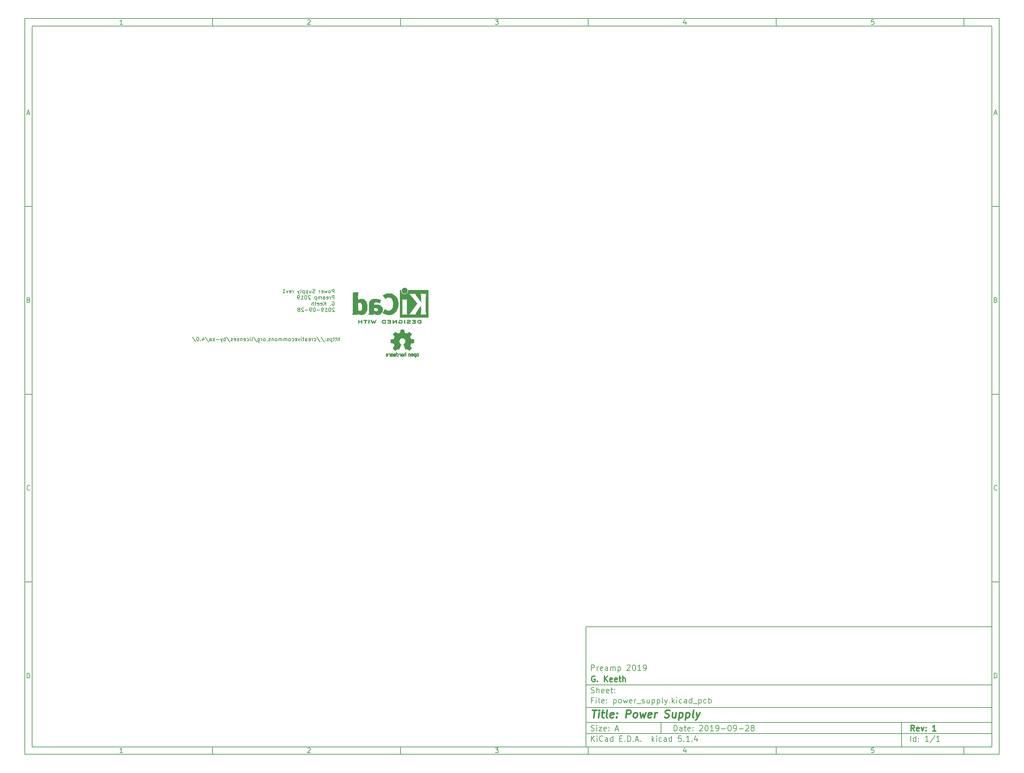
<source format=gbr>
G04 #@! TF.GenerationSoftware,KiCad,Pcbnew,5.1.4*
G04 #@! TF.CreationDate,2019-09-29T22:21:46-04:00*
G04 #@! TF.ProjectId,power_supply,706f7765-725f-4737-9570-706c792e6b69,1*
G04 #@! TF.SameCoordinates,Original*
G04 #@! TF.FileFunction,Legend,Bot*
G04 #@! TF.FilePolarity,Positive*
%FSLAX46Y46*%
G04 Gerber Fmt 4.6, Leading zero omitted, Abs format (unit mm)*
G04 Created by KiCad (PCBNEW 5.1.4) date 2019-09-29 22:21:46*
%MOMM*%
%LPD*%
G04 APERTURE LIST*
%ADD10C,0.100000*%
%ADD11C,0.150000*%
%ADD12C,0.300000*%
%ADD13C,0.400000*%
%ADD14C,0.010000*%
G04 APERTURE END LIST*
D10*
D11*
X159400000Y-171900000D02*
X159400000Y-203900000D01*
X267400000Y-203900000D01*
X267400000Y-171900000D01*
X159400000Y-171900000D01*
D10*
D11*
X10000000Y-10000000D02*
X10000000Y-205900000D01*
X269400000Y-205900000D01*
X269400000Y-10000000D01*
X10000000Y-10000000D01*
D10*
D11*
X12000000Y-12000000D02*
X12000000Y-203900000D01*
X267400000Y-203900000D01*
X267400000Y-12000000D01*
X12000000Y-12000000D01*
D10*
D11*
X60000000Y-12000000D02*
X60000000Y-10000000D01*
D10*
D11*
X110000000Y-12000000D02*
X110000000Y-10000000D01*
D10*
D11*
X160000000Y-12000000D02*
X160000000Y-10000000D01*
D10*
D11*
X210000000Y-12000000D02*
X210000000Y-10000000D01*
D10*
D11*
X260000000Y-12000000D02*
X260000000Y-10000000D01*
D10*
D11*
X36065476Y-11588095D02*
X35322619Y-11588095D01*
X35694047Y-11588095D02*
X35694047Y-10288095D01*
X35570238Y-10473809D01*
X35446428Y-10597619D01*
X35322619Y-10659523D01*
D10*
D11*
X85322619Y-10411904D02*
X85384523Y-10350000D01*
X85508333Y-10288095D01*
X85817857Y-10288095D01*
X85941666Y-10350000D01*
X86003571Y-10411904D01*
X86065476Y-10535714D01*
X86065476Y-10659523D01*
X86003571Y-10845238D01*
X85260714Y-11588095D01*
X86065476Y-11588095D01*
D10*
D11*
X135260714Y-10288095D02*
X136065476Y-10288095D01*
X135632142Y-10783333D01*
X135817857Y-10783333D01*
X135941666Y-10845238D01*
X136003571Y-10907142D01*
X136065476Y-11030952D01*
X136065476Y-11340476D01*
X136003571Y-11464285D01*
X135941666Y-11526190D01*
X135817857Y-11588095D01*
X135446428Y-11588095D01*
X135322619Y-11526190D01*
X135260714Y-11464285D01*
D10*
D11*
X185941666Y-10721428D02*
X185941666Y-11588095D01*
X185632142Y-10226190D02*
X185322619Y-11154761D01*
X186127380Y-11154761D01*
D10*
D11*
X236003571Y-10288095D02*
X235384523Y-10288095D01*
X235322619Y-10907142D01*
X235384523Y-10845238D01*
X235508333Y-10783333D01*
X235817857Y-10783333D01*
X235941666Y-10845238D01*
X236003571Y-10907142D01*
X236065476Y-11030952D01*
X236065476Y-11340476D01*
X236003571Y-11464285D01*
X235941666Y-11526190D01*
X235817857Y-11588095D01*
X235508333Y-11588095D01*
X235384523Y-11526190D01*
X235322619Y-11464285D01*
D10*
D11*
X60000000Y-203900000D02*
X60000000Y-205900000D01*
D10*
D11*
X110000000Y-203900000D02*
X110000000Y-205900000D01*
D10*
D11*
X160000000Y-203900000D02*
X160000000Y-205900000D01*
D10*
D11*
X210000000Y-203900000D02*
X210000000Y-205900000D01*
D10*
D11*
X260000000Y-203900000D02*
X260000000Y-205900000D01*
D10*
D11*
X36065476Y-205488095D02*
X35322619Y-205488095D01*
X35694047Y-205488095D02*
X35694047Y-204188095D01*
X35570238Y-204373809D01*
X35446428Y-204497619D01*
X35322619Y-204559523D01*
D10*
D11*
X85322619Y-204311904D02*
X85384523Y-204250000D01*
X85508333Y-204188095D01*
X85817857Y-204188095D01*
X85941666Y-204250000D01*
X86003571Y-204311904D01*
X86065476Y-204435714D01*
X86065476Y-204559523D01*
X86003571Y-204745238D01*
X85260714Y-205488095D01*
X86065476Y-205488095D01*
D10*
D11*
X135260714Y-204188095D02*
X136065476Y-204188095D01*
X135632142Y-204683333D01*
X135817857Y-204683333D01*
X135941666Y-204745238D01*
X136003571Y-204807142D01*
X136065476Y-204930952D01*
X136065476Y-205240476D01*
X136003571Y-205364285D01*
X135941666Y-205426190D01*
X135817857Y-205488095D01*
X135446428Y-205488095D01*
X135322619Y-205426190D01*
X135260714Y-205364285D01*
D10*
D11*
X185941666Y-204621428D02*
X185941666Y-205488095D01*
X185632142Y-204126190D02*
X185322619Y-205054761D01*
X186127380Y-205054761D01*
D10*
D11*
X236003571Y-204188095D02*
X235384523Y-204188095D01*
X235322619Y-204807142D01*
X235384523Y-204745238D01*
X235508333Y-204683333D01*
X235817857Y-204683333D01*
X235941666Y-204745238D01*
X236003571Y-204807142D01*
X236065476Y-204930952D01*
X236065476Y-205240476D01*
X236003571Y-205364285D01*
X235941666Y-205426190D01*
X235817857Y-205488095D01*
X235508333Y-205488095D01*
X235384523Y-205426190D01*
X235322619Y-205364285D01*
D10*
D11*
X10000000Y-60000000D02*
X12000000Y-60000000D01*
D10*
D11*
X10000000Y-110000000D02*
X12000000Y-110000000D01*
D10*
D11*
X10000000Y-160000000D02*
X12000000Y-160000000D01*
D10*
D11*
X10690476Y-35216666D02*
X11309523Y-35216666D01*
X10566666Y-35588095D02*
X11000000Y-34288095D01*
X11433333Y-35588095D01*
D10*
D11*
X11092857Y-84907142D02*
X11278571Y-84969047D01*
X11340476Y-85030952D01*
X11402380Y-85154761D01*
X11402380Y-85340476D01*
X11340476Y-85464285D01*
X11278571Y-85526190D01*
X11154761Y-85588095D01*
X10659523Y-85588095D01*
X10659523Y-84288095D01*
X11092857Y-84288095D01*
X11216666Y-84350000D01*
X11278571Y-84411904D01*
X11340476Y-84535714D01*
X11340476Y-84659523D01*
X11278571Y-84783333D01*
X11216666Y-84845238D01*
X11092857Y-84907142D01*
X10659523Y-84907142D01*
D10*
D11*
X11402380Y-135464285D02*
X11340476Y-135526190D01*
X11154761Y-135588095D01*
X11030952Y-135588095D01*
X10845238Y-135526190D01*
X10721428Y-135402380D01*
X10659523Y-135278571D01*
X10597619Y-135030952D01*
X10597619Y-134845238D01*
X10659523Y-134597619D01*
X10721428Y-134473809D01*
X10845238Y-134350000D01*
X11030952Y-134288095D01*
X11154761Y-134288095D01*
X11340476Y-134350000D01*
X11402380Y-134411904D01*
D10*
D11*
X10659523Y-185588095D02*
X10659523Y-184288095D01*
X10969047Y-184288095D01*
X11154761Y-184350000D01*
X11278571Y-184473809D01*
X11340476Y-184597619D01*
X11402380Y-184845238D01*
X11402380Y-185030952D01*
X11340476Y-185278571D01*
X11278571Y-185402380D01*
X11154761Y-185526190D01*
X10969047Y-185588095D01*
X10659523Y-185588095D01*
D10*
D11*
X269400000Y-60000000D02*
X267400000Y-60000000D01*
D10*
D11*
X269400000Y-110000000D02*
X267400000Y-110000000D01*
D10*
D11*
X269400000Y-160000000D02*
X267400000Y-160000000D01*
D10*
D11*
X268090476Y-35216666D02*
X268709523Y-35216666D01*
X267966666Y-35588095D02*
X268400000Y-34288095D01*
X268833333Y-35588095D01*
D10*
D11*
X268492857Y-84907142D02*
X268678571Y-84969047D01*
X268740476Y-85030952D01*
X268802380Y-85154761D01*
X268802380Y-85340476D01*
X268740476Y-85464285D01*
X268678571Y-85526190D01*
X268554761Y-85588095D01*
X268059523Y-85588095D01*
X268059523Y-84288095D01*
X268492857Y-84288095D01*
X268616666Y-84350000D01*
X268678571Y-84411904D01*
X268740476Y-84535714D01*
X268740476Y-84659523D01*
X268678571Y-84783333D01*
X268616666Y-84845238D01*
X268492857Y-84907142D01*
X268059523Y-84907142D01*
D10*
D11*
X268802380Y-135464285D02*
X268740476Y-135526190D01*
X268554761Y-135588095D01*
X268430952Y-135588095D01*
X268245238Y-135526190D01*
X268121428Y-135402380D01*
X268059523Y-135278571D01*
X267997619Y-135030952D01*
X267997619Y-134845238D01*
X268059523Y-134597619D01*
X268121428Y-134473809D01*
X268245238Y-134350000D01*
X268430952Y-134288095D01*
X268554761Y-134288095D01*
X268740476Y-134350000D01*
X268802380Y-134411904D01*
D10*
D11*
X268059523Y-185588095D02*
X268059523Y-184288095D01*
X268369047Y-184288095D01*
X268554761Y-184350000D01*
X268678571Y-184473809D01*
X268740476Y-184597619D01*
X268802380Y-184845238D01*
X268802380Y-185030952D01*
X268740476Y-185278571D01*
X268678571Y-185402380D01*
X268554761Y-185526190D01*
X268369047Y-185588095D01*
X268059523Y-185588095D01*
D10*
D11*
X182832142Y-199678571D02*
X182832142Y-198178571D01*
X183189285Y-198178571D01*
X183403571Y-198250000D01*
X183546428Y-198392857D01*
X183617857Y-198535714D01*
X183689285Y-198821428D01*
X183689285Y-199035714D01*
X183617857Y-199321428D01*
X183546428Y-199464285D01*
X183403571Y-199607142D01*
X183189285Y-199678571D01*
X182832142Y-199678571D01*
X184975000Y-199678571D02*
X184975000Y-198892857D01*
X184903571Y-198750000D01*
X184760714Y-198678571D01*
X184475000Y-198678571D01*
X184332142Y-198750000D01*
X184975000Y-199607142D02*
X184832142Y-199678571D01*
X184475000Y-199678571D01*
X184332142Y-199607142D01*
X184260714Y-199464285D01*
X184260714Y-199321428D01*
X184332142Y-199178571D01*
X184475000Y-199107142D01*
X184832142Y-199107142D01*
X184975000Y-199035714D01*
X185475000Y-198678571D02*
X186046428Y-198678571D01*
X185689285Y-198178571D02*
X185689285Y-199464285D01*
X185760714Y-199607142D01*
X185903571Y-199678571D01*
X186046428Y-199678571D01*
X187117857Y-199607142D02*
X186975000Y-199678571D01*
X186689285Y-199678571D01*
X186546428Y-199607142D01*
X186475000Y-199464285D01*
X186475000Y-198892857D01*
X186546428Y-198750000D01*
X186689285Y-198678571D01*
X186975000Y-198678571D01*
X187117857Y-198750000D01*
X187189285Y-198892857D01*
X187189285Y-199035714D01*
X186475000Y-199178571D01*
X187832142Y-199535714D02*
X187903571Y-199607142D01*
X187832142Y-199678571D01*
X187760714Y-199607142D01*
X187832142Y-199535714D01*
X187832142Y-199678571D01*
X187832142Y-198750000D02*
X187903571Y-198821428D01*
X187832142Y-198892857D01*
X187760714Y-198821428D01*
X187832142Y-198750000D01*
X187832142Y-198892857D01*
X189617857Y-198321428D02*
X189689285Y-198250000D01*
X189832142Y-198178571D01*
X190189285Y-198178571D01*
X190332142Y-198250000D01*
X190403571Y-198321428D01*
X190475000Y-198464285D01*
X190475000Y-198607142D01*
X190403571Y-198821428D01*
X189546428Y-199678571D01*
X190475000Y-199678571D01*
X191403571Y-198178571D02*
X191546428Y-198178571D01*
X191689285Y-198250000D01*
X191760714Y-198321428D01*
X191832142Y-198464285D01*
X191903571Y-198750000D01*
X191903571Y-199107142D01*
X191832142Y-199392857D01*
X191760714Y-199535714D01*
X191689285Y-199607142D01*
X191546428Y-199678571D01*
X191403571Y-199678571D01*
X191260714Y-199607142D01*
X191189285Y-199535714D01*
X191117857Y-199392857D01*
X191046428Y-199107142D01*
X191046428Y-198750000D01*
X191117857Y-198464285D01*
X191189285Y-198321428D01*
X191260714Y-198250000D01*
X191403571Y-198178571D01*
X193332142Y-199678571D02*
X192475000Y-199678571D01*
X192903571Y-199678571D02*
X192903571Y-198178571D01*
X192760714Y-198392857D01*
X192617857Y-198535714D01*
X192475000Y-198607142D01*
X194046428Y-199678571D02*
X194332142Y-199678571D01*
X194475000Y-199607142D01*
X194546428Y-199535714D01*
X194689285Y-199321428D01*
X194760714Y-199035714D01*
X194760714Y-198464285D01*
X194689285Y-198321428D01*
X194617857Y-198250000D01*
X194475000Y-198178571D01*
X194189285Y-198178571D01*
X194046428Y-198250000D01*
X193975000Y-198321428D01*
X193903571Y-198464285D01*
X193903571Y-198821428D01*
X193975000Y-198964285D01*
X194046428Y-199035714D01*
X194189285Y-199107142D01*
X194475000Y-199107142D01*
X194617857Y-199035714D01*
X194689285Y-198964285D01*
X194760714Y-198821428D01*
X195403571Y-199107142D02*
X196546428Y-199107142D01*
X197546428Y-198178571D02*
X197689285Y-198178571D01*
X197832142Y-198250000D01*
X197903571Y-198321428D01*
X197975000Y-198464285D01*
X198046428Y-198750000D01*
X198046428Y-199107142D01*
X197975000Y-199392857D01*
X197903571Y-199535714D01*
X197832142Y-199607142D01*
X197689285Y-199678571D01*
X197546428Y-199678571D01*
X197403571Y-199607142D01*
X197332142Y-199535714D01*
X197260714Y-199392857D01*
X197189285Y-199107142D01*
X197189285Y-198750000D01*
X197260714Y-198464285D01*
X197332142Y-198321428D01*
X197403571Y-198250000D01*
X197546428Y-198178571D01*
X198760714Y-199678571D02*
X199046428Y-199678571D01*
X199189285Y-199607142D01*
X199260714Y-199535714D01*
X199403571Y-199321428D01*
X199475000Y-199035714D01*
X199475000Y-198464285D01*
X199403571Y-198321428D01*
X199332142Y-198250000D01*
X199189285Y-198178571D01*
X198903571Y-198178571D01*
X198760714Y-198250000D01*
X198689285Y-198321428D01*
X198617857Y-198464285D01*
X198617857Y-198821428D01*
X198689285Y-198964285D01*
X198760714Y-199035714D01*
X198903571Y-199107142D01*
X199189285Y-199107142D01*
X199332142Y-199035714D01*
X199403571Y-198964285D01*
X199475000Y-198821428D01*
X200117857Y-199107142D02*
X201260714Y-199107142D01*
X201903571Y-198321428D02*
X201975000Y-198250000D01*
X202117857Y-198178571D01*
X202475000Y-198178571D01*
X202617857Y-198250000D01*
X202689285Y-198321428D01*
X202760714Y-198464285D01*
X202760714Y-198607142D01*
X202689285Y-198821428D01*
X201832142Y-199678571D01*
X202760714Y-199678571D01*
X203617857Y-198821428D02*
X203475000Y-198750000D01*
X203403571Y-198678571D01*
X203332142Y-198535714D01*
X203332142Y-198464285D01*
X203403571Y-198321428D01*
X203475000Y-198250000D01*
X203617857Y-198178571D01*
X203903571Y-198178571D01*
X204046428Y-198250000D01*
X204117857Y-198321428D01*
X204189285Y-198464285D01*
X204189285Y-198535714D01*
X204117857Y-198678571D01*
X204046428Y-198750000D01*
X203903571Y-198821428D01*
X203617857Y-198821428D01*
X203475000Y-198892857D01*
X203403571Y-198964285D01*
X203332142Y-199107142D01*
X203332142Y-199392857D01*
X203403571Y-199535714D01*
X203475000Y-199607142D01*
X203617857Y-199678571D01*
X203903571Y-199678571D01*
X204046428Y-199607142D01*
X204117857Y-199535714D01*
X204189285Y-199392857D01*
X204189285Y-199107142D01*
X204117857Y-198964285D01*
X204046428Y-198892857D01*
X203903571Y-198821428D01*
D10*
D11*
X159400000Y-200400000D02*
X267400000Y-200400000D01*
D10*
D11*
X160832142Y-202478571D02*
X160832142Y-200978571D01*
X161689285Y-202478571D02*
X161046428Y-201621428D01*
X161689285Y-200978571D02*
X160832142Y-201835714D01*
X162332142Y-202478571D02*
X162332142Y-201478571D01*
X162332142Y-200978571D02*
X162260714Y-201050000D01*
X162332142Y-201121428D01*
X162403571Y-201050000D01*
X162332142Y-200978571D01*
X162332142Y-201121428D01*
X163903571Y-202335714D02*
X163832142Y-202407142D01*
X163617857Y-202478571D01*
X163475000Y-202478571D01*
X163260714Y-202407142D01*
X163117857Y-202264285D01*
X163046428Y-202121428D01*
X162975000Y-201835714D01*
X162975000Y-201621428D01*
X163046428Y-201335714D01*
X163117857Y-201192857D01*
X163260714Y-201050000D01*
X163475000Y-200978571D01*
X163617857Y-200978571D01*
X163832142Y-201050000D01*
X163903571Y-201121428D01*
X165189285Y-202478571D02*
X165189285Y-201692857D01*
X165117857Y-201550000D01*
X164975000Y-201478571D01*
X164689285Y-201478571D01*
X164546428Y-201550000D01*
X165189285Y-202407142D02*
X165046428Y-202478571D01*
X164689285Y-202478571D01*
X164546428Y-202407142D01*
X164475000Y-202264285D01*
X164475000Y-202121428D01*
X164546428Y-201978571D01*
X164689285Y-201907142D01*
X165046428Y-201907142D01*
X165189285Y-201835714D01*
X166546428Y-202478571D02*
X166546428Y-200978571D01*
X166546428Y-202407142D02*
X166403571Y-202478571D01*
X166117857Y-202478571D01*
X165975000Y-202407142D01*
X165903571Y-202335714D01*
X165832142Y-202192857D01*
X165832142Y-201764285D01*
X165903571Y-201621428D01*
X165975000Y-201550000D01*
X166117857Y-201478571D01*
X166403571Y-201478571D01*
X166546428Y-201550000D01*
X168403571Y-201692857D02*
X168903571Y-201692857D01*
X169117857Y-202478571D02*
X168403571Y-202478571D01*
X168403571Y-200978571D01*
X169117857Y-200978571D01*
X169760714Y-202335714D02*
X169832142Y-202407142D01*
X169760714Y-202478571D01*
X169689285Y-202407142D01*
X169760714Y-202335714D01*
X169760714Y-202478571D01*
X170475000Y-202478571D02*
X170475000Y-200978571D01*
X170832142Y-200978571D01*
X171046428Y-201050000D01*
X171189285Y-201192857D01*
X171260714Y-201335714D01*
X171332142Y-201621428D01*
X171332142Y-201835714D01*
X171260714Y-202121428D01*
X171189285Y-202264285D01*
X171046428Y-202407142D01*
X170832142Y-202478571D01*
X170475000Y-202478571D01*
X171975000Y-202335714D02*
X172046428Y-202407142D01*
X171975000Y-202478571D01*
X171903571Y-202407142D01*
X171975000Y-202335714D01*
X171975000Y-202478571D01*
X172617857Y-202050000D02*
X173332142Y-202050000D01*
X172475000Y-202478571D02*
X172975000Y-200978571D01*
X173475000Y-202478571D01*
X173975000Y-202335714D02*
X174046428Y-202407142D01*
X173975000Y-202478571D01*
X173903571Y-202407142D01*
X173975000Y-202335714D01*
X173975000Y-202478571D01*
X176975000Y-202478571D02*
X176975000Y-200978571D01*
X177117857Y-201907142D02*
X177546428Y-202478571D01*
X177546428Y-201478571D02*
X176975000Y-202050000D01*
X178189285Y-202478571D02*
X178189285Y-201478571D01*
X178189285Y-200978571D02*
X178117857Y-201050000D01*
X178189285Y-201121428D01*
X178260714Y-201050000D01*
X178189285Y-200978571D01*
X178189285Y-201121428D01*
X179546428Y-202407142D02*
X179403571Y-202478571D01*
X179117857Y-202478571D01*
X178975000Y-202407142D01*
X178903571Y-202335714D01*
X178832142Y-202192857D01*
X178832142Y-201764285D01*
X178903571Y-201621428D01*
X178975000Y-201550000D01*
X179117857Y-201478571D01*
X179403571Y-201478571D01*
X179546428Y-201550000D01*
X180832142Y-202478571D02*
X180832142Y-201692857D01*
X180760714Y-201550000D01*
X180617857Y-201478571D01*
X180332142Y-201478571D01*
X180189285Y-201550000D01*
X180832142Y-202407142D02*
X180689285Y-202478571D01*
X180332142Y-202478571D01*
X180189285Y-202407142D01*
X180117857Y-202264285D01*
X180117857Y-202121428D01*
X180189285Y-201978571D01*
X180332142Y-201907142D01*
X180689285Y-201907142D01*
X180832142Y-201835714D01*
X182189285Y-202478571D02*
X182189285Y-200978571D01*
X182189285Y-202407142D02*
X182046428Y-202478571D01*
X181760714Y-202478571D01*
X181617857Y-202407142D01*
X181546428Y-202335714D01*
X181475000Y-202192857D01*
X181475000Y-201764285D01*
X181546428Y-201621428D01*
X181617857Y-201550000D01*
X181760714Y-201478571D01*
X182046428Y-201478571D01*
X182189285Y-201550000D01*
X184760714Y-200978571D02*
X184046428Y-200978571D01*
X183975000Y-201692857D01*
X184046428Y-201621428D01*
X184189285Y-201550000D01*
X184546428Y-201550000D01*
X184689285Y-201621428D01*
X184760714Y-201692857D01*
X184832142Y-201835714D01*
X184832142Y-202192857D01*
X184760714Y-202335714D01*
X184689285Y-202407142D01*
X184546428Y-202478571D01*
X184189285Y-202478571D01*
X184046428Y-202407142D01*
X183975000Y-202335714D01*
X185475000Y-202335714D02*
X185546428Y-202407142D01*
X185475000Y-202478571D01*
X185403571Y-202407142D01*
X185475000Y-202335714D01*
X185475000Y-202478571D01*
X186975000Y-202478571D02*
X186117857Y-202478571D01*
X186546428Y-202478571D02*
X186546428Y-200978571D01*
X186403571Y-201192857D01*
X186260714Y-201335714D01*
X186117857Y-201407142D01*
X187617857Y-202335714D02*
X187689285Y-202407142D01*
X187617857Y-202478571D01*
X187546428Y-202407142D01*
X187617857Y-202335714D01*
X187617857Y-202478571D01*
X188975000Y-201478571D02*
X188975000Y-202478571D01*
X188617857Y-200907142D02*
X188260714Y-201978571D01*
X189189285Y-201978571D01*
D10*
D11*
X159400000Y-197400000D02*
X267400000Y-197400000D01*
D10*
D12*
X246809285Y-199678571D02*
X246309285Y-198964285D01*
X245952142Y-199678571D02*
X245952142Y-198178571D01*
X246523571Y-198178571D01*
X246666428Y-198250000D01*
X246737857Y-198321428D01*
X246809285Y-198464285D01*
X246809285Y-198678571D01*
X246737857Y-198821428D01*
X246666428Y-198892857D01*
X246523571Y-198964285D01*
X245952142Y-198964285D01*
X248023571Y-199607142D02*
X247880714Y-199678571D01*
X247595000Y-199678571D01*
X247452142Y-199607142D01*
X247380714Y-199464285D01*
X247380714Y-198892857D01*
X247452142Y-198750000D01*
X247595000Y-198678571D01*
X247880714Y-198678571D01*
X248023571Y-198750000D01*
X248095000Y-198892857D01*
X248095000Y-199035714D01*
X247380714Y-199178571D01*
X248595000Y-198678571D02*
X248952142Y-199678571D01*
X249309285Y-198678571D01*
X249880714Y-199535714D02*
X249952142Y-199607142D01*
X249880714Y-199678571D01*
X249809285Y-199607142D01*
X249880714Y-199535714D01*
X249880714Y-199678571D01*
X249880714Y-198750000D02*
X249952142Y-198821428D01*
X249880714Y-198892857D01*
X249809285Y-198821428D01*
X249880714Y-198750000D01*
X249880714Y-198892857D01*
X252523571Y-199678571D02*
X251666428Y-199678571D01*
X252095000Y-199678571D02*
X252095000Y-198178571D01*
X251952142Y-198392857D01*
X251809285Y-198535714D01*
X251666428Y-198607142D01*
D10*
D11*
X160760714Y-199607142D02*
X160975000Y-199678571D01*
X161332142Y-199678571D01*
X161475000Y-199607142D01*
X161546428Y-199535714D01*
X161617857Y-199392857D01*
X161617857Y-199250000D01*
X161546428Y-199107142D01*
X161475000Y-199035714D01*
X161332142Y-198964285D01*
X161046428Y-198892857D01*
X160903571Y-198821428D01*
X160832142Y-198750000D01*
X160760714Y-198607142D01*
X160760714Y-198464285D01*
X160832142Y-198321428D01*
X160903571Y-198250000D01*
X161046428Y-198178571D01*
X161403571Y-198178571D01*
X161617857Y-198250000D01*
X162260714Y-199678571D02*
X162260714Y-198678571D01*
X162260714Y-198178571D02*
X162189285Y-198250000D01*
X162260714Y-198321428D01*
X162332142Y-198250000D01*
X162260714Y-198178571D01*
X162260714Y-198321428D01*
X162832142Y-198678571D02*
X163617857Y-198678571D01*
X162832142Y-199678571D01*
X163617857Y-199678571D01*
X164760714Y-199607142D02*
X164617857Y-199678571D01*
X164332142Y-199678571D01*
X164189285Y-199607142D01*
X164117857Y-199464285D01*
X164117857Y-198892857D01*
X164189285Y-198750000D01*
X164332142Y-198678571D01*
X164617857Y-198678571D01*
X164760714Y-198750000D01*
X164832142Y-198892857D01*
X164832142Y-199035714D01*
X164117857Y-199178571D01*
X165475000Y-199535714D02*
X165546428Y-199607142D01*
X165475000Y-199678571D01*
X165403571Y-199607142D01*
X165475000Y-199535714D01*
X165475000Y-199678571D01*
X165475000Y-198750000D02*
X165546428Y-198821428D01*
X165475000Y-198892857D01*
X165403571Y-198821428D01*
X165475000Y-198750000D01*
X165475000Y-198892857D01*
X167260714Y-199250000D02*
X167975000Y-199250000D01*
X167117857Y-199678571D02*
X167617857Y-198178571D01*
X168117857Y-199678571D01*
D10*
D11*
X245832142Y-202478571D02*
X245832142Y-200978571D01*
X247189285Y-202478571D02*
X247189285Y-200978571D01*
X247189285Y-202407142D02*
X247046428Y-202478571D01*
X246760714Y-202478571D01*
X246617857Y-202407142D01*
X246546428Y-202335714D01*
X246475000Y-202192857D01*
X246475000Y-201764285D01*
X246546428Y-201621428D01*
X246617857Y-201550000D01*
X246760714Y-201478571D01*
X247046428Y-201478571D01*
X247189285Y-201550000D01*
X247903571Y-202335714D02*
X247975000Y-202407142D01*
X247903571Y-202478571D01*
X247832142Y-202407142D01*
X247903571Y-202335714D01*
X247903571Y-202478571D01*
X247903571Y-201550000D02*
X247975000Y-201621428D01*
X247903571Y-201692857D01*
X247832142Y-201621428D01*
X247903571Y-201550000D01*
X247903571Y-201692857D01*
X250546428Y-202478571D02*
X249689285Y-202478571D01*
X250117857Y-202478571D02*
X250117857Y-200978571D01*
X249975000Y-201192857D01*
X249832142Y-201335714D01*
X249689285Y-201407142D01*
X252260714Y-200907142D02*
X250975000Y-202835714D01*
X253546428Y-202478571D02*
X252689285Y-202478571D01*
X253117857Y-202478571D02*
X253117857Y-200978571D01*
X252975000Y-201192857D01*
X252832142Y-201335714D01*
X252689285Y-201407142D01*
D10*
D11*
X159400000Y-193400000D02*
X267400000Y-193400000D01*
D10*
D13*
X161112380Y-194104761D02*
X162255238Y-194104761D01*
X161433809Y-196104761D02*
X161683809Y-194104761D01*
X162671904Y-196104761D02*
X162838571Y-194771428D01*
X162921904Y-194104761D02*
X162814761Y-194200000D01*
X162898095Y-194295238D01*
X163005238Y-194200000D01*
X162921904Y-194104761D01*
X162898095Y-194295238D01*
X163505238Y-194771428D02*
X164267142Y-194771428D01*
X163874285Y-194104761D02*
X163660000Y-195819047D01*
X163731428Y-196009523D01*
X163910000Y-196104761D01*
X164100476Y-196104761D01*
X165052857Y-196104761D02*
X164874285Y-196009523D01*
X164802857Y-195819047D01*
X165017142Y-194104761D01*
X166588571Y-196009523D02*
X166386190Y-196104761D01*
X166005238Y-196104761D01*
X165826666Y-196009523D01*
X165755238Y-195819047D01*
X165850476Y-195057142D01*
X165969523Y-194866666D01*
X166171904Y-194771428D01*
X166552857Y-194771428D01*
X166731428Y-194866666D01*
X166802857Y-195057142D01*
X166779047Y-195247619D01*
X165802857Y-195438095D01*
X167552857Y-195914285D02*
X167636190Y-196009523D01*
X167529047Y-196104761D01*
X167445714Y-196009523D01*
X167552857Y-195914285D01*
X167529047Y-196104761D01*
X167683809Y-194866666D02*
X167767142Y-194961904D01*
X167660000Y-195057142D01*
X167576666Y-194961904D01*
X167683809Y-194866666D01*
X167660000Y-195057142D01*
X170005238Y-196104761D02*
X170255238Y-194104761D01*
X171017142Y-194104761D01*
X171195714Y-194200000D01*
X171279047Y-194295238D01*
X171350476Y-194485714D01*
X171314761Y-194771428D01*
X171195714Y-194961904D01*
X171088571Y-195057142D01*
X170886190Y-195152380D01*
X170124285Y-195152380D01*
X172290952Y-196104761D02*
X172112380Y-196009523D01*
X172029047Y-195914285D01*
X171957619Y-195723809D01*
X172029047Y-195152380D01*
X172148095Y-194961904D01*
X172255238Y-194866666D01*
X172457619Y-194771428D01*
X172743333Y-194771428D01*
X172921904Y-194866666D01*
X173005238Y-194961904D01*
X173076666Y-195152380D01*
X173005238Y-195723809D01*
X172886190Y-195914285D01*
X172779047Y-196009523D01*
X172576666Y-196104761D01*
X172290952Y-196104761D01*
X173790952Y-194771428D02*
X174005238Y-196104761D01*
X174505238Y-195152380D01*
X174767142Y-196104761D01*
X175314761Y-194771428D01*
X176683809Y-196009523D02*
X176481428Y-196104761D01*
X176100476Y-196104761D01*
X175921904Y-196009523D01*
X175850476Y-195819047D01*
X175945714Y-195057142D01*
X176064761Y-194866666D01*
X176267142Y-194771428D01*
X176648095Y-194771428D01*
X176826666Y-194866666D01*
X176898095Y-195057142D01*
X176874285Y-195247619D01*
X175898095Y-195438095D01*
X177624285Y-196104761D02*
X177790952Y-194771428D01*
X177743333Y-195152380D02*
X177862380Y-194961904D01*
X177969523Y-194866666D01*
X178171904Y-194771428D01*
X178362380Y-194771428D01*
X180302857Y-196009523D02*
X180576666Y-196104761D01*
X181052857Y-196104761D01*
X181255238Y-196009523D01*
X181362380Y-195914285D01*
X181481428Y-195723809D01*
X181505238Y-195533333D01*
X181433809Y-195342857D01*
X181350476Y-195247619D01*
X181171904Y-195152380D01*
X180802857Y-195057142D01*
X180624285Y-194961904D01*
X180540952Y-194866666D01*
X180469523Y-194676190D01*
X180493333Y-194485714D01*
X180612380Y-194295238D01*
X180719523Y-194200000D01*
X180921904Y-194104761D01*
X181398095Y-194104761D01*
X181671904Y-194200000D01*
X183314761Y-194771428D02*
X183148095Y-196104761D01*
X182457619Y-194771428D02*
X182326666Y-195819047D01*
X182398095Y-196009523D01*
X182576666Y-196104761D01*
X182862380Y-196104761D01*
X183064761Y-196009523D01*
X183171904Y-195914285D01*
X184267142Y-194771428D02*
X184017142Y-196771428D01*
X184255238Y-194866666D02*
X184457619Y-194771428D01*
X184838571Y-194771428D01*
X185017142Y-194866666D01*
X185100476Y-194961904D01*
X185171904Y-195152380D01*
X185100476Y-195723809D01*
X184981428Y-195914285D01*
X184874285Y-196009523D01*
X184671904Y-196104761D01*
X184290952Y-196104761D01*
X184112380Y-196009523D01*
X186076666Y-194771428D02*
X185826666Y-196771428D01*
X186064761Y-194866666D02*
X186267142Y-194771428D01*
X186648095Y-194771428D01*
X186826666Y-194866666D01*
X186910000Y-194961904D01*
X186981428Y-195152380D01*
X186910000Y-195723809D01*
X186790952Y-195914285D01*
X186683809Y-196009523D01*
X186481428Y-196104761D01*
X186100476Y-196104761D01*
X185921904Y-196009523D01*
X188005238Y-196104761D02*
X187826666Y-196009523D01*
X187755238Y-195819047D01*
X187969523Y-194104761D01*
X188743333Y-194771428D02*
X189052857Y-196104761D01*
X189695714Y-194771428D02*
X189052857Y-196104761D01*
X188802857Y-196580952D01*
X188695714Y-196676190D01*
X188493333Y-196771428D01*
D10*
D11*
X161332142Y-191492857D02*
X160832142Y-191492857D01*
X160832142Y-192278571D02*
X160832142Y-190778571D01*
X161546428Y-190778571D01*
X162117857Y-192278571D02*
X162117857Y-191278571D01*
X162117857Y-190778571D02*
X162046428Y-190850000D01*
X162117857Y-190921428D01*
X162189285Y-190850000D01*
X162117857Y-190778571D01*
X162117857Y-190921428D01*
X163046428Y-192278571D02*
X162903571Y-192207142D01*
X162832142Y-192064285D01*
X162832142Y-190778571D01*
X164189285Y-192207142D02*
X164046428Y-192278571D01*
X163760714Y-192278571D01*
X163617857Y-192207142D01*
X163546428Y-192064285D01*
X163546428Y-191492857D01*
X163617857Y-191350000D01*
X163760714Y-191278571D01*
X164046428Y-191278571D01*
X164189285Y-191350000D01*
X164260714Y-191492857D01*
X164260714Y-191635714D01*
X163546428Y-191778571D01*
X164903571Y-192135714D02*
X164975000Y-192207142D01*
X164903571Y-192278571D01*
X164832142Y-192207142D01*
X164903571Y-192135714D01*
X164903571Y-192278571D01*
X164903571Y-191350000D02*
X164975000Y-191421428D01*
X164903571Y-191492857D01*
X164832142Y-191421428D01*
X164903571Y-191350000D01*
X164903571Y-191492857D01*
X166760714Y-191278571D02*
X166760714Y-192778571D01*
X166760714Y-191350000D02*
X166903571Y-191278571D01*
X167189285Y-191278571D01*
X167332142Y-191350000D01*
X167403571Y-191421428D01*
X167475000Y-191564285D01*
X167475000Y-191992857D01*
X167403571Y-192135714D01*
X167332142Y-192207142D01*
X167189285Y-192278571D01*
X166903571Y-192278571D01*
X166760714Y-192207142D01*
X168332142Y-192278571D02*
X168189285Y-192207142D01*
X168117857Y-192135714D01*
X168046428Y-191992857D01*
X168046428Y-191564285D01*
X168117857Y-191421428D01*
X168189285Y-191350000D01*
X168332142Y-191278571D01*
X168546428Y-191278571D01*
X168689285Y-191350000D01*
X168760714Y-191421428D01*
X168832142Y-191564285D01*
X168832142Y-191992857D01*
X168760714Y-192135714D01*
X168689285Y-192207142D01*
X168546428Y-192278571D01*
X168332142Y-192278571D01*
X169332142Y-191278571D02*
X169617857Y-192278571D01*
X169903571Y-191564285D01*
X170189285Y-192278571D01*
X170475000Y-191278571D01*
X171617857Y-192207142D02*
X171475000Y-192278571D01*
X171189285Y-192278571D01*
X171046428Y-192207142D01*
X170975000Y-192064285D01*
X170975000Y-191492857D01*
X171046428Y-191350000D01*
X171189285Y-191278571D01*
X171475000Y-191278571D01*
X171617857Y-191350000D01*
X171689285Y-191492857D01*
X171689285Y-191635714D01*
X170975000Y-191778571D01*
X172332142Y-192278571D02*
X172332142Y-191278571D01*
X172332142Y-191564285D02*
X172403571Y-191421428D01*
X172475000Y-191350000D01*
X172617857Y-191278571D01*
X172760714Y-191278571D01*
X172903571Y-192421428D02*
X174046428Y-192421428D01*
X174332142Y-192207142D02*
X174475000Y-192278571D01*
X174760714Y-192278571D01*
X174903571Y-192207142D01*
X174975000Y-192064285D01*
X174975000Y-191992857D01*
X174903571Y-191850000D01*
X174760714Y-191778571D01*
X174546428Y-191778571D01*
X174403571Y-191707142D01*
X174332142Y-191564285D01*
X174332142Y-191492857D01*
X174403571Y-191350000D01*
X174546428Y-191278571D01*
X174760714Y-191278571D01*
X174903571Y-191350000D01*
X176260714Y-191278571D02*
X176260714Y-192278571D01*
X175617857Y-191278571D02*
X175617857Y-192064285D01*
X175689285Y-192207142D01*
X175832142Y-192278571D01*
X176046428Y-192278571D01*
X176189285Y-192207142D01*
X176260714Y-192135714D01*
X176975000Y-191278571D02*
X176975000Y-192778571D01*
X176975000Y-191350000D02*
X177117857Y-191278571D01*
X177403571Y-191278571D01*
X177546428Y-191350000D01*
X177617857Y-191421428D01*
X177689285Y-191564285D01*
X177689285Y-191992857D01*
X177617857Y-192135714D01*
X177546428Y-192207142D01*
X177403571Y-192278571D01*
X177117857Y-192278571D01*
X176975000Y-192207142D01*
X178332142Y-191278571D02*
X178332142Y-192778571D01*
X178332142Y-191350000D02*
X178475000Y-191278571D01*
X178760714Y-191278571D01*
X178903571Y-191350000D01*
X178975000Y-191421428D01*
X179046428Y-191564285D01*
X179046428Y-191992857D01*
X178975000Y-192135714D01*
X178903571Y-192207142D01*
X178760714Y-192278571D01*
X178475000Y-192278571D01*
X178332142Y-192207142D01*
X179903571Y-192278571D02*
X179760714Y-192207142D01*
X179689285Y-192064285D01*
X179689285Y-190778571D01*
X180332142Y-191278571D02*
X180689285Y-192278571D01*
X181046428Y-191278571D02*
X180689285Y-192278571D01*
X180546428Y-192635714D01*
X180475000Y-192707142D01*
X180332142Y-192778571D01*
X181617857Y-192135714D02*
X181689285Y-192207142D01*
X181617857Y-192278571D01*
X181546428Y-192207142D01*
X181617857Y-192135714D01*
X181617857Y-192278571D01*
X182332142Y-192278571D02*
X182332142Y-190778571D01*
X182475000Y-191707142D02*
X182903571Y-192278571D01*
X182903571Y-191278571D02*
X182332142Y-191850000D01*
X183546428Y-192278571D02*
X183546428Y-191278571D01*
X183546428Y-190778571D02*
X183475000Y-190850000D01*
X183546428Y-190921428D01*
X183617857Y-190850000D01*
X183546428Y-190778571D01*
X183546428Y-190921428D01*
X184903571Y-192207142D02*
X184760714Y-192278571D01*
X184475000Y-192278571D01*
X184332142Y-192207142D01*
X184260714Y-192135714D01*
X184189285Y-191992857D01*
X184189285Y-191564285D01*
X184260714Y-191421428D01*
X184332142Y-191350000D01*
X184475000Y-191278571D01*
X184760714Y-191278571D01*
X184903571Y-191350000D01*
X186189285Y-192278571D02*
X186189285Y-191492857D01*
X186117857Y-191350000D01*
X185975000Y-191278571D01*
X185689285Y-191278571D01*
X185546428Y-191350000D01*
X186189285Y-192207142D02*
X186046428Y-192278571D01*
X185689285Y-192278571D01*
X185546428Y-192207142D01*
X185475000Y-192064285D01*
X185475000Y-191921428D01*
X185546428Y-191778571D01*
X185689285Y-191707142D01*
X186046428Y-191707142D01*
X186189285Y-191635714D01*
X187546428Y-192278571D02*
X187546428Y-190778571D01*
X187546428Y-192207142D02*
X187403571Y-192278571D01*
X187117857Y-192278571D01*
X186975000Y-192207142D01*
X186903571Y-192135714D01*
X186832142Y-191992857D01*
X186832142Y-191564285D01*
X186903571Y-191421428D01*
X186975000Y-191350000D01*
X187117857Y-191278571D01*
X187403571Y-191278571D01*
X187546428Y-191350000D01*
X187903571Y-192421428D02*
X189046428Y-192421428D01*
X189403571Y-191278571D02*
X189403571Y-192778571D01*
X189403571Y-191350000D02*
X189546428Y-191278571D01*
X189832142Y-191278571D01*
X189975000Y-191350000D01*
X190046428Y-191421428D01*
X190117857Y-191564285D01*
X190117857Y-191992857D01*
X190046428Y-192135714D01*
X189975000Y-192207142D01*
X189832142Y-192278571D01*
X189546428Y-192278571D01*
X189403571Y-192207142D01*
X191403571Y-192207142D02*
X191260714Y-192278571D01*
X190975000Y-192278571D01*
X190832142Y-192207142D01*
X190760714Y-192135714D01*
X190689285Y-191992857D01*
X190689285Y-191564285D01*
X190760714Y-191421428D01*
X190832142Y-191350000D01*
X190975000Y-191278571D01*
X191260714Y-191278571D01*
X191403571Y-191350000D01*
X192046428Y-192278571D02*
X192046428Y-190778571D01*
X192046428Y-191350000D02*
X192189285Y-191278571D01*
X192475000Y-191278571D01*
X192617857Y-191350000D01*
X192689285Y-191421428D01*
X192760714Y-191564285D01*
X192760714Y-191992857D01*
X192689285Y-192135714D01*
X192617857Y-192207142D01*
X192475000Y-192278571D01*
X192189285Y-192278571D01*
X192046428Y-192207142D01*
D10*
D11*
X159400000Y-187400000D02*
X267400000Y-187400000D01*
D10*
D11*
X160760714Y-189507142D02*
X160975000Y-189578571D01*
X161332142Y-189578571D01*
X161475000Y-189507142D01*
X161546428Y-189435714D01*
X161617857Y-189292857D01*
X161617857Y-189150000D01*
X161546428Y-189007142D01*
X161475000Y-188935714D01*
X161332142Y-188864285D01*
X161046428Y-188792857D01*
X160903571Y-188721428D01*
X160832142Y-188650000D01*
X160760714Y-188507142D01*
X160760714Y-188364285D01*
X160832142Y-188221428D01*
X160903571Y-188150000D01*
X161046428Y-188078571D01*
X161403571Y-188078571D01*
X161617857Y-188150000D01*
X162260714Y-189578571D02*
X162260714Y-188078571D01*
X162903571Y-189578571D02*
X162903571Y-188792857D01*
X162832142Y-188650000D01*
X162689285Y-188578571D01*
X162475000Y-188578571D01*
X162332142Y-188650000D01*
X162260714Y-188721428D01*
X164189285Y-189507142D02*
X164046428Y-189578571D01*
X163760714Y-189578571D01*
X163617857Y-189507142D01*
X163546428Y-189364285D01*
X163546428Y-188792857D01*
X163617857Y-188650000D01*
X163760714Y-188578571D01*
X164046428Y-188578571D01*
X164189285Y-188650000D01*
X164260714Y-188792857D01*
X164260714Y-188935714D01*
X163546428Y-189078571D01*
X165475000Y-189507142D02*
X165332142Y-189578571D01*
X165046428Y-189578571D01*
X164903571Y-189507142D01*
X164832142Y-189364285D01*
X164832142Y-188792857D01*
X164903571Y-188650000D01*
X165046428Y-188578571D01*
X165332142Y-188578571D01*
X165475000Y-188650000D01*
X165546428Y-188792857D01*
X165546428Y-188935714D01*
X164832142Y-189078571D01*
X165975000Y-188578571D02*
X166546428Y-188578571D01*
X166189285Y-188078571D02*
X166189285Y-189364285D01*
X166260714Y-189507142D01*
X166403571Y-189578571D01*
X166546428Y-189578571D01*
X167046428Y-189435714D02*
X167117857Y-189507142D01*
X167046428Y-189578571D01*
X166975000Y-189507142D01*
X167046428Y-189435714D01*
X167046428Y-189578571D01*
X167046428Y-188650000D02*
X167117857Y-188721428D01*
X167046428Y-188792857D01*
X166975000Y-188721428D01*
X167046428Y-188650000D01*
X167046428Y-188792857D01*
D10*
D12*
X161737857Y-185150000D02*
X161595000Y-185078571D01*
X161380714Y-185078571D01*
X161166428Y-185150000D01*
X161023571Y-185292857D01*
X160952142Y-185435714D01*
X160880714Y-185721428D01*
X160880714Y-185935714D01*
X160952142Y-186221428D01*
X161023571Y-186364285D01*
X161166428Y-186507142D01*
X161380714Y-186578571D01*
X161523571Y-186578571D01*
X161737857Y-186507142D01*
X161809285Y-186435714D01*
X161809285Y-185935714D01*
X161523571Y-185935714D01*
X162452142Y-186435714D02*
X162523571Y-186507142D01*
X162452142Y-186578571D01*
X162380714Y-186507142D01*
X162452142Y-186435714D01*
X162452142Y-186578571D01*
X164309285Y-186578571D02*
X164309285Y-185078571D01*
X165166428Y-186578571D02*
X164523571Y-185721428D01*
X165166428Y-185078571D02*
X164309285Y-185935714D01*
X166380714Y-186507142D02*
X166237857Y-186578571D01*
X165952142Y-186578571D01*
X165809285Y-186507142D01*
X165737857Y-186364285D01*
X165737857Y-185792857D01*
X165809285Y-185650000D01*
X165952142Y-185578571D01*
X166237857Y-185578571D01*
X166380714Y-185650000D01*
X166452142Y-185792857D01*
X166452142Y-185935714D01*
X165737857Y-186078571D01*
X167666428Y-186507142D02*
X167523571Y-186578571D01*
X167237857Y-186578571D01*
X167095000Y-186507142D01*
X167023571Y-186364285D01*
X167023571Y-185792857D01*
X167095000Y-185650000D01*
X167237857Y-185578571D01*
X167523571Y-185578571D01*
X167666428Y-185650000D01*
X167737857Y-185792857D01*
X167737857Y-185935714D01*
X167023571Y-186078571D01*
X168166428Y-185578571D02*
X168737857Y-185578571D01*
X168380714Y-185078571D02*
X168380714Y-186364285D01*
X168452142Y-186507142D01*
X168595000Y-186578571D01*
X168737857Y-186578571D01*
X169237857Y-186578571D02*
X169237857Y-185078571D01*
X169880714Y-186578571D02*
X169880714Y-185792857D01*
X169809285Y-185650000D01*
X169666428Y-185578571D01*
X169452142Y-185578571D01*
X169309285Y-185650000D01*
X169237857Y-185721428D01*
D10*
D11*
X160832142Y-183578571D02*
X160832142Y-182078571D01*
X161403571Y-182078571D01*
X161546428Y-182150000D01*
X161617857Y-182221428D01*
X161689285Y-182364285D01*
X161689285Y-182578571D01*
X161617857Y-182721428D01*
X161546428Y-182792857D01*
X161403571Y-182864285D01*
X160832142Y-182864285D01*
X162332142Y-183578571D02*
X162332142Y-182578571D01*
X162332142Y-182864285D02*
X162403571Y-182721428D01*
X162475000Y-182650000D01*
X162617857Y-182578571D01*
X162760714Y-182578571D01*
X163832142Y-183507142D02*
X163689285Y-183578571D01*
X163403571Y-183578571D01*
X163260714Y-183507142D01*
X163189285Y-183364285D01*
X163189285Y-182792857D01*
X163260714Y-182650000D01*
X163403571Y-182578571D01*
X163689285Y-182578571D01*
X163832142Y-182650000D01*
X163903571Y-182792857D01*
X163903571Y-182935714D01*
X163189285Y-183078571D01*
X165189285Y-183578571D02*
X165189285Y-182792857D01*
X165117857Y-182650000D01*
X164975000Y-182578571D01*
X164689285Y-182578571D01*
X164546428Y-182650000D01*
X165189285Y-183507142D02*
X165046428Y-183578571D01*
X164689285Y-183578571D01*
X164546428Y-183507142D01*
X164475000Y-183364285D01*
X164475000Y-183221428D01*
X164546428Y-183078571D01*
X164689285Y-183007142D01*
X165046428Y-183007142D01*
X165189285Y-182935714D01*
X165903571Y-183578571D02*
X165903571Y-182578571D01*
X165903571Y-182721428D02*
X165975000Y-182650000D01*
X166117857Y-182578571D01*
X166332142Y-182578571D01*
X166475000Y-182650000D01*
X166546428Y-182792857D01*
X166546428Y-183578571D01*
X166546428Y-182792857D02*
X166617857Y-182650000D01*
X166760714Y-182578571D01*
X166975000Y-182578571D01*
X167117857Y-182650000D01*
X167189285Y-182792857D01*
X167189285Y-183578571D01*
X167903571Y-182578571D02*
X167903571Y-184078571D01*
X167903571Y-182650000D02*
X168046428Y-182578571D01*
X168332142Y-182578571D01*
X168475000Y-182650000D01*
X168546428Y-182721428D01*
X168617857Y-182864285D01*
X168617857Y-183292857D01*
X168546428Y-183435714D01*
X168475000Y-183507142D01*
X168332142Y-183578571D01*
X168046428Y-183578571D01*
X167903571Y-183507142D01*
X170332142Y-182221428D02*
X170403571Y-182150000D01*
X170546428Y-182078571D01*
X170903571Y-182078571D01*
X171046428Y-182150000D01*
X171117857Y-182221428D01*
X171189285Y-182364285D01*
X171189285Y-182507142D01*
X171117857Y-182721428D01*
X170260714Y-183578571D01*
X171189285Y-183578571D01*
X172117857Y-182078571D02*
X172260714Y-182078571D01*
X172403571Y-182150000D01*
X172475000Y-182221428D01*
X172546428Y-182364285D01*
X172617857Y-182650000D01*
X172617857Y-183007142D01*
X172546428Y-183292857D01*
X172475000Y-183435714D01*
X172403571Y-183507142D01*
X172260714Y-183578571D01*
X172117857Y-183578571D01*
X171975000Y-183507142D01*
X171903571Y-183435714D01*
X171832142Y-183292857D01*
X171760714Y-183007142D01*
X171760714Y-182650000D01*
X171832142Y-182364285D01*
X171903571Y-182221428D01*
X171975000Y-182150000D01*
X172117857Y-182078571D01*
X174046428Y-183578571D02*
X173189285Y-183578571D01*
X173617857Y-183578571D02*
X173617857Y-182078571D01*
X173475000Y-182292857D01*
X173332142Y-182435714D01*
X173189285Y-182507142D01*
X174760714Y-183578571D02*
X175046428Y-183578571D01*
X175189285Y-183507142D01*
X175260714Y-183435714D01*
X175403571Y-183221428D01*
X175475000Y-182935714D01*
X175475000Y-182364285D01*
X175403571Y-182221428D01*
X175332142Y-182150000D01*
X175189285Y-182078571D01*
X174903571Y-182078571D01*
X174760714Y-182150000D01*
X174689285Y-182221428D01*
X174617857Y-182364285D01*
X174617857Y-182721428D01*
X174689285Y-182864285D01*
X174760714Y-182935714D01*
X174903571Y-183007142D01*
X175189285Y-183007142D01*
X175332142Y-182935714D01*
X175403571Y-182864285D01*
X175475000Y-182721428D01*
D10*
D11*
X179400000Y-197400000D02*
X179400000Y-200400000D01*
D10*
D11*
X243400000Y-197400000D02*
X243400000Y-203900000D01*
X92374404Y-83067380D02*
X92374404Y-82067380D01*
X91993452Y-82067380D01*
X91898214Y-82115000D01*
X91850595Y-82162619D01*
X91802976Y-82257857D01*
X91802976Y-82400714D01*
X91850595Y-82495952D01*
X91898214Y-82543571D01*
X91993452Y-82591190D01*
X92374404Y-82591190D01*
X91231547Y-83067380D02*
X91326785Y-83019761D01*
X91374404Y-82972142D01*
X91422023Y-82876904D01*
X91422023Y-82591190D01*
X91374404Y-82495952D01*
X91326785Y-82448333D01*
X91231547Y-82400714D01*
X91088690Y-82400714D01*
X90993452Y-82448333D01*
X90945833Y-82495952D01*
X90898214Y-82591190D01*
X90898214Y-82876904D01*
X90945833Y-82972142D01*
X90993452Y-83019761D01*
X91088690Y-83067380D01*
X91231547Y-83067380D01*
X90564880Y-82400714D02*
X90374404Y-83067380D01*
X90183928Y-82591190D01*
X89993452Y-83067380D01*
X89802976Y-82400714D01*
X89041071Y-83019761D02*
X89136309Y-83067380D01*
X89326785Y-83067380D01*
X89422023Y-83019761D01*
X89469642Y-82924523D01*
X89469642Y-82543571D01*
X89422023Y-82448333D01*
X89326785Y-82400714D01*
X89136309Y-82400714D01*
X89041071Y-82448333D01*
X88993452Y-82543571D01*
X88993452Y-82638809D01*
X89469642Y-82734047D01*
X88564880Y-83067380D02*
X88564880Y-82400714D01*
X88564880Y-82591190D02*
X88517261Y-82495952D01*
X88469642Y-82448333D01*
X88374404Y-82400714D01*
X88279166Y-82400714D01*
X87231547Y-83019761D02*
X87088690Y-83067380D01*
X86850595Y-83067380D01*
X86755357Y-83019761D01*
X86707738Y-82972142D01*
X86660119Y-82876904D01*
X86660119Y-82781666D01*
X86707738Y-82686428D01*
X86755357Y-82638809D01*
X86850595Y-82591190D01*
X87041071Y-82543571D01*
X87136309Y-82495952D01*
X87183928Y-82448333D01*
X87231547Y-82353095D01*
X87231547Y-82257857D01*
X87183928Y-82162619D01*
X87136309Y-82115000D01*
X87041071Y-82067380D01*
X86802976Y-82067380D01*
X86660119Y-82115000D01*
X85802976Y-82400714D02*
X85802976Y-83067380D01*
X86231547Y-82400714D02*
X86231547Y-82924523D01*
X86183928Y-83019761D01*
X86088690Y-83067380D01*
X85945833Y-83067380D01*
X85850595Y-83019761D01*
X85802976Y-82972142D01*
X85326785Y-82400714D02*
X85326785Y-83400714D01*
X85326785Y-82448333D02*
X85231547Y-82400714D01*
X85041071Y-82400714D01*
X84945833Y-82448333D01*
X84898214Y-82495952D01*
X84850595Y-82591190D01*
X84850595Y-82876904D01*
X84898214Y-82972142D01*
X84945833Y-83019761D01*
X85041071Y-83067380D01*
X85231547Y-83067380D01*
X85326785Y-83019761D01*
X84422023Y-82400714D02*
X84422023Y-83400714D01*
X84422023Y-82448333D02*
X84326785Y-82400714D01*
X84136309Y-82400714D01*
X84041071Y-82448333D01*
X83993452Y-82495952D01*
X83945833Y-82591190D01*
X83945833Y-82876904D01*
X83993452Y-82972142D01*
X84041071Y-83019761D01*
X84136309Y-83067380D01*
X84326785Y-83067380D01*
X84422023Y-83019761D01*
X83374404Y-83067380D02*
X83469642Y-83019761D01*
X83517261Y-82924523D01*
X83517261Y-82067380D01*
X83088690Y-82400714D02*
X82850595Y-83067380D01*
X82612500Y-82400714D02*
X82850595Y-83067380D01*
X82945833Y-83305476D01*
X82993452Y-83353095D01*
X83088690Y-83400714D01*
X81469642Y-83067380D02*
X81469642Y-82400714D01*
X81469642Y-82591190D02*
X81422023Y-82495952D01*
X81374404Y-82448333D01*
X81279166Y-82400714D01*
X81183928Y-82400714D01*
X80469642Y-83019761D02*
X80564880Y-83067380D01*
X80755357Y-83067380D01*
X80850595Y-83019761D01*
X80898214Y-82924523D01*
X80898214Y-82543571D01*
X80850595Y-82448333D01*
X80755357Y-82400714D01*
X80564880Y-82400714D01*
X80469642Y-82448333D01*
X80422023Y-82543571D01*
X80422023Y-82638809D01*
X80898214Y-82734047D01*
X80088690Y-82400714D02*
X79850595Y-83067380D01*
X79612500Y-82400714D01*
X78707738Y-83067380D02*
X79279166Y-83067380D01*
X78993452Y-83067380D02*
X78993452Y-82067380D01*
X79088690Y-82210238D01*
X79183928Y-82305476D01*
X79279166Y-82353095D01*
X92374404Y-84717380D02*
X92374404Y-83717380D01*
X91993452Y-83717380D01*
X91898214Y-83765000D01*
X91850595Y-83812619D01*
X91802976Y-83907857D01*
X91802976Y-84050714D01*
X91850595Y-84145952D01*
X91898214Y-84193571D01*
X91993452Y-84241190D01*
X92374404Y-84241190D01*
X91374404Y-84717380D02*
X91374404Y-84050714D01*
X91374404Y-84241190D02*
X91326785Y-84145952D01*
X91279166Y-84098333D01*
X91183928Y-84050714D01*
X91088690Y-84050714D01*
X90374404Y-84669761D02*
X90469642Y-84717380D01*
X90660119Y-84717380D01*
X90755357Y-84669761D01*
X90802976Y-84574523D01*
X90802976Y-84193571D01*
X90755357Y-84098333D01*
X90660119Y-84050714D01*
X90469642Y-84050714D01*
X90374404Y-84098333D01*
X90326785Y-84193571D01*
X90326785Y-84288809D01*
X90802976Y-84384047D01*
X89469642Y-84717380D02*
X89469642Y-84193571D01*
X89517261Y-84098333D01*
X89612500Y-84050714D01*
X89802976Y-84050714D01*
X89898214Y-84098333D01*
X89469642Y-84669761D02*
X89564880Y-84717380D01*
X89802976Y-84717380D01*
X89898214Y-84669761D01*
X89945833Y-84574523D01*
X89945833Y-84479285D01*
X89898214Y-84384047D01*
X89802976Y-84336428D01*
X89564880Y-84336428D01*
X89469642Y-84288809D01*
X88993452Y-84717380D02*
X88993452Y-84050714D01*
X88993452Y-84145952D02*
X88945833Y-84098333D01*
X88850595Y-84050714D01*
X88707738Y-84050714D01*
X88612500Y-84098333D01*
X88564880Y-84193571D01*
X88564880Y-84717380D01*
X88564880Y-84193571D02*
X88517261Y-84098333D01*
X88422023Y-84050714D01*
X88279166Y-84050714D01*
X88183928Y-84098333D01*
X88136309Y-84193571D01*
X88136309Y-84717380D01*
X87660119Y-84050714D02*
X87660119Y-85050714D01*
X87660119Y-84098333D02*
X87564880Y-84050714D01*
X87374404Y-84050714D01*
X87279166Y-84098333D01*
X87231547Y-84145952D01*
X87183928Y-84241190D01*
X87183928Y-84526904D01*
X87231547Y-84622142D01*
X87279166Y-84669761D01*
X87374404Y-84717380D01*
X87564880Y-84717380D01*
X87660119Y-84669761D01*
X86041071Y-83812619D02*
X85993452Y-83765000D01*
X85898214Y-83717380D01*
X85660119Y-83717380D01*
X85564880Y-83765000D01*
X85517261Y-83812619D01*
X85469642Y-83907857D01*
X85469642Y-84003095D01*
X85517261Y-84145952D01*
X86088690Y-84717380D01*
X85469642Y-84717380D01*
X84850595Y-83717380D02*
X84755357Y-83717380D01*
X84660119Y-83765000D01*
X84612500Y-83812619D01*
X84564880Y-83907857D01*
X84517261Y-84098333D01*
X84517261Y-84336428D01*
X84564880Y-84526904D01*
X84612500Y-84622142D01*
X84660119Y-84669761D01*
X84755357Y-84717380D01*
X84850595Y-84717380D01*
X84945833Y-84669761D01*
X84993452Y-84622142D01*
X85041071Y-84526904D01*
X85088690Y-84336428D01*
X85088690Y-84098333D01*
X85041071Y-83907857D01*
X84993452Y-83812619D01*
X84945833Y-83765000D01*
X84850595Y-83717380D01*
X83564880Y-84717380D02*
X84136309Y-84717380D01*
X83850595Y-84717380D02*
X83850595Y-83717380D01*
X83945833Y-83860238D01*
X84041071Y-83955476D01*
X84136309Y-84003095D01*
X83088690Y-84717380D02*
X82898214Y-84717380D01*
X82802976Y-84669761D01*
X82755357Y-84622142D01*
X82660119Y-84479285D01*
X82612500Y-84288809D01*
X82612500Y-83907857D01*
X82660119Y-83812619D01*
X82707738Y-83765000D01*
X82802976Y-83717380D01*
X82993452Y-83717380D01*
X83088690Y-83765000D01*
X83136309Y-83812619D01*
X83183928Y-83907857D01*
X83183928Y-84145952D01*
X83136309Y-84241190D01*
X83088690Y-84288809D01*
X82993452Y-84336428D01*
X82802976Y-84336428D01*
X82707738Y-84288809D01*
X82660119Y-84241190D01*
X82612500Y-84145952D01*
X91850595Y-85415000D02*
X91945833Y-85367380D01*
X92088690Y-85367380D01*
X92231547Y-85415000D01*
X92326785Y-85510238D01*
X92374404Y-85605476D01*
X92422023Y-85795952D01*
X92422023Y-85938809D01*
X92374404Y-86129285D01*
X92326785Y-86224523D01*
X92231547Y-86319761D01*
X92088690Y-86367380D01*
X91993452Y-86367380D01*
X91850595Y-86319761D01*
X91802976Y-86272142D01*
X91802976Y-85938809D01*
X91993452Y-85938809D01*
X91374404Y-86272142D02*
X91326785Y-86319761D01*
X91374404Y-86367380D01*
X91422023Y-86319761D01*
X91374404Y-86272142D01*
X91374404Y-86367380D01*
X90136309Y-86367380D02*
X90136309Y-85367380D01*
X89564880Y-86367380D02*
X89993452Y-85795952D01*
X89564880Y-85367380D02*
X90136309Y-85938809D01*
X88755357Y-86319761D02*
X88850595Y-86367380D01*
X89041071Y-86367380D01*
X89136309Y-86319761D01*
X89183928Y-86224523D01*
X89183928Y-85843571D01*
X89136309Y-85748333D01*
X89041071Y-85700714D01*
X88850595Y-85700714D01*
X88755357Y-85748333D01*
X88707738Y-85843571D01*
X88707738Y-85938809D01*
X89183928Y-86034047D01*
X87898214Y-86319761D02*
X87993452Y-86367380D01*
X88183928Y-86367380D01*
X88279166Y-86319761D01*
X88326785Y-86224523D01*
X88326785Y-85843571D01*
X88279166Y-85748333D01*
X88183928Y-85700714D01*
X87993452Y-85700714D01*
X87898214Y-85748333D01*
X87850595Y-85843571D01*
X87850595Y-85938809D01*
X88326785Y-86034047D01*
X87564880Y-85700714D02*
X87183928Y-85700714D01*
X87422023Y-85367380D02*
X87422023Y-86224523D01*
X87374404Y-86319761D01*
X87279166Y-86367380D01*
X87183928Y-86367380D01*
X86850595Y-86367380D02*
X86850595Y-85367380D01*
X86422023Y-86367380D02*
X86422023Y-85843571D01*
X86469642Y-85748333D01*
X86564880Y-85700714D01*
X86707738Y-85700714D01*
X86802976Y-85748333D01*
X86850595Y-85795952D01*
X92422023Y-87112619D02*
X92374404Y-87065000D01*
X92279166Y-87017380D01*
X92041071Y-87017380D01*
X91945833Y-87065000D01*
X91898214Y-87112619D01*
X91850595Y-87207857D01*
X91850595Y-87303095D01*
X91898214Y-87445952D01*
X92469642Y-88017380D01*
X91850595Y-88017380D01*
X91231547Y-87017380D02*
X91136309Y-87017380D01*
X91041071Y-87065000D01*
X90993452Y-87112619D01*
X90945833Y-87207857D01*
X90898214Y-87398333D01*
X90898214Y-87636428D01*
X90945833Y-87826904D01*
X90993452Y-87922142D01*
X91041071Y-87969761D01*
X91136309Y-88017380D01*
X91231547Y-88017380D01*
X91326785Y-87969761D01*
X91374404Y-87922142D01*
X91422023Y-87826904D01*
X91469642Y-87636428D01*
X91469642Y-87398333D01*
X91422023Y-87207857D01*
X91374404Y-87112619D01*
X91326785Y-87065000D01*
X91231547Y-87017380D01*
X89945833Y-88017380D02*
X90517261Y-88017380D01*
X90231547Y-88017380D02*
X90231547Y-87017380D01*
X90326785Y-87160238D01*
X90422023Y-87255476D01*
X90517261Y-87303095D01*
X89469642Y-88017380D02*
X89279166Y-88017380D01*
X89183928Y-87969761D01*
X89136309Y-87922142D01*
X89041071Y-87779285D01*
X88993452Y-87588809D01*
X88993452Y-87207857D01*
X89041071Y-87112619D01*
X89088690Y-87065000D01*
X89183928Y-87017380D01*
X89374404Y-87017380D01*
X89469642Y-87065000D01*
X89517261Y-87112619D01*
X89564880Y-87207857D01*
X89564880Y-87445952D01*
X89517261Y-87541190D01*
X89469642Y-87588809D01*
X89374404Y-87636428D01*
X89183928Y-87636428D01*
X89088690Y-87588809D01*
X89041071Y-87541190D01*
X88993452Y-87445952D01*
X88564880Y-87636428D02*
X87802976Y-87636428D01*
X87136309Y-87017380D02*
X87041071Y-87017380D01*
X86945833Y-87065000D01*
X86898214Y-87112619D01*
X86850595Y-87207857D01*
X86802976Y-87398333D01*
X86802976Y-87636428D01*
X86850595Y-87826904D01*
X86898214Y-87922142D01*
X86945833Y-87969761D01*
X87041071Y-88017380D01*
X87136309Y-88017380D01*
X87231547Y-87969761D01*
X87279166Y-87922142D01*
X87326785Y-87826904D01*
X87374404Y-87636428D01*
X87374404Y-87398333D01*
X87326785Y-87207857D01*
X87279166Y-87112619D01*
X87231547Y-87065000D01*
X87136309Y-87017380D01*
X86326785Y-88017380D02*
X86136309Y-88017380D01*
X86041071Y-87969761D01*
X85993452Y-87922142D01*
X85898214Y-87779285D01*
X85850595Y-87588809D01*
X85850595Y-87207857D01*
X85898214Y-87112619D01*
X85945833Y-87065000D01*
X86041071Y-87017380D01*
X86231547Y-87017380D01*
X86326785Y-87065000D01*
X86374404Y-87112619D01*
X86422023Y-87207857D01*
X86422023Y-87445952D01*
X86374404Y-87541190D01*
X86326785Y-87588809D01*
X86231547Y-87636428D01*
X86041071Y-87636428D01*
X85945833Y-87588809D01*
X85898214Y-87541190D01*
X85850595Y-87445952D01*
X85422023Y-87636428D02*
X84660119Y-87636428D01*
X84231547Y-87112619D02*
X84183928Y-87065000D01*
X84088690Y-87017380D01*
X83850595Y-87017380D01*
X83755357Y-87065000D01*
X83707738Y-87112619D01*
X83660119Y-87207857D01*
X83660119Y-87303095D01*
X83707738Y-87445952D01*
X84279166Y-88017380D01*
X83660119Y-88017380D01*
X83088690Y-87445952D02*
X83183928Y-87398333D01*
X83231547Y-87350714D01*
X83279166Y-87255476D01*
X83279166Y-87207857D01*
X83231547Y-87112619D01*
X83183928Y-87065000D01*
X83088690Y-87017380D01*
X82898214Y-87017380D01*
X82802976Y-87065000D01*
X82755357Y-87112619D01*
X82707738Y-87207857D01*
X82707738Y-87255476D01*
X82755357Y-87350714D01*
X82802976Y-87398333D01*
X82898214Y-87445952D01*
X83088690Y-87445952D01*
X83183928Y-87493571D01*
X83231547Y-87541190D01*
X83279166Y-87636428D01*
X83279166Y-87826904D01*
X83231547Y-87922142D01*
X83183928Y-87969761D01*
X83088690Y-88017380D01*
X82898214Y-88017380D01*
X82802976Y-87969761D01*
X82755357Y-87922142D01*
X82707738Y-87826904D01*
X82707738Y-87636428D01*
X82755357Y-87541190D01*
X82802976Y-87493571D01*
X82898214Y-87445952D01*
D14*
G36*
X110350122Y-92807776D02*
G01*
X110244388Y-92808355D01*
X110167868Y-92809922D01*
X110115628Y-92812972D01*
X110082737Y-92817996D01*
X110064263Y-92825489D01*
X110055273Y-92835944D01*
X110050837Y-92849853D01*
X110050406Y-92851654D01*
X110043667Y-92884145D01*
X110031192Y-92948252D01*
X110014281Y-93037151D01*
X109994229Y-93144019D01*
X109972336Y-93262033D01*
X109971571Y-93266178D01*
X109949641Y-93381831D01*
X109929123Y-93484014D01*
X109911341Y-93566598D01*
X109897619Y-93623456D01*
X109889282Y-93648458D01*
X109888884Y-93648901D01*
X109864323Y-93661110D01*
X109813685Y-93681456D01*
X109747905Y-93705545D01*
X109747539Y-93705674D01*
X109664683Y-93736818D01*
X109567000Y-93776491D01*
X109474923Y-93816381D01*
X109470566Y-93818353D01*
X109320593Y-93886420D01*
X108988502Y-93659639D01*
X108886626Y-93590504D01*
X108794343Y-93528697D01*
X108716997Y-93477733D01*
X108659936Y-93441127D01*
X108628505Y-93422394D01*
X108625521Y-93421004D01*
X108602679Y-93427190D01*
X108560018Y-93457035D01*
X108495872Y-93511947D01*
X108408579Y-93593334D01*
X108319465Y-93679922D01*
X108233559Y-93765247D01*
X108156673Y-93843108D01*
X108093436Y-93908697D01*
X108048477Y-93957205D01*
X108026424Y-93983825D01*
X108025604Y-93985195D01*
X108023166Y-94003463D01*
X108032350Y-94033295D01*
X108055426Y-94078721D01*
X108094663Y-94143770D01*
X108152330Y-94232470D01*
X108229205Y-94346657D01*
X108297430Y-94447162D01*
X108358418Y-94537303D01*
X108408644Y-94611849D01*
X108444584Y-94665565D01*
X108462713Y-94693218D01*
X108463854Y-94695095D01*
X108461641Y-94721590D01*
X108444862Y-94773086D01*
X108416858Y-94839851D01*
X108406878Y-94861172D01*
X108363328Y-94956159D01*
X108316866Y-95063937D01*
X108279123Y-95157192D01*
X108251927Y-95226406D01*
X108230325Y-95279006D01*
X108217842Y-95306497D01*
X108216291Y-95308616D01*
X108193332Y-95312124D01*
X108139214Y-95321738D01*
X108061132Y-95336089D01*
X107966281Y-95353807D01*
X107861857Y-95373525D01*
X107755056Y-95393874D01*
X107653074Y-95413486D01*
X107563106Y-95430991D01*
X107492347Y-95445022D01*
X107447994Y-95454209D01*
X107437115Y-95456807D01*
X107425878Y-95463218D01*
X107417395Y-95477697D01*
X107411286Y-95505133D01*
X107407168Y-95550411D01*
X107404659Y-95618420D01*
X107403379Y-95714047D01*
X107402946Y-95842180D01*
X107402923Y-95894701D01*
X107402923Y-96321845D01*
X107505500Y-96342091D01*
X107562569Y-96353070D01*
X107647731Y-96369095D01*
X107750628Y-96388233D01*
X107860904Y-96408551D01*
X107891385Y-96414132D01*
X107993145Y-96433917D01*
X108081795Y-96453373D01*
X108149892Y-96470697D01*
X108189996Y-96484088D01*
X108196677Y-96488079D01*
X108213081Y-96516342D01*
X108236601Y-96571109D01*
X108262684Y-96641588D01*
X108267858Y-96656769D01*
X108302044Y-96750896D01*
X108344477Y-96857101D01*
X108386003Y-96952473D01*
X108386208Y-96952916D01*
X108455360Y-97102525D01*
X108000488Y-97771617D01*
X108292500Y-98064116D01*
X108380820Y-98151170D01*
X108461375Y-98227909D01*
X108529640Y-98290237D01*
X108581092Y-98334056D01*
X108611206Y-98355270D01*
X108615526Y-98356616D01*
X108640889Y-98346016D01*
X108692642Y-98316547D01*
X108765132Y-98271705D01*
X108852706Y-98214984D01*
X108947388Y-98151462D01*
X109043484Y-98086668D01*
X109129163Y-98030287D01*
X109198984Y-97985788D01*
X109247506Y-97956639D01*
X109269218Y-97946308D01*
X109295707Y-97955050D01*
X109345938Y-97978087D01*
X109409549Y-98010631D01*
X109416292Y-98014249D01*
X109501954Y-98057210D01*
X109560694Y-98078279D01*
X109597228Y-98078503D01*
X109616269Y-98058928D01*
X109616380Y-98058654D01*
X109625898Y-98035472D01*
X109648597Y-97980441D01*
X109682718Y-97897822D01*
X109726500Y-97791872D01*
X109778184Y-97666852D01*
X109836008Y-97527020D01*
X109892009Y-97391637D01*
X109953553Y-97242234D01*
X110010061Y-97103832D01*
X110059839Y-96980673D01*
X110101194Y-96877002D01*
X110132432Y-96797059D01*
X110151859Y-96745088D01*
X110157846Y-96725692D01*
X110142832Y-96703443D01*
X110103561Y-96667982D01*
X110051193Y-96628887D01*
X109902059Y-96505245D01*
X109785489Y-96363522D01*
X109702882Y-96206704D01*
X109655634Y-96037775D01*
X109645143Y-95859722D01*
X109652769Y-95777539D01*
X109694318Y-95607031D01*
X109765877Y-95456459D01*
X109863005Y-95327309D01*
X109981266Y-95221064D01*
X110116220Y-95139210D01*
X110263429Y-95083232D01*
X110418456Y-95054615D01*
X110576861Y-95054844D01*
X110734206Y-95085405D01*
X110886054Y-95147782D01*
X111027965Y-95243460D01*
X111087197Y-95297572D01*
X111200797Y-95436520D01*
X111279894Y-95588361D01*
X111325014Y-95748667D01*
X111336684Y-95913012D01*
X111315431Y-96076971D01*
X111261780Y-96236118D01*
X111176260Y-96386025D01*
X111059395Y-96522267D01*
X110928807Y-96628887D01*
X110874412Y-96669642D01*
X110835986Y-96704718D01*
X110822154Y-96725726D01*
X110829397Y-96748635D01*
X110849995Y-96803365D01*
X110882254Y-96885672D01*
X110924479Y-96991315D01*
X110974977Y-97116050D01*
X111032052Y-97255636D01*
X111088146Y-97391670D01*
X111150033Y-97541201D01*
X111207356Y-97679767D01*
X111258356Y-97803107D01*
X111301273Y-97906964D01*
X111334347Y-97987080D01*
X111355819Y-98039195D01*
X111363775Y-98058654D01*
X111382571Y-98078423D01*
X111418926Y-98078365D01*
X111477521Y-98057441D01*
X111563032Y-98014613D01*
X111563708Y-98014249D01*
X111628093Y-97981012D01*
X111680139Y-97956802D01*
X111709488Y-97946404D01*
X111710783Y-97946308D01*
X111732876Y-97956855D01*
X111781652Y-97986184D01*
X111851669Y-98030827D01*
X111937486Y-98087314D01*
X112032612Y-98151462D01*
X112129460Y-98216411D01*
X112216747Y-98272896D01*
X112288819Y-98317421D01*
X112340023Y-98346490D01*
X112364474Y-98356616D01*
X112386990Y-98343307D01*
X112432258Y-98306112D01*
X112495756Y-98249128D01*
X112572961Y-98176449D01*
X112659349Y-98092171D01*
X112687601Y-98064016D01*
X112979713Y-97771416D01*
X112757369Y-97445104D01*
X112689798Y-97344897D01*
X112630493Y-97254963D01*
X112582783Y-97180510D01*
X112549993Y-97126751D01*
X112535452Y-97098894D01*
X112535026Y-97096912D01*
X112542692Y-97070655D01*
X112563311Y-97017837D01*
X112593315Y-96947310D01*
X112614375Y-96900093D01*
X112653752Y-96809694D01*
X112690835Y-96718366D01*
X112719585Y-96641200D01*
X112727395Y-96617692D01*
X112749583Y-96554916D01*
X112771273Y-96506411D01*
X112783187Y-96488079D01*
X112809477Y-96476859D01*
X112866858Y-96460954D01*
X112947882Y-96442167D01*
X113045105Y-96422299D01*
X113088615Y-96414132D01*
X113199104Y-96393829D01*
X113305084Y-96374170D01*
X113396199Y-96357088D01*
X113462092Y-96344518D01*
X113474500Y-96342091D01*
X113577077Y-96321845D01*
X113577077Y-95894701D01*
X113576847Y-95754246D01*
X113575901Y-95647979D01*
X113573859Y-95571013D01*
X113570338Y-95518460D01*
X113564957Y-95485433D01*
X113557334Y-95467045D01*
X113547088Y-95458408D01*
X113542885Y-95456807D01*
X113517530Y-95451127D01*
X113461516Y-95439795D01*
X113382036Y-95424179D01*
X113286288Y-95405647D01*
X113181467Y-95385569D01*
X113074768Y-95365312D01*
X112973387Y-95346246D01*
X112884521Y-95329739D01*
X112815363Y-95317159D01*
X112773111Y-95309875D01*
X112763710Y-95308616D01*
X112755193Y-95291763D01*
X112736340Y-95246870D01*
X112710676Y-95182430D01*
X112700877Y-95157192D01*
X112661352Y-95059686D01*
X112614808Y-94951959D01*
X112573123Y-94861172D01*
X112542450Y-94791753D01*
X112522044Y-94734710D01*
X112515232Y-94699777D01*
X112516318Y-94695095D01*
X112530715Y-94672991D01*
X112563588Y-94623831D01*
X112611410Y-94552848D01*
X112670652Y-94465278D01*
X112737785Y-94366357D01*
X112751059Y-94346830D01*
X112828954Y-94231140D01*
X112886213Y-94143044D01*
X112925119Y-94078486D01*
X112947956Y-94033411D01*
X112957006Y-94003763D01*
X112954552Y-93985485D01*
X112954489Y-93985369D01*
X112935173Y-93961361D01*
X112892449Y-93914947D01*
X112830949Y-93850937D01*
X112755302Y-93774145D01*
X112670139Y-93689382D01*
X112660535Y-93679922D01*
X112553210Y-93575989D01*
X112470385Y-93499675D01*
X112410395Y-93449571D01*
X112371577Y-93424270D01*
X112354480Y-93421004D01*
X112329527Y-93435250D01*
X112277745Y-93468156D01*
X112204480Y-93516208D01*
X112115080Y-93575890D01*
X112014889Y-93643688D01*
X111991499Y-93659639D01*
X111659407Y-93886420D01*
X111509435Y-93818353D01*
X111418230Y-93778685D01*
X111320331Y-93738791D01*
X111236169Y-93706983D01*
X111232462Y-93705674D01*
X111166631Y-93681576D01*
X111115884Y-93661200D01*
X111091158Y-93648936D01*
X111091116Y-93648901D01*
X111083271Y-93626734D01*
X111069934Y-93572217D01*
X111052430Y-93491480D01*
X111032083Y-93390650D01*
X111010218Y-93275856D01*
X111008429Y-93266178D01*
X110986496Y-93147904D01*
X110966360Y-93040542D01*
X110949320Y-92950917D01*
X110936672Y-92885851D01*
X110929716Y-92852168D01*
X110929594Y-92851654D01*
X110925361Y-92837325D01*
X110917129Y-92826507D01*
X110899967Y-92818706D01*
X110868942Y-92813429D01*
X110819122Y-92810182D01*
X110745576Y-92808472D01*
X110643371Y-92807807D01*
X110507575Y-92807693D01*
X110490000Y-92807692D01*
X110350122Y-92807776D01*
X110350122Y-92807776D01*
G37*
X110350122Y-92807776D02*
X110244388Y-92808355D01*
X110167868Y-92809922D01*
X110115628Y-92812972D01*
X110082737Y-92817996D01*
X110064263Y-92825489D01*
X110055273Y-92835944D01*
X110050837Y-92849853D01*
X110050406Y-92851654D01*
X110043667Y-92884145D01*
X110031192Y-92948252D01*
X110014281Y-93037151D01*
X109994229Y-93144019D01*
X109972336Y-93262033D01*
X109971571Y-93266178D01*
X109949641Y-93381831D01*
X109929123Y-93484014D01*
X109911341Y-93566598D01*
X109897619Y-93623456D01*
X109889282Y-93648458D01*
X109888884Y-93648901D01*
X109864323Y-93661110D01*
X109813685Y-93681456D01*
X109747905Y-93705545D01*
X109747539Y-93705674D01*
X109664683Y-93736818D01*
X109567000Y-93776491D01*
X109474923Y-93816381D01*
X109470566Y-93818353D01*
X109320593Y-93886420D01*
X108988502Y-93659639D01*
X108886626Y-93590504D01*
X108794343Y-93528697D01*
X108716997Y-93477733D01*
X108659936Y-93441127D01*
X108628505Y-93422394D01*
X108625521Y-93421004D01*
X108602679Y-93427190D01*
X108560018Y-93457035D01*
X108495872Y-93511947D01*
X108408579Y-93593334D01*
X108319465Y-93679922D01*
X108233559Y-93765247D01*
X108156673Y-93843108D01*
X108093436Y-93908697D01*
X108048477Y-93957205D01*
X108026424Y-93983825D01*
X108025604Y-93985195D01*
X108023166Y-94003463D01*
X108032350Y-94033295D01*
X108055426Y-94078721D01*
X108094663Y-94143770D01*
X108152330Y-94232470D01*
X108229205Y-94346657D01*
X108297430Y-94447162D01*
X108358418Y-94537303D01*
X108408644Y-94611849D01*
X108444584Y-94665565D01*
X108462713Y-94693218D01*
X108463854Y-94695095D01*
X108461641Y-94721590D01*
X108444862Y-94773086D01*
X108416858Y-94839851D01*
X108406878Y-94861172D01*
X108363328Y-94956159D01*
X108316866Y-95063937D01*
X108279123Y-95157192D01*
X108251927Y-95226406D01*
X108230325Y-95279006D01*
X108217842Y-95306497D01*
X108216291Y-95308616D01*
X108193332Y-95312124D01*
X108139214Y-95321738D01*
X108061132Y-95336089D01*
X107966281Y-95353807D01*
X107861857Y-95373525D01*
X107755056Y-95393874D01*
X107653074Y-95413486D01*
X107563106Y-95430991D01*
X107492347Y-95445022D01*
X107447994Y-95454209D01*
X107437115Y-95456807D01*
X107425878Y-95463218D01*
X107417395Y-95477697D01*
X107411286Y-95505133D01*
X107407168Y-95550411D01*
X107404659Y-95618420D01*
X107403379Y-95714047D01*
X107402946Y-95842180D01*
X107402923Y-95894701D01*
X107402923Y-96321845D01*
X107505500Y-96342091D01*
X107562569Y-96353070D01*
X107647731Y-96369095D01*
X107750628Y-96388233D01*
X107860904Y-96408551D01*
X107891385Y-96414132D01*
X107993145Y-96433917D01*
X108081795Y-96453373D01*
X108149892Y-96470697D01*
X108189996Y-96484088D01*
X108196677Y-96488079D01*
X108213081Y-96516342D01*
X108236601Y-96571109D01*
X108262684Y-96641588D01*
X108267858Y-96656769D01*
X108302044Y-96750896D01*
X108344477Y-96857101D01*
X108386003Y-96952473D01*
X108386208Y-96952916D01*
X108455360Y-97102525D01*
X108000488Y-97771617D01*
X108292500Y-98064116D01*
X108380820Y-98151170D01*
X108461375Y-98227909D01*
X108529640Y-98290237D01*
X108581092Y-98334056D01*
X108611206Y-98355270D01*
X108615526Y-98356616D01*
X108640889Y-98346016D01*
X108692642Y-98316547D01*
X108765132Y-98271705D01*
X108852706Y-98214984D01*
X108947388Y-98151462D01*
X109043484Y-98086668D01*
X109129163Y-98030287D01*
X109198984Y-97985788D01*
X109247506Y-97956639D01*
X109269218Y-97946308D01*
X109295707Y-97955050D01*
X109345938Y-97978087D01*
X109409549Y-98010631D01*
X109416292Y-98014249D01*
X109501954Y-98057210D01*
X109560694Y-98078279D01*
X109597228Y-98078503D01*
X109616269Y-98058928D01*
X109616380Y-98058654D01*
X109625898Y-98035472D01*
X109648597Y-97980441D01*
X109682718Y-97897822D01*
X109726500Y-97791872D01*
X109778184Y-97666852D01*
X109836008Y-97527020D01*
X109892009Y-97391637D01*
X109953553Y-97242234D01*
X110010061Y-97103832D01*
X110059839Y-96980673D01*
X110101194Y-96877002D01*
X110132432Y-96797059D01*
X110151859Y-96745088D01*
X110157846Y-96725692D01*
X110142832Y-96703443D01*
X110103561Y-96667982D01*
X110051193Y-96628887D01*
X109902059Y-96505245D01*
X109785489Y-96363522D01*
X109702882Y-96206704D01*
X109655634Y-96037775D01*
X109645143Y-95859722D01*
X109652769Y-95777539D01*
X109694318Y-95607031D01*
X109765877Y-95456459D01*
X109863005Y-95327309D01*
X109981266Y-95221064D01*
X110116220Y-95139210D01*
X110263429Y-95083232D01*
X110418456Y-95054615D01*
X110576861Y-95054844D01*
X110734206Y-95085405D01*
X110886054Y-95147782D01*
X111027965Y-95243460D01*
X111087197Y-95297572D01*
X111200797Y-95436520D01*
X111279894Y-95588361D01*
X111325014Y-95748667D01*
X111336684Y-95913012D01*
X111315431Y-96076971D01*
X111261780Y-96236118D01*
X111176260Y-96386025D01*
X111059395Y-96522267D01*
X110928807Y-96628887D01*
X110874412Y-96669642D01*
X110835986Y-96704718D01*
X110822154Y-96725726D01*
X110829397Y-96748635D01*
X110849995Y-96803365D01*
X110882254Y-96885672D01*
X110924479Y-96991315D01*
X110974977Y-97116050D01*
X111032052Y-97255636D01*
X111088146Y-97391670D01*
X111150033Y-97541201D01*
X111207356Y-97679767D01*
X111258356Y-97803107D01*
X111301273Y-97906964D01*
X111334347Y-97987080D01*
X111355819Y-98039195D01*
X111363775Y-98058654D01*
X111382571Y-98078423D01*
X111418926Y-98078365D01*
X111477521Y-98057441D01*
X111563032Y-98014613D01*
X111563708Y-98014249D01*
X111628093Y-97981012D01*
X111680139Y-97956802D01*
X111709488Y-97946404D01*
X111710783Y-97946308D01*
X111732876Y-97956855D01*
X111781652Y-97986184D01*
X111851669Y-98030827D01*
X111937486Y-98087314D01*
X112032612Y-98151462D01*
X112129460Y-98216411D01*
X112216747Y-98272896D01*
X112288819Y-98317421D01*
X112340023Y-98346490D01*
X112364474Y-98356616D01*
X112386990Y-98343307D01*
X112432258Y-98306112D01*
X112495756Y-98249128D01*
X112572961Y-98176449D01*
X112659349Y-98092171D01*
X112687601Y-98064016D01*
X112979713Y-97771416D01*
X112757369Y-97445104D01*
X112689798Y-97344897D01*
X112630493Y-97254963D01*
X112582783Y-97180510D01*
X112549993Y-97126751D01*
X112535452Y-97098894D01*
X112535026Y-97096912D01*
X112542692Y-97070655D01*
X112563311Y-97017837D01*
X112593315Y-96947310D01*
X112614375Y-96900093D01*
X112653752Y-96809694D01*
X112690835Y-96718366D01*
X112719585Y-96641200D01*
X112727395Y-96617692D01*
X112749583Y-96554916D01*
X112771273Y-96506411D01*
X112783187Y-96488079D01*
X112809477Y-96476859D01*
X112866858Y-96460954D01*
X112947882Y-96442167D01*
X113045105Y-96422299D01*
X113088615Y-96414132D01*
X113199104Y-96393829D01*
X113305084Y-96374170D01*
X113396199Y-96357088D01*
X113462092Y-96344518D01*
X113474500Y-96342091D01*
X113577077Y-96321845D01*
X113577077Y-95894701D01*
X113576847Y-95754246D01*
X113575901Y-95647979D01*
X113573859Y-95571013D01*
X113570338Y-95518460D01*
X113564957Y-95485433D01*
X113557334Y-95467045D01*
X113547088Y-95458408D01*
X113542885Y-95456807D01*
X113517530Y-95451127D01*
X113461516Y-95439795D01*
X113382036Y-95424179D01*
X113286288Y-95405647D01*
X113181467Y-95385569D01*
X113074768Y-95365312D01*
X112973387Y-95346246D01*
X112884521Y-95329739D01*
X112815363Y-95317159D01*
X112773111Y-95309875D01*
X112763710Y-95308616D01*
X112755193Y-95291763D01*
X112736340Y-95246870D01*
X112710676Y-95182430D01*
X112700877Y-95157192D01*
X112661352Y-95059686D01*
X112614808Y-94951959D01*
X112573123Y-94861172D01*
X112542450Y-94791753D01*
X112522044Y-94734710D01*
X112515232Y-94699777D01*
X112516318Y-94695095D01*
X112530715Y-94672991D01*
X112563588Y-94623831D01*
X112611410Y-94552848D01*
X112670652Y-94465278D01*
X112737785Y-94366357D01*
X112751059Y-94346830D01*
X112828954Y-94231140D01*
X112886213Y-94143044D01*
X112925119Y-94078486D01*
X112947956Y-94033411D01*
X112957006Y-94003763D01*
X112954552Y-93985485D01*
X112954489Y-93985369D01*
X112935173Y-93961361D01*
X112892449Y-93914947D01*
X112830949Y-93850937D01*
X112755302Y-93774145D01*
X112670139Y-93689382D01*
X112660535Y-93679922D01*
X112553210Y-93575989D01*
X112470385Y-93499675D01*
X112410395Y-93449571D01*
X112371577Y-93424270D01*
X112354480Y-93421004D01*
X112329527Y-93435250D01*
X112277745Y-93468156D01*
X112204480Y-93516208D01*
X112115080Y-93575890D01*
X112014889Y-93643688D01*
X111991499Y-93659639D01*
X111659407Y-93886420D01*
X111509435Y-93818353D01*
X111418230Y-93778685D01*
X111320331Y-93738791D01*
X111236169Y-93706983D01*
X111232462Y-93705674D01*
X111166631Y-93681576D01*
X111115884Y-93661200D01*
X111091158Y-93648936D01*
X111091116Y-93648901D01*
X111083271Y-93626734D01*
X111069934Y-93572217D01*
X111052430Y-93491480D01*
X111032083Y-93390650D01*
X111010218Y-93275856D01*
X111008429Y-93266178D01*
X110986496Y-93147904D01*
X110966360Y-93040542D01*
X110949320Y-92950917D01*
X110936672Y-92885851D01*
X110929716Y-92852168D01*
X110929594Y-92851654D01*
X110925361Y-92837325D01*
X110917129Y-92826507D01*
X110899967Y-92818706D01*
X110868942Y-92813429D01*
X110819122Y-92810182D01*
X110745576Y-92808472D01*
X110643371Y-92807807D01*
X110507575Y-92807693D01*
X110490000Y-92807692D01*
X110350122Y-92807776D01*
G36*
X106244776Y-99167838D02*
G01*
X106167472Y-99218361D01*
X106130186Y-99263590D01*
X106100647Y-99345663D01*
X106098301Y-99410607D01*
X106103615Y-99497445D01*
X106303885Y-99585103D01*
X106401261Y-99629887D01*
X106464887Y-99665913D01*
X106497971Y-99697117D01*
X106503720Y-99727436D01*
X106485342Y-99760805D01*
X106465077Y-99782923D01*
X106406111Y-99818393D01*
X106341976Y-99820879D01*
X106283074Y-99793235D01*
X106239803Y-99738320D01*
X106232064Y-99718928D01*
X106194994Y-99658364D01*
X106152346Y-99632552D01*
X106093846Y-99610471D01*
X106093846Y-99694184D01*
X106099018Y-99751150D01*
X106119277Y-99799189D01*
X106161738Y-99854346D01*
X106168049Y-99861514D01*
X106215280Y-99910585D01*
X106255879Y-99936920D01*
X106306672Y-99949035D01*
X106348780Y-99953003D01*
X106424098Y-99953991D01*
X106477714Y-99941466D01*
X106511162Y-99922869D01*
X106563732Y-99881975D01*
X106600121Y-99837748D01*
X106623150Y-99782126D01*
X106635641Y-99707047D01*
X106640413Y-99604449D01*
X106640794Y-99552376D01*
X106639499Y-99489948D01*
X106521529Y-99489948D01*
X106520161Y-99523438D01*
X106516751Y-99528923D01*
X106494247Y-99521472D01*
X106445818Y-99501753D01*
X106381092Y-99473718D01*
X106367557Y-99467692D01*
X106285756Y-99426096D01*
X106240688Y-99389538D01*
X106230783Y-99355296D01*
X106254474Y-99320648D01*
X106274040Y-99305339D01*
X106344640Y-99274721D01*
X106410720Y-99279780D01*
X106466041Y-99317151D01*
X106504364Y-99383473D01*
X106516651Y-99436116D01*
X106521529Y-99489948D01*
X106639499Y-99489948D01*
X106638270Y-99430720D01*
X106628968Y-99340710D01*
X106610540Y-99275167D01*
X106580640Y-99226912D01*
X106536920Y-99188767D01*
X106517859Y-99176440D01*
X106431274Y-99144336D01*
X106336478Y-99142316D01*
X106244776Y-99167838D01*
X106244776Y-99167838D01*
G37*
X106244776Y-99167838D02*
X106167472Y-99218361D01*
X106130186Y-99263590D01*
X106100647Y-99345663D01*
X106098301Y-99410607D01*
X106103615Y-99497445D01*
X106303885Y-99585103D01*
X106401261Y-99629887D01*
X106464887Y-99665913D01*
X106497971Y-99697117D01*
X106503720Y-99727436D01*
X106485342Y-99760805D01*
X106465077Y-99782923D01*
X106406111Y-99818393D01*
X106341976Y-99820879D01*
X106283074Y-99793235D01*
X106239803Y-99738320D01*
X106232064Y-99718928D01*
X106194994Y-99658364D01*
X106152346Y-99632552D01*
X106093846Y-99610471D01*
X106093846Y-99694184D01*
X106099018Y-99751150D01*
X106119277Y-99799189D01*
X106161738Y-99854346D01*
X106168049Y-99861514D01*
X106215280Y-99910585D01*
X106255879Y-99936920D01*
X106306672Y-99949035D01*
X106348780Y-99953003D01*
X106424098Y-99953991D01*
X106477714Y-99941466D01*
X106511162Y-99922869D01*
X106563732Y-99881975D01*
X106600121Y-99837748D01*
X106623150Y-99782126D01*
X106635641Y-99707047D01*
X106640413Y-99604449D01*
X106640794Y-99552376D01*
X106639499Y-99489948D01*
X106521529Y-99489948D01*
X106520161Y-99523438D01*
X106516751Y-99528923D01*
X106494247Y-99521472D01*
X106445818Y-99501753D01*
X106381092Y-99473718D01*
X106367557Y-99467692D01*
X106285756Y-99426096D01*
X106240688Y-99389538D01*
X106230783Y-99355296D01*
X106254474Y-99320648D01*
X106274040Y-99305339D01*
X106344640Y-99274721D01*
X106410720Y-99279780D01*
X106466041Y-99317151D01*
X106504364Y-99383473D01*
X106516651Y-99436116D01*
X106521529Y-99489948D01*
X106639499Y-99489948D01*
X106638270Y-99430720D01*
X106628968Y-99340710D01*
X106610540Y-99275167D01*
X106580640Y-99226912D01*
X106536920Y-99188767D01*
X106517859Y-99176440D01*
X106431274Y-99144336D01*
X106336478Y-99142316D01*
X106244776Y-99167838D01*
G36*
X106919193Y-99156782D02*
G01*
X106895839Y-99166988D01*
X106840098Y-99211134D01*
X106792431Y-99274967D01*
X106762952Y-99343087D01*
X106758154Y-99376670D01*
X106774240Y-99423556D01*
X106809525Y-99448365D01*
X106847356Y-99463387D01*
X106864679Y-99466155D01*
X106873114Y-99446066D01*
X106889770Y-99402351D01*
X106897077Y-99382598D01*
X106938052Y-99314271D01*
X106997378Y-99280191D01*
X107073448Y-99281239D01*
X107079082Y-99282581D01*
X107119695Y-99301836D01*
X107149552Y-99339375D01*
X107169945Y-99399809D01*
X107182164Y-99487751D01*
X107187500Y-99607813D01*
X107188000Y-99671698D01*
X107188248Y-99772403D01*
X107189874Y-99841054D01*
X107194199Y-99884673D01*
X107202546Y-99910282D01*
X107216235Y-99924903D01*
X107236589Y-99935558D01*
X107237766Y-99936095D01*
X107276962Y-99952667D01*
X107296381Y-99958769D01*
X107299365Y-99940319D01*
X107301919Y-99889323D01*
X107303860Y-99812308D01*
X107305003Y-99715805D01*
X107305231Y-99645184D01*
X107304068Y-99508525D01*
X107299521Y-99404851D01*
X107290001Y-99328108D01*
X107273919Y-99272246D01*
X107249687Y-99231212D01*
X107215714Y-99198954D01*
X107182167Y-99176440D01*
X107101501Y-99146476D01*
X107007619Y-99139718D01*
X106919193Y-99156782D01*
X106919193Y-99156782D01*
G37*
X106919193Y-99156782D02*
X106895839Y-99166988D01*
X106840098Y-99211134D01*
X106792431Y-99274967D01*
X106762952Y-99343087D01*
X106758154Y-99376670D01*
X106774240Y-99423556D01*
X106809525Y-99448365D01*
X106847356Y-99463387D01*
X106864679Y-99466155D01*
X106873114Y-99446066D01*
X106889770Y-99402351D01*
X106897077Y-99382598D01*
X106938052Y-99314271D01*
X106997378Y-99280191D01*
X107073448Y-99281239D01*
X107079082Y-99282581D01*
X107119695Y-99301836D01*
X107149552Y-99339375D01*
X107169945Y-99399809D01*
X107182164Y-99487751D01*
X107187500Y-99607813D01*
X107188000Y-99671698D01*
X107188248Y-99772403D01*
X107189874Y-99841054D01*
X107194199Y-99884673D01*
X107202546Y-99910282D01*
X107216235Y-99924903D01*
X107236589Y-99935558D01*
X107237766Y-99936095D01*
X107276962Y-99952667D01*
X107296381Y-99958769D01*
X107299365Y-99940319D01*
X107301919Y-99889323D01*
X107303860Y-99812308D01*
X107305003Y-99715805D01*
X107305231Y-99645184D01*
X107304068Y-99508525D01*
X107299521Y-99404851D01*
X107290001Y-99328108D01*
X107273919Y-99272246D01*
X107249687Y-99231212D01*
X107215714Y-99198954D01*
X107182167Y-99176440D01*
X107101501Y-99146476D01*
X107007619Y-99139718D01*
X106919193Y-99156782D01*
G36*
X107602667Y-99153528D02*
G01*
X107546410Y-99179117D01*
X107502253Y-99210124D01*
X107469899Y-99244795D01*
X107447562Y-99289520D01*
X107433454Y-99350692D01*
X107425789Y-99434701D01*
X107422780Y-99547940D01*
X107422462Y-99622509D01*
X107422462Y-99913420D01*
X107472227Y-99936095D01*
X107511424Y-99952667D01*
X107530843Y-99958769D01*
X107534558Y-99940610D01*
X107537505Y-99891648D01*
X107539309Y-99820153D01*
X107539692Y-99763385D01*
X107541339Y-99681371D01*
X107545778Y-99616309D01*
X107552260Y-99576467D01*
X107557410Y-99568000D01*
X107592023Y-99576646D01*
X107646360Y-99598823D01*
X107709278Y-99628886D01*
X107769632Y-99661192D01*
X107816279Y-99690098D01*
X107838074Y-99709961D01*
X107838161Y-99710175D01*
X107836286Y-99746935D01*
X107819475Y-99782026D01*
X107789961Y-99810528D01*
X107746884Y-99820061D01*
X107710068Y-99818950D01*
X107657926Y-99818133D01*
X107630556Y-99830349D01*
X107614118Y-99862624D01*
X107612045Y-99868710D01*
X107604919Y-99914739D01*
X107623976Y-99942687D01*
X107673647Y-99956007D01*
X107727303Y-99958470D01*
X107823858Y-99940210D01*
X107873841Y-99914131D01*
X107935571Y-99852868D01*
X107968310Y-99777670D01*
X107971247Y-99698211D01*
X107943576Y-99624167D01*
X107901953Y-99577769D01*
X107860396Y-99551793D01*
X107795078Y-99518907D01*
X107718962Y-99485557D01*
X107706274Y-99480461D01*
X107622667Y-99443565D01*
X107574470Y-99411046D01*
X107558970Y-99378718D01*
X107573450Y-99342394D01*
X107598308Y-99314000D01*
X107657061Y-99279039D01*
X107721707Y-99276417D01*
X107780992Y-99303358D01*
X107823661Y-99357088D01*
X107829261Y-99370950D01*
X107861867Y-99421936D01*
X107909470Y-99459787D01*
X107969539Y-99490850D01*
X107969539Y-99402768D01*
X107966003Y-99348951D01*
X107950844Y-99306534D01*
X107917232Y-99261279D01*
X107884965Y-99226420D01*
X107834791Y-99177062D01*
X107795807Y-99150547D01*
X107753936Y-99139911D01*
X107706540Y-99138154D01*
X107602667Y-99153528D01*
X107602667Y-99153528D01*
G37*
X107602667Y-99153528D02*
X107546410Y-99179117D01*
X107502253Y-99210124D01*
X107469899Y-99244795D01*
X107447562Y-99289520D01*
X107433454Y-99350692D01*
X107425789Y-99434701D01*
X107422780Y-99547940D01*
X107422462Y-99622509D01*
X107422462Y-99913420D01*
X107472227Y-99936095D01*
X107511424Y-99952667D01*
X107530843Y-99958769D01*
X107534558Y-99940610D01*
X107537505Y-99891648D01*
X107539309Y-99820153D01*
X107539692Y-99763385D01*
X107541339Y-99681371D01*
X107545778Y-99616309D01*
X107552260Y-99576467D01*
X107557410Y-99568000D01*
X107592023Y-99576646D01*
X107646360Y-99598823D01*
X107709278Y-99628886D01*
X107769632Y-99661192D01*
X107816279Y-99690098D01*
X107838074Y-99709961D01*
X107838161Y-99710175D01*
X107836286Y-99746935D01*
X107819475Y-99782026D01*
X107789961Y-99810528D01*
X107746884Y-99820061D01*
X107710068Y-99818950D01*
X107657926Y-99818133D01*
X107630556Y-99830349D01*
X107614118Y-99862624D01*
X107612045Y-99868710D01*
X107604919Y-99914739D01*
X107623976Y-99942687D01*
X107673647Y-99956007D01*
X107727303Y-99958470D01*
X107823858Y-99940210D01*
X107873841Y-99914131D01*
X107935571Y-99852868D01*
X107968310Y-99777670D01*
X107971247Y-99698211D01*
X107943576Y-99624167D01*
X107901953Y-99577769D01*
X107860396Y-99551793D01*
X107795078Y-99518907D01*
X107718962Y-99485557D01*
X107706274Y-99480461D01*
X107622667Y-99443565D01*
X107574470Y-99411046D01*
X107558970Y-99378718D01*
X107573450Y-99342394D01*
X107598308Y-99314000D01*
X107657061Y-99279039D01*
X107721707Y-99276417D01*
X107780992Y-99303358D01*
X107823661Y-99357088D01*
X107829261Y-99370950D01*
X107861867Y-99421936D01*
X107909470Y-99459787D01*
X107969539Y-99490850D01*
X107969539Y-99402768D01*
X107966003Y-99348951D01*
X107950844Y-99306534D01*
X107917232Y-99261279D01*
X107884965Y-99226420D01*
X107834791Y-99177062D01*
X107795807Y-99150547D01*
X107753936Y-99139911D01*
X107706540Y-99138154D01*
X107602667Y-99153528D01*
G36*
X108094071Y-99156662D02*
G01*
X108091089Y-99208068D01*
X108088753Y-99286192D01*
X108087251Y-99384857D01*
X108086769Y-99488343D01*
X108086769Y-99838533D01*
X108148599Y-99900363D01*
X108191207Y-99938462D01*
X108228610Y-99953895D01*
X108279730Y-99952918D01*
X108300022Y-99950433D01*
X108363446Y-99943200D01*
X108415905Y-99939055D01*
X108428692Y-99938672D01*
X108471801Y-99941176D01*
X108533456Y-99947462D01*
X108557362Y-99950433D01*
X108616078Y-99955028D01*
X108655536Y-99945046D01*
X108694662Y-99914228D01*
X108708785Y-99900363D01*
X108770615Y-99838533D01*
X108770615Y-99183503D01*
X108720850Y-99160829D01*
X108677998Y-99144034D01*
X108652927Y-99138154D01*
X108646499Y-99156736D01*
X108640491Y-99208655D01*
X108635303Y-99288172D01*
X108631336Y-99389546D01*
X108629423Y-99475192D01*
X108624077Y-99812231D01*
X108577440Y-99818825D01*
X108535024Y-99814214D01*
X108514240Y-99799287D01*
X108508430Y-99771377D01*
X108503470Y-99711925D01*
X108499754Y-99628466D01*
X108497676Y-99528532D01*
X108497376Y-99477104D01*
X108497077Y-99181054D01*
X108435546Y-99159604D01*
X108391996Y-99145020D01*
X108368306Y-99138219D01*
X108367623Y-99138154D01*
X108365246Y-99156642D01*
X108362634Y-99207906D01*
X108360005Y-99285649D01*
X108357579Y-99383574D01*
X108355885Y-99475192D01*
X108350539Y-99812231D01*
X108233308Y-99812231D01*
X108227928Y-99504746D01*
X108222549Y-99197261D01*
X108165399Y-99167707D01*
X108123203Y-99147413D01*
X108098230Y-99138204D01*
X108097509Y-99138154D01*
X108094071Y-99156662D01*
X108094071Y-99156662D01*
G37*
X108094071Y-99156662D02*
X108091089Y-99208068D01*
X108088753Y-99286192D01*
X108087251Y-99384857D01*
X108086769Y-99488343D01*
X108086769Y-99838533D01*
X108148599Y-99900363D01*
X108191207Y-99938462D01*
X108228610Y-99953895D01*
X108279730Y-99952918D01*
X108300022Y-99950433D01*
X108363446Y-99943200D01*
X108415905Y-99939055D01*
X108428692Y-99938672D01*
X108471801Y-99941176D01*
X108533456Y-99947462D01*
X108557362Y-99950433D01*
X108616078Y-99955028D01*
X108655536Y-99945046D01*
X108694662Y-99914228D01*
X108708785Y-99900363D01*
X108770615Y-99838533D01*
X108770615Y-99183503D01*
X108720850Y-99160829D01*
X108677998Y-99144034D01*
X108652927Y-99138154D01*
X108646499Y-99156736D01*
X108640491Y-99208655D01*
X108635303Y-99288172D01*
X108631336Y-99389546D01*
X108629423Y-99475192D01*
X108624077Y-99812231D01*
X108577440Y-99818825D01*
X108535024Y-99814214D01*
X108514240Y-99799287D01*
X108508430Y-99771377D01*
X108503470Y-99711925D01*
X108499754Y-99628466D01*
X108497676Y-99528532D01*
X108497376Y-99477104D01*
X108497077Y-99181054D01*
X108435546Y-99159604D01*
X108391996Y-99145020D01*
X108368306Y-99138219D01*
X108367623Y-99138154D01*
X108365246Y-99156642D01*
X108362634Y-99207906D01*
X108360005Y-99285649D01*
X108357579Y-99383574D01*
X108355885Y-99475192D01*
X108350539Y-99812231D01*
X108233308Y-99812231D01*
X108227928Y-99504746D01*
X108222549Y-99197261D01*
X108165399Y-99167707D01*
X108123203Y-99147413D01*
X108098230Y-99138204D01*
X108097509Y-99138154D01*
X108094071Y-99156662D01*
G36*
X108887919Y-99300289D02*
G01*
X108888167Y-99446320D01*
X108889128Y-99558655D01*
X108891206Y-99642678D01*
X108894807Y-99703769D01*
X108900335Y-99747309D01*
X108908196Y-99778679D01*
X108918793Y-99803262D01*
X108926818Y-99817294D01*
X108993272Y-99893388D01*
X109077530Y-99941084D01*
X109170751Y-99958199D01*
X109264100Y-99942546D01*
X109319688Y-99914418D01*
X109378043Y-99865760D01*
X109417814Y-99806333D01*
X109441810Y-99728507D01*
X109452839Y-99624652D01*
X109454401Y-99548462D01*
X109454191Y-99542986D01*
X109317692Y-99542986D01*
X109316859Y-99630355D01*
X109313039Y-99688192D01*
X109304254Y-99726029D01*
X109288526Y-99753398D01*
X109269734Y-99774042D01*
X109206625Y-99813890D01*
X109138863Y-99817295D01*
X109074821Y-99784025D01*
X109069836Y-99779517D01*
X109048561Y-99756067D01*
X109035221Y-99728166D01*
X109027999Y-99686641D01*
X109025077Y-99622316D01*
X109024615Y-99551200D01*
X109025617Y-99461858D01*
X109029762Y-99402258D01*
X109038764Y-99363089D01*
X109054333Y-99335040D01*
X109067098Y-99320144D01*
X109126400Y-99282575D01*
X109194699Y-99278057D01*
X109259890Y-99306753D01*
X109272472Y-99317406D01*
X109293889Y-99341063D01*
X109307256Y-99369251D01*
X109314434Y-99411245D01*
X109317281Y-99476319D01*
X109317692Y-99542986D01*
X109454191Y-99542986D01*
X109449678Y-99425765D01*
X109433638Y-99333577D01*
X109403472Y-99264269D01*
X109356371Y-99210211D01*
X109319688Y-99182505D01*
X109253010Y-99152572D01*
X109175728Y-99138678D01*
X109103890Y-99142397D01*
X109063692Y-99157400D01*
X109047918Y-99161670D01*
X109037450Y-99145750D01*
X109030144Y-99103089D01*
X109024615Y-99038106D01*
X109018563Y-98965732D01*
X109010156Y-98922187D01*
X108994859Y-98897287D01*
X108968136Y-98880845D01*
X108951346Y-98873564D01*
X108887846Y-98846963D01*
X108887919Y-99300289D01*
X108887919Y-99300289D01*
G37*
X108887919Y-99300289D02*
X108888167Y-99446320D01*
X108889128Y-99558655D01*
X108891206Y-99642678D01*
X108894807Y-99703769D01*
X108900335Y-99747309D01*
X108908196Y-99778679D01*
X108918793Y-99803262D01*
X108926818Y-99817294D01*
X108993272Y-99893388D01*
X109077530Y-99941084D01*
X109170751Y-99958199D01*
X109264100Y-99942546D01*
X109319688Y-99914418D01*
X109378043Y-99865760D01*
X109417814Y-99806333D01*
X109441810Y-99728507D01*
X109452839Y-99624652D01*
X109454401Y-99548462D01*
X109454191Y-99542986D01*
X109317692Y-99542986D01*
X109316859Y-99630355D01*
X109313039Y-99688192D01*
X109304254Y-99726029D01*
X109288526Y-99753398D01*
X109269734Y-99774042D01*
X109206625Y-99813890D01*
X109138863Y-99817295D01*
X109074821Y-99784025D01*
X109069836Y-99779517D01*
X109048561Y-99756067D01*
X109035221Y-99728166D01*
X109027999Y-99686641D01*
X109025077Y-99622316D01*
X109024615Y-99551200D01*
X109025617Y-99461858D01*
X109029762Y-99402258D01*
X109038764Y-99363089D01*
X109054333Y-99335040D01*
X109067098Y-99320144D01*
X109126400Y-99282575D01*
X109194699Y-99278057D01*
X109259890Y-99306753D01*
X109272472Y-99317406D01*
X109293889Y-99341063D01*
X109307256Y-99369251D01*
X109314434Y-99411245D01*
X109317281Y-99476319D01*
X109317692Y-99542986D01*
X109454191Y-99542986D01*
X109449678Y-99425765D01*
X109433638Y-99333577D01*
X109403472Y-99264269D01*
X109356371Y-99210211D01*
X109319688Y-99182505D01*
X109253010Y-99152572D01*
X109175728Y-99138678D01*
X109103890Y-99142397D01*
X109063692Y-99157400D01*
X109047918Y-99161670D01*
X109037450Y-99145750D01*
X109030144Y-99103089D01*
X109024615Y-99038106D01*
X109018563Y-98965732D01*
X109010156Y-98922187D01*
X108994859Y-98897287D01*
X108968136Y-98880845D01*
X108951346Y-98873564D01*
X108887846Y-98846963D01*
X108887919Y-99300289D01*
G36*
X109776638Y-99144670D02*
G01*
X109687883Y-99177421D01*
X109615978Y-99235350D01*
X109587856Y-99276128D01*
X109557198Y-99350954D01*
X109557835Y-99405058D01*
X109590013Y-99441446D01*
X109601919Y-99447633D01*
X109653325Y-99466925D01*
X109679578Y-99461982D01*
X109688470Y-99429587D01*
X109688923Y-99411692D01*
X109705203Y-99345859D01*
X109747635Y-99299807D01*
X109806612Y-99277564D01*
X109872525Y-99283161D01*
X109926105Y-99312229D01*
X109944202Y-99328810D01*
X109957029Y-99348925D01*
X109965694Y-99379332D01*
X109971304Y-99426788D01*
X109974965Y-99498050D01*
X109977785Y-99599875D01*
X109978516Y-99632115D01*
X109981180Y-99742410D01*
X109984208Y-99820036D01*
X109988750Y-99871396D01*
X109995954Y-99902890D01*
X110006967Y-99920920D01*
X110022940Y-99931888D01*
X110033166Y-99936733D01*
X110076594Y-99953301D01*
X110102158Y-99958769D01*
X110110605Y-99940507D01*
X110115761Y-99885296D01*
X110117654Y-99792499D01*
X110116311Y-99661478D01*
X110115893Y-99641269D01*
X110112942Y-99521733D01*
X110109452Y-99434449D01*
X110104486Y-99372591D01*
X110097107Y-99329336D01*
X110086376Y-99297860D01*
X110071355Y-99271339D01*
X110063498Y-99259975D01*
X110018447Y-99209692D01*
X109968060Y-99170581D01*
X109961892Y-99167167D01*
X109871542Y-99140212D01*
X109776638Y-99144670D01*
X109776638Y-99144670D01*
G37*
X109776638Y-99144670D02*
X109687883Y-99177421D01*
X109615978Y-99235350D01*
X109587856Y-99276128D01*
X109557198Y-99350954D01*
X109557835Y-99405058D01*
X109590013Y-99441446D01*
X109601919Y-99447633D01*
X109653325Y-99466925D01*
X109679578Y-99461982D01*
X109688470Y-99429587D01*
X109688923Y-99411692D01*
X109705203Y-99345859D01*
X109747635Y-99299807D01*
X109806612Y-99277564D01*
X109872525Y-99283161D01*
X109926105Y-99312229D01*
X109944202Y-99328810D01*
X109957029Y-99348925D01*
X109965694Y-99379332D01*
X109971304Y-99426788D01*
X109974965Y-99498050D01*
X109977785Y-99599875D01*
X109978516Y-99632115D01*
X109981180Y-99742410D01*
X109984208Y-99820036D01*
X109988750Y-99871396D01*
X109995954Y-99902890D01*
X110006967Y-99920920D01*
X110022940Y-99931888D01*
X110033166Y-99936733D01*
X110076594Y-99953301D01*
X110102158Y-99958769D01*
X110110605Y-99940507D01*
X110115761Y-99885296D01*
X110117654Y-99792499D01*
X110116311Y-99661478D01*
X110115893Y-99641269D01*
X110112942Y-99521733D01*
X110109452Y-99434449D01*
X110104486Y-99372591D01*
X110097107Y-99329336D01*
X110086376Y-99297860D01*
X110071355Y-99271339D01*
X110063498Y-99259975D01*
X110018447Y-99209692D01*
X109968060Y-99170581D01*
X109961892Y-99167167D01*
X109871542Y-99140212D01*
X109776638Y-99144670D01*
G36*
X110436499Y-99146303D02*
G01*
X110359940Y-99174733D01*
X110359064Y-99175279D01*
X110311715Y-99210127D01*
X110276759Y-99250852D01*
X110252175Y-99303925D01*
X110235938Y-99375814D01*
X110226025Y-99472992D01*
X110220414Y-99601928D01*
X110219923Y-99620298D01*
X110212859Y-99897287D01*
X110272305Y-99928028D01*
X110315319Y-99948802D01*
X110341290Y-99958646D01*
X110342491Y-99958769D01*
X110346986Y-99940606D01*
X110350556Y-99891612D01*
X110352752Y-99820031D01*
X110353231Y-99762068D01*
X110353242Y-99668170D01*
X110357534Y-99609203D01*
X110372497Y-99581079D01*
X110404518Y-99579706D01*
X110459986Y-99600998D01*
X110543731Y-99640136D01*
X110605311Y-99672643D01*
X110636983Y-99700845D01*
X110646294Y-99731582D01*
X110646308Y-99733104D01*
X110630943Y-99786054D01*
X110585453Y-99814660D01*
X110515834Y-99818803D01*
X110465687Y-99818084D01*
X110439246Y-99832527D01*
X110422757Y-99867218D01*
X110413267Y-99911416D01*
X110426943Y-99936493D01*
X110432093Y-99940082D01*
X110480575Y-99954496D01*
X110548469Y-99956537D01*
X110618388Y-99946983D01*
X110667932Y-99929522D01*
X110736430Y-99871364D01*
X110775366Y-99790408D01*
X110783077Y-99727160D01*
X110777193Y-99670111D01*
X110755899Y-99623542D01*
X110713735Y-99582181D01*
X110645241Y-99540755D01*
X110544956Y-99493993D01*
X110538846Y-99491350D01*
X110448510Y-99449617D01*
X110392765Y-99415391D01*
X110368871Y-99384635D01*
X110374087Y-99353311D01*
X110405672Y-99317383D01*
X110415117Y-99309116D01*
X110478383Y-99277058D01*
X110543936Y-99278407D01*
X110601028Y-99309838D01*
X110638907Y-99368024D01*
X110642426Y-99379446D01*
X110676700Y-99434837D01*
X110720191Y-99461518D01*
X110783077Y-99487960D01*
X110783077Y-99419548D01*
X110763948Y-99320110D01*
X110707169Y-99228902D01*
X110677622Y-99198389D01*
X110610458Y-99159228D01*
X110525044Y-99141500D01*
X110436499Y-99146303D01*
X110436499Y-99146303D01*
G37*
X110436499Y-99146303D02*
X110359940Y-99174733D01*
X110359064Y-99175279D01*
X110311715Y-99210127D01*
X110276759Y-99250852D01*
X110252175Y-99303925D01*
X110235938Y-99375814D01*
X110226025Y-99472992D01*
X110220414Y-99601928D01*
X110219923Y-99620298D01*
X110212859Y-99897287D01*
X110272305Y-99928028D01*
X110315319Y-99948802D01*
X110341290Y-99958646D01*
X110342491Y-99958769D01*
X110346986Y-99940606D01*
X110350556Y-99891612D01*
X110352752Y-99820031D01*
X110353231Y-99762068D01*
X110353242Y-99668170D01*
X110357534Y-99609203D01*
X110372497Y-99581079D01*
X110404518Y-99579706D01*
X110459986Y-99600998D01*
X110543731Y-99640136D01*
X110605311Y-99672643D01*
X110636983Y-99700845D01*
X110646294Y-99731582D01*
X110646308Y-99733104D01*
X110630943Y-99786054D01*
X110585453Y-99814660D01*
X110515834Y-99818803D01*
X110465687Y-99818084D01*
X110439246Y-99832527D01*
X110422757Y-99867218D01*
X110413267Y-99911416D01*
X110426943Y-99936493D01*
X110432093Y-99940082D01*
X110480575Y-99954496D01*
X110548469Y-99956537D01*
X110618388Y-99946983D01*
X110667932Y-99929522D01*
X110736430Y-99871364D01*
X110775366Y-99790408D01*
X110783077Y-99727160D01*
X110777193Y-99670111D01*
X110755899Y-99623542D01*
X110713735Y-99582181D01*
X110645241Y-99540755D01*
X110544956Y-99493993D01*
X110538846Y-99491350D01*
X110448510Y-99449617D01*
X110392765Y-99415391D01*
X110368871Y-99384635D01*
X110374087Y-99353311D01*
X110405672Y-99317383D01*
X110415117Y-99309116D01*
X110478383Y-99277058D01*
X110543936Y-99278407D01*
X110601028Y-99309838D01*
X110638907Y-99368024D01*
X110642426Y-99379446D01*
X110676700Y-99434837D01*
X110720191Y-99461518D01*
X110783077Y-99487960D01*
X110783077Y-99419548D01*
X110763948Y-99320110D01*
X110707169Y-99228902D01*
X110677622Y-99198389D01*
X110610458Y-99159228D01*
X110525044Y-99141500D01*
X110436499Y-99146303D01*
G36*
X111330154Y-99012120D02*
G01*
X111324428Y-99091980D01*
X111317851Y-99139039D01*
X111308738Y-99159566D01*
X111295402Y-99159829D01*
X111291077Y-99157378D01*
X111233556Y-99139636D01*
X111158732Y-99140672D01*
X111082661Y-99158910D01*
X111035082Y-99182505D01*
X110986298Y-99220198D01*
X110950636Y-99262855D01*
X110926155Y-99317057D01*
X110910913Y-99389384D01*
X110902970Y-99486419D01*
X110900384Y-99614742D01*
X110900338Y-99639358D01*
X110900308Y-99915870D01*
X110961839Y-99937320D01*
X111005541Y-99951912D01*
X111029518Y-99958706D01*
X111030223Y-99958769D01*
X111032585Y-99940345D01*
X111034594Y-99889526D01*
X111036099Y-99812993D01*
X111036947Y-99717430D01*
X111037077Y-99659329D01*
X111037349Y-99544771D01*
X111038748Y-99462667D01*
X111042151Y-99406393D01*
X111048433Y-99369326D01*
X111058471Y-99344844D01*
X111073139Y-99326325D01*
X111082298Y-99317406D01*
X111145211Y-99281466D01*
X111213864Y-99278775D01*
X111276152Y-99309170D01*
X111287671Y-99320144D01*
X111304567Y-99340779D01*
X111316286Y-99365256D01*
X111323767Y-99400647D01*
X111327946Y-99454026D01*
X111329763Y-99532466D01*
X111330154Y-99640617D01*
X111330154Y-99915870D01*
X111391685Y-99937320D01*
X111435387Y-99951912D01*
X111459364Y-99958706D01*
X111460070Y-99958769D01*
X111461874Y-99940069D01*
X111463500Y-99887322D01*
X111464883Y-99805557D01*
X111465958Y-99699805D01*
X111466660Y-99575094D01*
X111466923Y-99436455D01*
X111466923Y-98901806D01*
X111339923Y-98848236D01*
X111330154Y-99012120D01*
X111330154Y-99012120D01*
G37*
X111330154Y-99012120D02*
X111324428Y-99091980D01*
X111317851Y-99139039D01*
X111308738Y-99159566D01*
X111295402Y-99159829D01*
X111291077Y-99157378D01*
X111233556Y-99139636D01*
X111158732Y-99140672D01*
X111082661Y-99158910D01*
X111035082Y-99182505D01*
X110986298Y-99220198D01*
X110950636Y-99262855D01*
X110926155Y-99317057D01*
X110910913Y-99389384D01*
X110902970Y-99486419D01*
X110900384Y-99614742D01*
X110900338Y-99639358D01*
X110900308Y-99915870D01*
X110961839Y-99937320D01*
X111005541Y-99951912D01*
X111029518Y-99958706D01*
X111030223Y-99958769D01*
X111032585Y-99940345D01*
X111034594Y-99889526D01*
X111036099Y-99812993D01*
X111036947Y-99717430D01*
X111037077Y-99659329D01*
X111037349Y-99544771D01*
X111038748Y-99462667D01*
X111042151Y-99406393D01*
X111048433Y-99369326D01*
X111058471Y-99344844D01*
X111073139Y-99326325D01*
X111082298Y-99317406D01*
X111145211Y-99281466D01*
X111213864Y-99278775D01*
X111276152Y-99309170D01*
X111287671Y-99320144D01*
X111304567Y-99340779D01*
X111316286Y-99365256D01*
X111323767Y-99400647D01*
X111327946Y-99454026D01*
X111329763Y-99532466D01*
X111330154Y-99640617D01*
X111330154Y-99915870D01*
X111391685Y-99937320D01*
X111435387Y-99951912D01*
X111459364Y-99958706D01*
X111460070Y-99958769D01*
X111461874Y-99940069D01*
X111463500Y-99887322D01*
X111464883Y-99805557D01*
X111465958Y-99699805D01*
X111466660Y-99575094D01*
X111466923Y-99436455D01*
X111466923Y-98901806D01*
X111339923Y-98848236D01*
X111330154Y-99012120D01*
G36*
X112955746Y-99119745D02*
G01*
X112878714Y-99171567D01*
X112819184Y-99246412D01*
X112783622Y-99341654D01*
X112776429Y-99411756D01*
X112777246Y-99441009D01*
X112784086Y-99463407D01*
X112802888Y-99483474D01*
X112839592Y-99505733D01*
X112900138Y-99534709D01*
X112990466Y-99574927D01*
X112990923Y-99575129D01*
X113074067Y-99613210D01*
X113142247Y-99647025D01*
X113188495Y-99672933D01*
X113205842Y-99687295D01*
X113205846Y-99687411D01*
X113190557Y-99718685D01*
X113154804Y-99753157D01*
X113113758Y-99777990D01*
X113092963Y-99782923D01*
X113036230Y-99765862D01*
X112987373Y-99723133D01*
X112963535Y-99676155D01*
X112940603Y-99641522D01*
X112895682Y-99602081D01*
X112842877Y-99568009D01*
X112796290Y-99549480D01*
X112786548Y-99548462D01*
X112775582Y-99565215D01*
X112774921Y-99608039D01*
X112782980Y-99665781D01*
X112798173Y-99727289D01*
X112818914Y-99781409D01*
X112819962Y-99783510D01*
X112882379Y-99870660D01*
X112963274Y-99929939D01*
X113055144Y-99959034D01*
X113150487Y-99955634D01*
X113241802Y-99917428D01*
X113245862Y-99914741D01*
X113317694Y-99849642D01*
X113364927Y-99764705D01*
X113391066Y-99653021D01*
X113394574Y-99621643D01*
X113400787Y-99473536D01*
X113393339Y-99404468D01*
X113205846Y-99404468D01*
X113203410Y-99447552D01*
X113190086Y-99460126D01*
X113156868Y-99450719D01*
X113104506Y-99428483D01*
X113045976Y-99400610D01*
X113044521Y-99399872D01*
X112994911Y-99373777D01*
X112975000Y-99356363D01*
X112979910Y-99338107D01*
X113000584Y-99314120D01*
X113053181Y-99279406D01*
X113109823Y-99276856D01*
X113160631Y-99302119D01*
X113195724Y-99350847D01*
X113205846Y-99404468D01*
X113393339Y-99404468D01*
X113388008Y-99355036D01*
X113355222Y-99261055D01*
X113309579Y-99195215D01*
X113227198Y-99128681D01*
X113136454Y-99095676D01*
X113043815Y-99093573D01*
X112955746Y-99119745D01*
X112955746Y-99119745D01*
G37*
X112955746Y-99119745D02*
X112878714Y-99171567D01*
X112819184Y-99246412D01*
X112783622Y-99341654D01*
X112776429Y-99411756D01*
X112777246Y-99441009D01*
X112784086Y-99463407D01*
X112802888Y-99483474D01*
X112839592Y-99505733D01*
X112900138Y-99534709D01*
X112990466Y-99574927D01*
X112990923Y-99575129D01*
X113074067Y-99613210D01*
X113142247Y-99647025D01*
X113188495Y-99672933D01*
X113205842Y-99687295D01*
X113205846Y-99687411D01*
X113190557Y-99718685D01*
X113154804Y-99753157D01*
X113113758Y-99777990D01*
X113092963Y-99782923D01*
X113036230Y-99765862D01*
X112987373Y-99723133D01*
X112963535Y-99676155D01*
X112940603Y-99641522D01*
X112895682Y-99602081D01*
X112842877Y-99568009D01*
X112796290Y-99549480D01*
X112786548Y-99548462D01*
X112775582Y-99565215D01*
X112774921Y-99608039D01*
X112782980Y-99665781D01*
X112798173Y-99727289D01*
X112818914Y-99781409D01*
X112819962Y-99783510D01*
X112882379Y-99870660D01*
X112963274Y-99929939D01*
X113055144Y-99959034D01*
X113150487Y-99955634D01*
X113241802Y-99917428D01*
X113245862Y-99914741D01*
X113317694Y-99849642D01*
X113364927Y-99764705D01*
X113391066Y-99653021D01*
X113394574Y-99621643D01*
X113400787Y-99473536D01*
X113393339Y-99404468D01*
X113205846Y-99404468D01*
X113203410Y-99447552D01*
X113190086Y-99460126D01*
X113156868Y-99450719D01*
X113104506Y-99428483D01*
X113045976Y-99400610D01*
X113044521Y-99399872D01*
X112994911Y-99373777D01*
X112975000Y-99356363D01*
X112979910Y-99338107D01*
X113000584Y-99314120D01*
X113053181Y-99279406D01*
X113109823Y-99276856D01*
X113160631Y-99302119D01*
X113195724Y-99350847D01*
X113205846Y-99404468D01*
X113393339Y-99404468D01*
X113388008Y-99355036D01*
X113355222Y-99261055D01*
X113309579Y-99195215D01*
X113227198Y-99128681D01*
X113136454Y-99095676D01*
X113043815Y-99093573D01*
X112955746Y-99119745D01*
G36*
X114473114Y-99107256D02*
G01*
X114381536Y-99155409D01*
X114313951Y-99232905D01*
X114289943Y-99282727D01*
X114271262Y-99357533D01*
X114261699Y-99452052D01*
X114260792Y-99555210D01*
X114268079Y-99655935D01*
X114283097Y-99743153D01*
X114305385Y-99805791D01*
X114312235Y-99816579D01*
X114393368Y-99897105D01*
X114489734Y-99945336D01*
X114594299Y-99959450D01*
X114700032Y-99937629D01*
X114729457Y-99924547D01*
X114786759Y-99884231D01*
X114837050Y-99830775D01*
X114841803Y-99823995D01*
X114861122Y-99791321D01*
X114873892Y-99756394D01*
X114881436Y-99710414D01*
X114885076Y-99644584D01*
X114886135Y-99550105D01*
X114886154Y-99528923D01*
X114886106Y-99522182D01*
X114690769Y-99522182D01*
X114689632Y-99611349D01*
X114685159Y-99670520D01*
X114675754Y-99708741D01*
X114659824Y-99735053D01*
X114651692Y-99743846D01*
X114604942Y-99777261D01*
X114559553Y-99775737D01*
X114513660Y-99746752D01*
X114486288Y-99715809D01*
X114470077Y-99670643D01*
X114460974Y-99599420D01*
X114460349Y-99591114D01*
X114458796Y-99462037D01*
X114475035Y-99366172D01*
X114508848Y-99304107D01*
X114560016Y-99276432D01*
X114578280Y-99274923D01*
X114626240Y-99282513D01*
X114659047Y-99308808D01*
X114679105Y-99359095D01*
X114688822Y-99438664D01*
X114690769Y-99522182D01*
X114886106Y-99522182D01*
X114885426Y-99428249D01*
X114882371Y-99357906D01*
X114875678Y-99309163D01*
X114864040Y-99273288D01*
X114846147Y-99241548D01*
X114842192Y-99235648D01*
X114775733Y-99156104D01*
X114703315Y-99109929D01*
X114615151Y-99091599D01*
X114585213Y-99090703D01*
X114473114Y-99107256D01*
X114473114Y-99107256D01*
G37*
X114473114Y-99107256D02*
X114381536Y-99155409D01*
X114313951Y-99232905D01*
X114289943Y-99282727D01*
X114271262Y-99357533D01*
X114261699Y-99452052D01*
X114260792Y-99555210D01*
X114268079Y-99655935D01*
X114283097Y-99743153D01*
X114305385Y-99805791D01*
X114312235Y-99816579D01*
X114393368Y-99897105D01*
X114489734Y-99945336D01*
X114594299Y-99959450D01*
X114700032Y-99937629D01*
X114729457Y-99924547D01*
X114786759Y-99884231D01*
X114837050Y-99830775D01*
X114841803Y-99823995D01*
X114861122Y-99791321D01*
X114873892Y-99756394D01*
X114881436Y-99710414D01*
X114885076Y-99644584D01*
X114886135Y-99550105D01*
X114886154Y-99528923D01*
X114886106Y-99522182D01*
X114690769Y-99522182D01*
X114689632Y-99611349D01*
X114685159Y-99670520D01*
X114675754Y-99708741D01*
X114659824Y-99735053D01*
X114651692Y-99743846D01*
X114604942Y-99777261D01*
X114559553Y-99775737D01*
X114513660Y-99746752D01*
X114486288Y-99715809D01*
X114470077Y-99670643D01*
X114460974Y-99599420D01*
X114460349Y-99591114D01*
X114458796Y-99462037D01*
X114475035Y-99366172D01*
X114508848Y-99304107D01*
X114560016Y-99276432D01*
X114578280Y-99274923D01*
X114626240Y-99282513D01*
X114659047Y-99308808D01*
X114679105Y-99359095D01*
X114688822Y-99438664D01*
X114690769Y-99522182D01*
X114886106Y-99522182D01*
X114885426Y-99428249D01*
X114882371Y-99357906D01*
X114875678Y-99309163D01*
X114864040Y-99273288D01*
X114846147Y-99241548D01*
X114842192Y-99235648D01*
X114775733Y-99156104D01*
X114703315Y-99109929D01*
X114615151Y-99091599D01*
X114585213Y-99090703D01*
X114473114Y-99107256D01*
G36*
X112218336Y-99115089D02*
G01*
X112155633Y-99151358D01*
X112112039Y-99187358D01*
X112080155Y-99225075D01*
X112058190Y-99271199D01*
X112044351Y-99332421D01*
X112036847Y-99415431D01*
X112033883Y-99526919D01*
X112033539Y-99607062D01*
X112033539Y-99902065D01*
X112199615Y-99976515D01*
X112209385Y-99653402D01*
X112213421Y-99532729D01*
X112217656Y-99445141D01*
X112222903Y-99384650D01*
X112229975Y-99345268D01*
X112239689Y-99321007D01*
X112252856Y-99305880D01*
X112257081Y-99302606D01*
X112321091Y-99277034D01*
X112385792Y-99287153D01*
X112424308Y-99314000D01*
X112439975Y-99333024D01*
X112450820Y-99357988D01*
X112457712Y-99395834D01*
X112461521Y-99453502D01*
X112463117Y-99537935D01*
X112463385Y-99625928D01*
X112463437Y-99736323D01*
X112465328Y-99814463D01*
X112471655Y-99867165D01*
X112485017Y-99901242D01*
X112508015Y-99923511D01*
X112543246Y-99940787D01*
X112590303Y-99958738D01*
X112641697Y-99978278D01*
X112635579Y-99631485D01*
X112633116Y-99506468D01*
X112630233Y-99414082D01*
X112626102Y-99347881D01*
X112619893Y-99301420D01*
X112610774Y-99268256D01*
X112597917Y-99241944D01*
X112582416Y-99218729D01*
X112507629Y-99144569D01*
X112416372Y-99101684D01*
X112317117Y-99091412D01*
X112218336Y-99115089D01*
X112218336Y-99115089D01*
G37*
X112218336Y-99115089D02*
X112155633Y-99151358D01*
X112112039Y-99187358D01*
X112080155Y-99225075D01*
X112058190Y-99271199D01*
X112044351Y-99332421D01*
X112036847Y-99415431D01*
X112033883Y-99526919D01*
X112033539Y-99607062D01*
X112033539Y-99902065D01*
X112199615Y-99976515D01*
X112209385Y-99653402D01*
X112213421Y-99532729D01*
X112217656Y-99445141D01*
X112222903Y-99384650D01*
X112229975Y-99345268D01*
X112239689Y-99321007D01*
X112252856Y-99305880D01*
X112257081Y-99302606D01*
X112321091Y-99277034D01*
X112385792Y-99287153D01*
X112424308Y-99314000D01*
X112439975Y-99333024D01*
X112450820Y-99357988D01*
X112457712Y-99395834D01*
X112461521Y-99453502D01*
X112463117Y-99537935D01*
X112463385Y-99625928D01*
X112463437Y-99736323D01*
X112465328Y-99814463D01*
X112471655Y-99867165D01*
X112485017Y-99901242D01*
X112508015Y-99923511D01*
X112543246Y-99940787D01*
X112590303Y-99958738D01*
X112641697Y-99978278D01*
X112635579Y-99631485D01*
X112633116Y-99506468D01*
X112630233Y-99414082D01*
X112626102Y-99347881D01*
X112619893Y-99301420D01*
X112610774Y-99268256D01*
X112597917Y-99241944D01*
X112582416Y-99218729D01*
X112507629Y-99144569D01*
X112416372Y-99101684D01*
X112317117Y-99091412D01*
X112218336Y-99115089D01*
G36*
X113721114Y-99104505D02*
G01*
X113646461Y-99141727D01*
X113580569Y-99210261D01*
X113562423Y-99235648D01*
X113542655Y-99268866D01*
X113529828Y-99304945D01*
X113522490Y-99353098D01*
X113519187Y-99422536D01*
X113518462Y-99514206D01*
X113521737Y-99639830D01*
X113533123Y-99734154D01*
X113554959Y-99804523D01*
X113589581Y-99858286D01*
X113639330Y-99902788D01*
X113642986Y-99905423D01*
X113692015Y-99932377D01*
X113751055Y-99945712D01*
X113826141Y-99949000D01*
X113948205Y-99949000D01*
X113948256Y-100067497D01*
X113949392Y-100133492D01*
X113956314Y-100172202D01*
X113974402Y-100195419D01*
X114009038Y-100214933D01*
X114017355Y-100218920D01*
X114056280Y-100237603D01*
X114086417Y-100249403D01*
X114108826Y-100250422D01*
X114124567Y-100236761D01*
X114134698Y-100204522D01*
X114140277Y-100149804D01*
X114142365Y-100068711D01*
X114142019Y-99957344D01*
X114140300Y-99811802D01*
X114139763Y-99768269D01*
X114137828Y-99618205D01*
X114136096Y-99520042D01*
X113948308Y-99520042D01*
X113947252Y-99603364D01*
X113942562Y-99657880D01*
X113931949Y-99693837D01*
X113913128Y-99721482D01*
X113900350Y-99734965D01*
X113848110Y-99774417D01*
X113801858Y-99777628D01*
X113754133Y-99745049D01*
X113752923Y-99743846D01*
X113733506Y-99718668D01*
X113721693Y-99684447D01*
X113715735Y-99631748D01*
X113713880Y-99551131D01*
X113713846Y-99533271D01*
X113718330Y-99422175D01*
X113732926Y-99345161D01*
X113759350Y-99298147D01*
X113799317Y-99277050D01*
X113822416Y-99274923D01*
X113877238Y-99284900D01*
X113914842Y-99317752D01*
X113937477Y-99377857D01*
X113947394Y-99469598D01*
X113948308Y-99520042D01*
X114136096Y-99520042D01*
X114135778Y-99502060D01*
X114133127Y-99414679D01*
X114129394Y-99350905D01*
X114124093Y-99305582D01*
X114116742Y-99273555D01*
X114106857Y-99249668D01*
X114093954Y-99228764D01*
X114088421Y-99220898D01*
X114015031Y-99146595D01*
X113922240Y-99104467D01*
X113814904Y-99092722D01*
X113721114Y-99104505D01*
X113721114Y-99104505D01*
G37*
X113721114Y-99104505D02*
X113646461Y-99141727D01*
X113580569Y-99210261D01*
X113562423Y-99235648D01*
X113542655Y-99268866D01*
X113529828Y-99304945D01*
X113522490Y-99353098D01*
X113519187Y-99422536D01*
X113518462Y-99514206D01*
X113521737Y-99639830D01*
X113533123Y-99734154D01*
X113554959Y-99804523D01*
X113589581Y-99858286D01*
X113639330Y-99902788D01*
X113642986Y-99905423D01*
X113692015Y-99932377D01*
X113751055Y-99945712D01*
X113826141Y-99949000D01*
X113948205Y-99949000D01*
X113948256Y-100067497D01*
X113949392Y-100133492D01*
X113956314Y-100172202D01*
X113974402Y-100195419D01*
X114009038Y-100214933D01*
X114017355Y-100218920D01*
X114056280Y-100237603D01*
X114086417Y-100249403D01*
X114108826Y-100250422D01*
X114124567Y-100236761D01*
X114134698Y-100204522D01*
X114140277Y-100149804D01*
X114142365Y-100068711D01*
X114142019Y-99957344D01*
X114140300Y-99811802D01*
X114139763Y-99768269D01*
X114137828Y-99618205D01*
X114136096Y-99520042D01*
X113948308Y-99520042D01*
X113947252Y-99603364D01*
X113942562Y-99657880D01*
X113931949Y-99693837D01*
X113913128Y-99721482D01*
X113900350Y-99734965D01*
X113848110Y-99774417D01*
X113801858Y-99777628D01*
X113754133Y-99745049D01*
X113752923Y-99743846D01*
X113733506Y-99718668D01*
X113721693Y-99684447D01*
X113715735Y-99631748D01*
X113713880Y-99551131D01*
X113713846Y-99533271D01*
X113718330Y-99422175D01*
X113732926Y-99345161D01*
X113759350Y-99298147D01*
X113799317Y-99277050D01*
X113822416Y-99274923D01*
X113877238Y-99284900D01*
X113914842Y-99317752D01*
X113937477Y-99377857D01*
X113947394Y-99469598D01*
X113948308Y-99520042D01*
X114136096Y-99520042D01*
X114135778Y-99502060D01*
X114133127Y-99414679D01*
X114129394Y-99350905D01*
X114124093Y-99305582D01*
X114116742Y-99273555D01*
X114106857Y-99249668D01*
X114093954Y-99228764D01*
X114088421Y-99220898D01*
X114015031Y-99146595D01*
X113922240Y-99104467D01*
X113814904Y-99092722D01*
X113721114Y-99104505D01*
G36*
X115289708Y-90204409D02*
G01*
X115237143Y-90204944D01*
X115083119Y-90208660D01*
X114954125Y-90219699D01*
X114845763Y-90239246D01*
X114753638Y-90268483D01*
X114673353Y-90308597D01*
X114600512Y-90360769D01*
X114574495Y-90383433D01*
X114531337Y-90436462D01*
X114492421Y-90508421D01*
X114462427Y-90588184D01*
X114446035Y-90664625D01*
X114444332Y-90692872D01*
X114455005Y-90771174D01*
X114483607Y-90856705D01*
X114525011Y-90937663D01*
X114574095Y-91002246D01*
X114582067Y-91010038D01*
X114649600Y-91064808D01*
X114723552Y-91107563D01*
X114808188Y-91139423D01*
X114907771Y-91161508D01*
X115026566Y-91174938D01*
X115168834Y-91180834D01*
X115234000Y-91181334D01*
X115316855Y-91180935D01*
X115375123Y-91179266D01*
X115414270Y-91175622D01*
X115439763Y-91169293D01*
X115457068Y-91159574D01*
X115466344Y-91151274D01*
X115475106Y-91141192D01*
X115481979Y-91128185D01*
X115487192Y-91108769D01*
X115490973Y-91079460D01*
X115493551Y-91036773D01*
X115495154Y-90977225D01*
X115496011Y-90897330D01*
X115496351Y-90793605D01*
X115496403Y-90692872D01*
X115496734Y-90558519D01*
X115496662Y-90451192D01*
X115495384Y-90399795D01*
X115301019Y-90399795D01*
X115301019Y-90985949D01*
X115177025Y-90985835D01*
X115102415Y-90983696D01*
X115024272Y-90978183D01*
X114959074Y-90970472D01*
X114957090Y-90970155D01*
X114851717Y-90944678D01*
X114769986Y-90905000D01*
X114707816Y-90848538D01*
X114668314Y-90787406D01*
X114643974Y-90719593D01*
X114645861Y-90655919D01*
X114674109Y-90587665D01*
X114729362Y-90517056D01*
X114805927Y-90464735D01*
X114905449Y-90429763D01*
X114971961Y-90417386D01*
X115047461Y-90408694D01*
X115127479Y-90402404D01*
X115195538Y-90399788D01*
X115199569Y-90399776D01*
X115301019Y-90399795D01*
X115495384Y-90399795D01*
X115494590Y-90367881D01*
X115488915Y-90305579D01*
X115478041Y-90261275D01*
X115460368Y-90231960D01*
X115434297Y-90214625D01*
X115398229Y-90206261D01*
X115350566Y-90203859D01*
X115289708Y-90204409D01*
X115289708Y-90204409D01*
G37*
X115289708Y-90204409D02*
X115237143Y-90204944D01*
X115083119Y-90208660D01*
X114954125Y-90219699D01*
X114845763Y-90239246D01*
X114753638Y-90268483D01*
X114673353Y-90308597D01*
X114600512Y-90360769D01*
X114574495Y-90383433D01*
X114531337Y-90436462D01*
X114492421Y-90508421D01*
X114462427Y-90588184D01*
X114446035Y-90664625D01*
X114444332Y-90692872D01*
X114455005Y-90771174D01*
X114483607Y-90856705D01*
X114525011Y-90937663D01*
X114574095Y-91002246D01*
X114582067Y-91010038D01*
X114649600Y-91064808D01*
X114723552Y-91107563D01*
X114808188Y-91139423D01*
X114907771Y-91161508D01*
X115026566Y-91174938D01*
X115168834Y-91180834D01*
X115234000Y-91181334D01*
X115316855Y-91180935D01*
X115375123Y-91179266D01*
X115414270Y-91175622D01*
X115439763Y-91169293D01*
X115457068Y-91159574D01*
X115466344Y-91151274D01*
X115475106Y-91141192D01*
X115481979Y-91128185D01*
X115487192Y-91108769D01*
X115490973Y-91079460D01*
X115493551Y-91036773D01*
X115495154Y-90977225D01*
X115496011Y-90897330D01*
X115496351Y-90793605D01*
X115496403Y-90692872D01*
X115496734Y-90558519D01*
X115496662Y-90451192D01*
X115495384Y-90399795D01*
X115301019Y-90399795D01*
X115301019Y-90985949D01*
X115177025Y-90985835D01*
X115102415Y-90983696D01*
X115024272Y-90978183D01*
X114959074Y-90970472D01*
X114957090Y-90970155D01*
X114851717Y-90944678D01*
X114769986Y-90905000D01*
X114707816Y-90848538D01*
X114668314Y-90787406D01*
X114643974Y-90719593D01*
X114645861Y-90655919D01*
X114674109Y-90587665D01*
X114729362Y-90517056D01*
X114805927Y-90464735D01*
X114905449Y-90429763D01*
X114971961Y-90417386D01*
X115047461Y-90408694D01*
X115127479Y-90402404D01*
X115195538Y-90399788D01*
X115199569Y-90399776D01*
X115301019Y-90399795D01*
X115495384Y-90399795D01*
X115494590Y-90367881D01*
X115488915Y-90305579D01*
X115478041Y-90261275D01*
X115460368Y-90231960D01*
X115434297Y-90214625D01*
X115398229Y-90206261D01*
X115350566Y-90203859D01*
X115289708Y-90204409D01*
G36*
X113414384Y-90204516D02*
G01*
X113321976Y-90205012D01*
X113252227Y-90206165D01*
X113201437Y-90208244D01*
X113165905Y-90211515D01*
X113141932Y-90216247D01*
X113125818Y-90222707D01*
X113113863Y-90231163D01*
X113109533Y-90235055D01*
X113083205Y-90276404D01*
X113078465Y-90323916D01*
X113095784Y-90366095D01*
X113103793Y-90374620D01*
X113116746Y-90382885D01*
X113137602Y-90389261D01*
X113170230Y-90394059D01*
X113218496Y-90397588D01*
X113286268Y-90400158D01*
X113377414Y-90402081D01*
X113460745Y-90403251D01*
X113790546Y-90407310D01*
X113799560Y-90580150D01*
X113575696Y-90580150D01*
X113478508Y-90580989D01*
X113407357Y-90584496D01*
X113358245Y-90592159D01*
X113327171Y-90605467D01*
X113310138Y-90625905D01*
X113303146Y-90654963D01*
X113302084Y-90681931D01*
X113305384Y-90715021D01*
X113317837Y-90739404D01*
X113343274Y-90756353D01*
X113385525Y-90767143D01*
X113448420Y-90773048D01*
X113535789Y-90775341D01*
X113583475Y-90775535D01*
X113798060Y-90775535D01*
X113798060Y-90985949D01*
X113467409Y-90985949D01*
X113359024Y-90986100D01*
X113276651Y-90986778D01*
X113216243Y-90988320D01*
X113173753Y-90991063D01*
X113145135Y-90995345D01*
X113126342Y-91001503D01*
X113113328Y-91009873D01*
X113106699Y-91016008D01*
X113083961Y-91051813D01*
X113076640Y-91083641D01*
X113087093Y-91122518D01*
X113106699Y-91151274D01*
X113117159Y-91160327D01*
X113130662Y-91167357D01*
X113150840Y-91172618D01*
X113181325Y-91176365D01*
X113225749Y-91178854D01*
X113287745Y-91180339D01*
X113370945Y-91181075D01*
X113478981Y-91181318D01*
X113535043Y-91181334D01*
X113655098Y-91181227D01*
X113748728Y-91180739D01*
X113819563Y-91179613D01*
X113871235Y-91177595D01*
X113907377Y-91174430D01*
X113931622Y-91169863D01*
X113947601Y-91163640D01*
X113958947Y-91155504D01*
X113963386Y-91151274D01*
X113972171Y-91141160D01*
X113979058Y-91128112D01*
X113984275Y-91108634D01*
X113988053Y-91079228D01*
X113990624Y-91036398D01*
X113992218Y-90976648D01*
X113993065Y-90896481D01*
X113993396Y-90792401D01*
X113993445Y-90695492D01*
X113993400Y-90571387D01*
X113993088Y-90473830D01*
X113992242Y-90399310D01*
X113990596Y-90344315D01*
X113987883Y-90305334D01*
X113983837Y-90278857D01*
X113978191Y-90261370D01*
X113970680Y-90249364D01*
X113961036Y-90239327D01*
X113958660Y-90237090D01*
X113947129Y-90227183D01*
X113933732Y-90219512D01*
X113914750Y-90213790D01*
X113886469Y-90209732D01*
X113845172Y-90207052D01*
X113787142Y-90205466D01*
X113708663Y-90204688D01*
X113606020Y-90204432D01*
X113533150Y-90204410D01*
X113414384Y-90204516D01*
X113414384Y-90204516D01*
G37*
X113414384Y-90204516D02*
X113321976Y-90205012D01*
X113252227Y-90206165D01*
X113201437Y-90208244D01*
X113165905Y-90211515D01*
X113141932Y-90216247D01*
X113125818Y-90222707D01*
X113113863Y-90231163D01*
X113109533Y-90235055D01*
X113083205Y-90276404D01*
X113078465Y-90323916D01*
X113095784Y-90366095D01*
X113103793Y-90374620D01*
X113116746Y-90382885D01*
X113137602Y-90389261D01*
X113170230Y-90394059D01*
X113218496Y-90397588D01*
X113286268Y-90400158D01*
X113377414Y-90402081D01*
X113460745Y-90403251D01*
X113790546Y-90407310D01*
X113799560Y-90580150D01*
X113575696Y-90580150D01*
X113478508Y-90580989D01*
X113407357Y-90584496D01*
X113358245Y-90592159D01*
X113327171Y-90605467D01*
X113310138Y-90625905D01*
X113303146Y-90654963D01*
X113302084Y-90681931D01*
X113305384Y-90715021D01*
X113317837Y-90739404D01*
X113343274Y-90756353D01*
X113385525Y-90767143D01*
X113448420Y-90773048D01*
X113535789Y-90775341D01*
X113583475Y-90775535D01*
X113798060Y-90775535D01*
X113798060Y-90985949D01*
X113467409Y-90985949D01*
X113359024Y-90986100D01*
X113276651Y-90986778D01*
X113216243Y-90988320D01*
X113173753Y-90991063D01*
X113145135Y-90995345D01*
X113126342Y-91001503D01*
X113113328Y-91009873D01*
X113106699Y-91016008D01*
X113083961Y-91051813D01*
X113076640Y-91083641D01*
X113087093Y-91122518D01*
X113106699Y-91151274D01*
X113117159Y-91160327D01*
X113130662Y-91167357D01*
X113150840Y-91172618D01*
X113181325Y-91176365D01*
X113225749Y-91178854D01*
X113287745Y-91180339D01*
X113370945Y-91181075D01*
X113478981Y-91181318D01*
X113535043Y-91181334D01*
X113655098Y-91181227D01*
X113748728Y-91180739D01*
X113819563Y-91179613D01*
X113871235Y-91177595D01*
X113907377Y-91174430D01*
X113931622Y-91169863D01*
X113947601Y-91163640D01*
X113958947Y-91155504D01*
X113963386Y-91151274D01*
X113972171Y-91141160D01*
X113979058Y-91128112D01*
X113984275Y-91108634D01*
X113988053Y-91079228D01*
X113990624Y-91036398D01*
X113992218Y-90976648D01*
X113993065Y-90896481D01*
X113993396Y-90792401D01*
X113993445Y-90695492D01*
X113993400Y-90571387D01*
X113993088Y-90473830D01*
X113992242Y-90399310D01*
X113990596Y-90344315D01*
X113987883Y-90305334D01*
X113983837Y-90278857D01*
X113978191Y-90261370D01*
X113970680Y-90249364D01*
X113961036Y-90239327D01*
X113958660Y-90237090D01*
X113947129Y-90227183D01*
X113933732Y-90219512D01*
X113914750Y-90213790D01*
X113886469Y-90209732D01*
X113845172Y-90207052D01*
X113787142Y-90205466D01*
X113708663Y-90204688D01*
X113606020Y-90204432D01*
X113533150Y-90204410D01*
X113414384Y-90204516D01*
G36*
X112054942Y-90206121D02*
G01*
X111955337Y-90213084D01*
X111862698Y-90223959D01*
X111782412Y-90238338D01*
X111719862Y-90255810D01*
X111680435Y-90275966D01*
X111674383Y-90281899D01*
X111653338Y-90327939D01*
X111659720Y-90375204D01*
X111692361Y-90415642D01*
X111693918Y-90416801D01*
X111713117Y-90429261D01*
X111733159Y-90435813D01*
X111761114Y-90436608D01*
X111804053Y-90431800D01*
X111869045Y-90421539D01*
X111874273Y-90420675D01*
X111971115Y-90408778D01*
X112075598Y-90402909D01*
X112180389Y-90402852D01*
X112278156Y-90408391D01*
X112361566Y-90419309D01*
X112423287Y-90435389D01*
X112427342Y-90437005D01*
X112472118Y-90462093D01*
X112487850Y-90487482D01*
X112475534Y-90512451D01*
X112436169Y-90536280D01*
X112370752Y-90558246D01*
X112280280Y-90577630D01*
X112219954Y-90586962D01*
X112094554Y-90604913D01*
X111994819Y-90621323D01*
X111916500Y-90637612D01*
X111855347Y-90655202D01*
X111807113Y-90675513D01*
X111767549Y-90699967D01*
X111732406Y-90729984D01*
X111704165Y-90759460D01*
X111670662Y-90800531D01*
X111654173Y-90835846D01*
X111649017Y-90879357D01*
X111648830Y-90895292D01*
X111652702Y-90948169D01*
X111668181Y-90987507D01*
X111694969Y-91022424D01*
X111749413Y-91075798D01*
X111810124Y-91116502D01*
X111881612Y-91145864D01*
X111968390Y-91165211D01*
X112074968Y-91175870D01*
X112205857Y-91179169D01*
X112227469Y-91179113D01*
X112314752Y-91177304D01*
X112401313Y-91173193D01*
X112477716Y-91167370D01*
X112534524Y-91160425D01*
X112539118Y-91159628D01*
X112595599Y-91146248D01*
X112643506Y-91129346D01*
X112670627Y-91113895D01*
X112695865Y-91073130D01*
X112697623Y-91025662D01*
X112675866Y-90983359D01*
X112670998Y-90978576D01*
X112650876Y-90964363D01*
X112625712Y-90958240D01*
X112586767Y-90959282D01*
X112539489Y-90964698D01*
X112486659Y-90969537D01*
X112412602Y-90973619D01*
X112326145Y-90976582D01*
X112236117Y-90978061D01*
X112212439Y-90978158D01*
X112122076Y-90977794D01*
X112055943Y-90976040D01*
X112008221Y-90972287D01*
X111973092Y-90965927D01*
X111944736Y-90956351D01*
X111927695Y-90948375D01*
X111890250Y-90926229D01*
X111866375Y-90906172D01*
X111862886Y-90900487D01*
X111870247Y-90877009D01*
X111905241Y-90854281D01*
X111965442Y-90833334D01*
X112048425Y-90815200D01*
X112072874Y-90811161D01*
X112200576Y-90791103D01*
X112302494Y-90774338D01*
X112382560Y-90759647D01*
X112444708Y-90745812D01*
X112492872Y-90731615D01*
X112530986Y-90715837D01*
X112562984Y-90697260D01*
X112592798Y-90674666D01*
X112624364Y-90646837D01*
X112634986Y-90637080D01*
X112672227Y-90600666D01*
X112691941Y-90571816D01*
X112699653Y-90538802D01*
X112700901Y-90497199D01*
X112687169Y-90415615D01*
X112646132Y-90346298D01*
X112578024Y-90289472D01*
X112483081Y-90245361D01*
X112415338Y-90225576D01*
X112341713Y-90212797D01*
X112253515Y-90205568D01*
X112156130Y-90203479D01*
X112054942Y-90206121D01*
X112054942Y-90206121D01*
G37*
X112054942Y-90206121D02*
X111955337Y-90213084D01*
X111862698Y-90223959D01*
X111782412Y-90238338D01*
X111719862Y-90255810D01*
X111680435Y-90275966D01*
X111674383Y-90281899D01*
X111653338Y-90327939D01*
X111659720Y-90375204D01*
X111692361Y-90415642D01*
X111693918Y-90416801D01*
X111713117Y-90429261D01*
X111733159Y-90435813D01*
X111761114Y-90436608D01*
X111804053Y-90431800D01*
X111869045Y-90421539D01*
X111874273Y-90420675D01*
X111971115Y-90408778D01*
X112075598Y-90402909D01*
X112180389Y-90402852D01*
X112278156Y-90408391D01*
X112361566Y-90419309D01*
X112423287Y-90435389D01*
X112427342Y-90437005D01*
X112472118Y-90462093D01*
X112487850Y-90487482D01*
X112475534Y-90512451D01*
X112436169Y-90536280D01*
X112370752Y-90558246D01*
X112280280Y-90577630D01*
X112219954Y-90586962D01*
X112094554Y-90604913D01*
X111994819Y-90621323D01*
X111916500Y-90637612D01*
X111855347Y-90655202D01*
X111807113Y-90675513D01*
X111767549Y-90699967D01*
X111732406Y-90729984D01*
X111704165Y-90759460D01*
X111670662Y-90800531D01*
X111654173Y-90835846D01*
X111649017Y-90879357D01*
X111648830Y-90895292D01*
X111652702Y-90948169D01*
X111668181Y-90987507D01*
X111694969Y-91022424D01*
X111749413Y-91075798D01*
X111810124Y-91116502D01*
X111881612Y-91145864D01*
X111968390Y-91165211D01*
X112074968Y-91175870D01*
X112205857Y-91179169D01*
X112227469Y-91179113D01*
X112314752Y-91177304D01*
X112401313Y-91173193D01*
X112477716Y-91167370D01*
X112534524Y-91160425D01*
X112539118Y-91159628D01*
X112595599Y-91146248D01*
X112643506Y-91129346D01*
X112670627Y-91113895D01*
X112695865Y-91073130D01*
X112697623Y-91025662D01*
X112675866Y-90983359D01*
X112670998Y-90978576D01*
X112650876Y-90964363D01*
X112625712Y-90958240D01*
X112586767Y-90959282D01*
X112539489Y-90964698D01*
X112486659Y-90969537D01*
X112412602Y-90973619D01*
X112326145Y-90976582D01*
X112236117Y-90978061D01*
X112212439Y-90978158D01*
X112122076Y-90977794D01*
X112055943Y-90976040D01*
X112008221Y-90972287D01*
X111973092Y-90965927D01*
X111944736Y-90956351D01*
X111927695Y-90948375D01*
X111890250Y-90926229D01*
X111866375Y-90906172D01*
X111862886Y-90900487D01*
X111870247Y-90877009D01*
X111905241Y-90854281D01*
X111965442Y-90833334D01*
X112048425Y-90815200D01*
X112072874Y-90811161D01*
X112200576Y-90791103D01*
X112302494Y-90774338D01*
X112382560Y-90759647D01*
X112444708Y-90745812D01*
X112492872Y-90731615D01*
X112530986Y-90715837D01*
X112562984Y-90697260D01*
X112592798Y-90674666D01*
X112624364Y-90646837D01*
X112634986Y-90637080D01*
X112672227Y-90600666D01*
X112691941Y-90571816D01*
X112699653Y-90538802D01*
X112700901Y-90497199D01*
X112687169Y-90415615D01*
X112646132Y-90346298D01*
X112578024Y-90289472D01*
X112483081Y-90245361D01*
X112415338Y-90225576D01*
X112341713Y-90212797D01*
X112253515Y-90205568D01*
X112156130Y-90203479D01*
X112054942Y-90206121D01*
G36*
X111032617Y-90234470D02*
G01*
X111023855Y-90244552D01*
X111016982Y-90257559D01*
X111011769Y-90276975D01*
X111007988Y-90306284D01*
X111005410Y-90348971D01*
X111003807Y-90408519D01*
X111002949Y-90488414D01*
X111002610Y-90592140D01*
X111002557Y-90692872D01*
X111002650Y-90817816D01*
X111003081Y-90916185D01*
X111004077Y-90991465D01*
X111005869Y-91047138D01*
X111008683Y-91086690D01*
X111012750Y-91113605D01*
X111018296Y-91131367D01*
X111025551Y-91143461D01*
X111032617Y-91151274D01*
X111076556Y-91177476D01*
X111123374Y-91175125D01*
X111165263Y-91146548D01*
X111174888Y-91135391D01*
X111182409Y-91122447D01*
X111188088Y-91104136D01*
X111192181Y-91076882D01*
X111194949Y-91037104D01*
X111196650Y-90981226D01*
X111197543Y-90905668D01*
X111197887Y-90806852D01*
X111197942Y-90694978D01*
X111197942Y-90278192D01*
X111161051Y-90241301D01*
X111115579Y-90210264D01*
X111071470Y-90209145D01*
X111032617Y-90234470D01*
X111032617Y-90234470D01*
G37*
X111032617Y-90234470D02*
X111023855Y-90244552D01*
X111016982Y-90257559D01*
X111011769Y-90276975D01*
X111007988Y-90306284D01*
X111005410Y-90348971D01*
X111003807Y-90408519D01*
X111002949Y-90488414D01*
X111002610Y-90592140D01*
X111002557Y-90692872D01*
X111002650Y-90817816D01*
X111003081Y-90916185D01*
X111004077Y-90991465D01*
X111005869Y-91047138D01*
X111008683Y-91086690D01*
X111012750Y-91113605D01*
X111018296Y-91131367D01*
X111025551Y-91143461D01*
X111032617Y-91151274D01*
X111076556Y-91177476D01*
X111123374Y-91175125D01*
X111165263Y-91146548D01*
X111174888Y-91135391D01*
X111182409Y-91122447D01*
X111188088Y-91104136D01*
X111192181Y-91076882D01*
X111194949Y-91037104D01*
X111196650Y-90981226D01*
X111197543Y-90905668D01*
X111197887Y-90806852D01*
X111197942Y-90694978D01*
X111197942Y-90278192D01*
X111161051Y-90241301D01*
X111115579Y-90210264D01*
X111071470Y-90209145D01*
X111032617Y-90234470D01*
G36*
X109736216Y-90211776D02*
G01*
X109644995Y-90227082D01*
X109574936Y-90250875D01*
X109529358Y-90282204D01*
X109516938Y-90300078D01*
X109504308Y-90341649D01*
X109512807Y-90379256D01*
X109539639Y-90414919D01*
X109581330Y-90431603D01*
X109641824Y-90430248D01*
X109688613Y-90421209D01*
X109792582Y-90403987D01*
X109898834Y-90402351D01*
X110017763Y-90416329D01*
X110050614Y-90422252D01*
X110161199Y-90453431D01*
X110247713Y-90499810D01*
X110309207Y-90560599D01*
X110344732Y-90635008D01*
X110352079Y-90673478D01*
X110347270Y-90751527D01*
X110316220Y-90820581D01*
X110261760Y-90879293D01*
X110186718Y-90926317D01*
X110093924Y-90960307D01*
X109986206Y-90979918D01*
X109866395Y-90983805D01*
X109737319Y-90970620D01*
X109730031Y-90969376D01*
X109678692Y-90959814D01*
X109650226Y-90950578D01*
X109637888Y-90936873D01*
X109634932Y-90913906D01*
X109634865Y-90901743D01*
X109634865Y-90850683D01*
X109726031Y-90850683D01*
X109806536Y-90845168D01*
X109861475Y-90827594D01*
X109893440Y-90796417D01*
X109905026Y-90750094D01*
X109905167Y-90744048D01*
X109898389Y-90704453D01*
X109875145Y-90676181D01*
X109831884Y-90657471D01*
X109765055Y-90646564D01*
X109700324Y-90642554D01*
X109606241Y-90640253D01*
X109537998Y-90643764D01*
X109491455Y-90656719D01*
X109462472Y-90682750D01*
X109446909Y-90725491D01*
X109440625Y-90788574D01*
X109439480Y-90871428D01*
X109441356Y-90963910D01*
X109447000Y-91026818D01*
X109456436Y-91060403D01*
X109458267Y-91063033D01*
X109510079Y-91104998D01*
X109586044Y-91138232D01*
X109681346Y-91162023D01*
X109791170Y-91175663D01*
X109910700Y-91178442D01*
X110035120Y-91169649D01*
X110108297Y-91158849D01*
X110223074Y-91126362D01*
X110329750Y-91073250D01*
X110419065Y-91004319D01*
X110432640Y-90990542D01*
X110476746Y-90932622D01*
X110516543Y-90860840D01*
X110547381Y-90785583D01*
X110564611Y-90717241D01*
X110566688Y-90690993D01*
X110557847Y-90636241D01*
X110534349Y-90568119D01*
X110500703Y-90496414D01*
X110461418Y-90430913D01*
X110426709Y-90387162D01*
X110345557Y-90322083D01*
X110240652Y-90270285D01*
X110115754Y-90232938D01*
X109974621Y-90211217D01*
X109845279Y-90205909D01*
X109736216Y-90211776D01*
X109736216Y-90211776D01*
G37*
X109736216Y-90211776D02*
X109644995Y-90227082D01*
X109574936Y-90250875D01*
X109529358Y-90282204D01*
X109516938Y-90300078D01*
X109504308Y-90341649D01*
X109512807Y-90379256D01*
X109539639Y-90414919D01*
X109581330Y-90431603D01*
X109641824Y-90430248D01*
X109688613Y-90421209D01*
X109792582Y-90403987D01*
X109898834Y-90402351D01*
X110017763Y-90416329D01*
X110050614Y-90422252D01*
X110161199Y-90453431D01*
X110247713Y-90499810D01*
X110309207Y-90560599D01*
X110344732Y-90635008D01*
X110352079Y-90673478D01*
X110347270Y-90751527D01*
X110316220Y-90820581D01*
X110261760Y-90879293D01*
X110186718Y-90926317D01*
X110093924Y-90960307D01*
X109986206Y-90979918D01*
X109866395Y-90983805D01*
X109737319Y-90970620D01*
X109730031Y-90969376D01*
X109678692Y-90959814D01*
X109650226Y-90950578D01*
X109637888Y-90936873D01*
X109634932Y-90913906D01*
X109634865Y-90901743D01*
X109634865Y-90850683D01*
X109726031Y-90850683D01*
X109806536Y-90845168D01*
X109861475Y-90827594D01*
X109893440Y-90796417D01*
X109905026Y-90750094D01*
X109905167Y-90744048D01*
X109898389Y-90704453D01*
X109875145Y-90676181D01*
X109831884Y-90657471D01*
X109765055Y-90646564D01*
X109700324Y-90642554D01*
X109606241Y-90640253D01*
X109537998Y-90643764D01*
X109491455Y-90656719D01*
X109462472Y-90682750D01*
X109446909Y-90725491D01*
X109440625Y-90788574D01*
X109439480Y-90871428D01*
X109441356Y-90963910D01*
X109447000Y-91026818D01*
X109456436Y-91060403D01*
X109458267Y-91063033D01*
X109510079Y-91104998D01*
X109586044Y-91138232D01*
X109681346Y-91162023D01*
X109791170Y-91175663D01*
X109910700Y-91178442D01*
X110035120Y-91169649D01*
X110108297Y-91158849D01*
X110223074Y-91126362D01*
X110329750Y-91073250D01*
X110419065Y-91004319D01*
X110432640Y-90990542D01*
X110476746Y-90932622D01*
X110516543Y-90860840D01*
X110547381Y-90785583D01*
X110564611Y-90717241D01*
X110566688Y-90690993D01*
X110557847Y-90636241D01*
X110534349Y-90568119D01*
X110500703Y-90496414D01*
X110461418Y-90430913D01*
X110426709Y-90387162D01*
X110345557Y-90322083D01*
X110240652Y-90270285D01*
X110115754Y-90232938D01*
X109974621Y-90211217D01*
X109845279Y-90205909D01*
X109736216Y-90211776D01*
G36*
X108870874Y-90210244D02*
G01*
X108839499Y-90228649D01*
X108798476Y-90258749D01*
X108745678Y-90301960D01*
X108678979Y-90359702D01*
X108596253Y-90433392D01*
X108495374Y-90524448D01*
X108379895Y-90629138D01*
X108139421Y-90847207D01*
X108131906Y-90554508D01*
X108129193Y-90453754D01*
X108126576Y-90378722D01*
X108123474Y-90325084D01*
X108119310Y-90288510D01*
X108113505Y-90264671D01*
X108105478Y-90249238D01*
X108094651Y-90237882D01*
X108088910Y-90233110D01*
X108042937Y-90207877D01*
X107999191Y-90211566D01*
X107964489Y-90233123D01*
X107929007Y-90261835D01*
X107924594Y-90681150D01*
X107923373Y-90804471D01*
X107922751Y-90901348D01*
X107922944Y-90975394D01*
X107924168Y-91030221D01*
X107926638Y-91069443D01*
X107930568Y-91096673D01*
X107936174Y-91115523D01*
X107943672Y-91129605D01*
X107951987Y-91140899D01*
X107969976Y-91161846D01*
X107987875Y-91175731D01*
X108008166Y-91181060D01*
X108033332Y-91176340D01*
X108065854Y-91160077D01*
X108108217Y-91130777D01*
X108162902Y-91086946D01*
X108232391Y-91027091D01*
X108319169Y-90949718D01*
X108417469Y-90860814D01*
X108770664Y-90540435D01*
X108778179Y-90832177D01*
X108780897Y-90932747D01*
X108783521Y-91007604D01*
X108786633Y-91061084D01*
X108790816Y-91097526D01*
X108796651Y-91121268D01*
X108804720Y-91136646D01*
X108815605Y-91148000D01*
X108821175Y-91152626D01*
X108870410Y-91178042D01*
X108916931Y-91174209D01*
X108957443Y-91141733D01*
X108966710Y-91128667D01*
X108973933Y-91113409D01*
X108979366Y-91092296D01*
X108983262Y-91061669D01*
X108985875Y-91017866D01*
X108987461Y-90957227D01*
X108988272Y-90876091D01*
X108988562Y-90770797D01*
X108988593Y-90692872D01*
X108988495Y-90570988D01*
X108988033Y-90475503D01*
X108986951Y-90402755D01*
X108984997Y-90349083D01*
X108981916Y-90310827D01*
X108977454Y-90284327D01*
X108971357Y-90265920D01*
X108963371Y-90251948D01*
X108957443Y-90244011D01*
X108942416Y-90225212D01*
X108928372Y-90211017D01*
X108913184Y-90202846D01*
X108894727Y-90202116D01*
X108870874Y-90210244D01*
X108870874Y-90210244D01*
G37*
X108870874Y-90210244D02*
X108839499Y-90228649D01*
X108798476Y-90258749D01*
X108745678Y-90301960D01*
X108678979Y-90359702D01*
X108596253Y-90433392D01*
X108495374Y-90524448D01*
X108379895Y-90629138D01*
X108139421Y-90847207D01*
X108131906Y-90554508D01*
X108129193Y-90453754D01*
X108126576Y-90378722D01*
X108123474Y-90325084D01*
X108119310Y-90288510D01*
X108113505Y-90264671D01*
X108105478Y-90249238D01*
X108094651Y-90237882D01*
X108088910Y-90233110D01*
X108042937Y-90207877D01*
X107999191Y-90211566D01*
X107964489Y-90233123D01*
X107929007Y-90261835D01*
X107924594Y-90681150D01*
X107923373Y-90804471D01*
X107922751Y-90901348D01*
X107922944Y-90975394D01*
X107924168Y-91030221D01*
X107926638Y-91069443D01*
X107930568Y-91096673D01*
X107936174Y-91115523D01*
X107943672Y-91129605D01*
X107951987Y-91140899D01*
X107969976Y-91161846D01*
X107987875Y-91175731D01*
X108008166Y-91181060D01*
X108033332Y-91176340D01*
X108065854Y-91160077D01*
X108108217Y-91130777D01*
X108162902Y-91086946D01*
X108232391Y-91027091D01*
X108319169Y-90949718D01*
X108417469Y-90860814D01*
X108770664Y-90540435D01*
X108778179Y-90832177D01*
X108780897Y-90932747D01*
X108783521Y-91007604D01*
X108786633Y-91061084D01*
X108790816Y-91097526D01*
X108796651Y-91121268D01*
X108804720Y-91136646D01*
X108815605Y-91148000D01*
X108821175Y-91152626D01*
X108870410Y-91178042D01*
X108916931Y-91174209D01*
X108957443Y-91141733D01*
X108966710Y-91128667D01*
X108973933Y-91113409D01*
X108979366Y-91092296D01*
X108983262Y-91061669D01*
X108985875Y-91017866D01*
X108987461Y-90957227D01*
X108988272Y-90876091D01*
X108988562Y-90770797D01*
X108988593Y-90692872D01*
X108988495Y-90570988D01*
X108988033Y-90475503D01*
X108986951Y-90402755D01*
X108984997Y-90349083D01*
X108981916Y-90310827D01*
X108977454Y-90284327D01*
X108971357Y-90265920D01*
X108963371Y-90251948D01*
X108957443Y-90244011D01*
X108942416Y-90225212D01*
X108928372Y-90211017D01*
X108913184Y-90202846D01*
X108894727Y-90202116D01*
X108870874Y-90210244D01*
G36*
X106833284Y-90204667D02*
G01*
X106731623Y-90205884D01*
X106653718Y-90208730D01*
X106596419Y-90213874D01*
X106556573Y-90221984D01*
X106531032Y-90233731D01*
X106516643Y-90249782D01*
X106510255Y-90270808D01*
X106508719Y-90297476D01*
X106508711Y-90300626D01*
X106510045Y-90330790D01*
X106516349Y-90354103D01*
X106531078Y-90371506D01*
X106557685Y-90383940D01*
X106599626Y-90392345D01*
X106660354Y-90397665D01*
X106743324Y-90400839D01*
X106851989Y-90402809D01*
X106885295Y-90403245D01*
X107207587Y-90407310D01*
X107212094Y-90493730D01*
X107216602Y-90580150D01*
X106992737Y-90580150D01*
X106905279Y-90580473D01*
X106842831Y-90581837D01*
X106800346Y-90584839D01*
X106772777Y-90590073D01*
X106755078Y-90598135D01*
X106742203Y-90609620D01*
X106742120Y-90609711D01*
X106718770Y-90654471D01*
X106719614Y-90702847D01*
X106744121Y-90744086D01*
X106748971Y-90748325D01*
X106766185Y-90759249D01*
X106789774Y-90766849D01*
X106824993Y-90771697D01*
X106877100Y-90774366D01*
X106951350Y-90775428D01*
X106998838Y-90775535D01*
X107215102Y-90775535D01*
X107215102Y-90985949D01*
X106886780Y-90985949D01*
X106778382Y-90986139D01*
X106696065Y-90986914D01*
X106635851Y-90988584D01*
X106593765Y-90991458D01*
X106565829Y-90995847D01*
X106548066Y-91002059D01*
X106536500Y-91010404D01*
X106533585Y-91013434D01*
X106512064Y-91055434D01*
X106510490Y-91103214D01*
X106528145Y-91144642D01*
X106542115Y-91157937D01*
X106556646Y-91165256D01*
X106579162Y-91170919D01*
X106613224Y-91175123D01*
X106662393Y-91178068D01*
X106730232Y-91179951D01*
X106820302Y-91180970D01*
X106936163Y-91181325D01*
X106962357Y-91181334D01*
X107080161Y-91181256D01*
X107171604Y-91180831D01*
X107240386Y-91179766D01*
X107290204Y-91177769D01*
X107324760Y-91174550D01*
X107347750Y-91169816D01*
X107362874Y-91163277D01*
X107373831Y-91154641D01*
X107379842Y-91148440D01*
X107388890Y-91137457D01*
X107395958Y-91123852D01*
X107401291Y-91104056D01*
X107405132Y-91074502D01*
X107407725Y-91031621D01*
X107409313Y-90971845D01*
X107410139Y-90891607D01*
X107410448Y-90787339D01*
X107410486Y-90699580D01*
X107410392Y-90576608D01*
X107409943Y-90480069D01*
X107408892Y-90406339D01*
X107406990Y-90351790D01*
X107403991Y-90312799D01*
X107399645Y-90285739D01*
X107393706Y-90266984D01*
X107385925Y-90252910D01*
X107379336Y-90244011D01*
X107348186Y-90204410D01*
X106961852Y-90204410D01*
X106833284Y-90204667D01*
X106833284Y-90204667D01*
G37*
X106833284Y-90204667D02*
X106731623Y-90205884D01*
X106653718Y-90208730D01*
X106596419Y-90213874D01*
X106556573Y-90221984D01*
X106531032Y-90233731D01*
X106516643Y-90249782D01*
X106510255Y-90270808D01*
X106508719Y-90297476D01*
X106508711Y-90300626D01*
X106510045Y-90330790D01*
X106516349Y-90354103D01*
X106531078Y-90371506D01*
X106557685Y-90383940D01*
X106599626Y-90392345D01*
X106660354Y-90397665D01*
X106743324Y-90400839D01*
X106851989Y-90402809D01*
X106885295Y-90403245D01*
X107207587Y-90407310D01*
X107212094Y-90493730D01*
X107216602Y-90580150D01*
X106992737Y-90580150D01*
X106905279Y-90580473D01*
X106842831Y-90581837D01*
X106800346Y-90584839D01*
X106772777Y-90590073D01*
X106755078Y-90598135D01*
X106742203Y-90609620D01*
X106742120Y-90609711D01*
X106718770Y-90654471D01*
X106719614Y-90702847D01*
X106744121Y-90744086D01*
X106748971Y-90748325D01*
X106766185Y-90759249D01*
X106789774Y-90766849D01*
X106824993Y-90771697D01*
X106877100Y-90774366D01*
X106951350Y-90775428D01*
X106998838Y-90775535D01*
X107215102Y-90775535D01*
X107215102Y-90985949D01*
X106886780Y-90985949D01*
X106778382Y-90986139D01*
X106696065Y-90986914D01*
X106635851Y-90988584D01*
X106593765Y-90991458D01*
X106565829Y-90995847D01*
X106548066Y-91002059D01*
X106536500Y-91010404D01*
X106533585Y-91013434D01*
X106512064Y-91055434D01*
X106510490Y-91103214D01*
X106528145Y-91144642D01*
X106542115Y-91157937D01*
X106556646Y-91165256D01*
X106579162Y-91170919D01*
X106613224Y-91175123D01*
X106662393Y-91178068D01*
X106730232Y-91179951D01*
X106820302Y-91180970D01*
X106936163Y-91181325D01*
X106962357Y-91181334D01*
X107080161Y-91181256D01*
X107171604Y-91180831D01*
X107240386Y-91179766D01*
X107290204Y-91177769D01*
X107324760Y-91174550D01*
X107347750Y-91169816D01*
X107362874Y-91163277D01*
X107373831Y-91154641D01*
X107379842Y-91148440D01*
X107388890Y-91137457D01*
X107395958Y-91123852D01*
X107401291Y-91104056D01*
X107405132Y-91074502D01*
X107407725Y-91031621D01*
X107409313Y-90971845D01*
X107410139Y-90891607D01*
X107410448Y-90787339D01*
X107410486Y-90699580D01*
X107410392Y-90576608D01*
X107409943Y-90480069D01*
X107408892Y-90406339D01*
X107406990Y-90351790D01*
X107403991Y-90312799D01*
X107399645Y-90285739D01*
X107393706Y-90266984D01*
X107385925Y-90252910D01*
X107379336Y-90244011D01*
X107348186Y-90204410D01*
X106961852Y-90204410D01*
X106833284Y-90204667D01*
G36*
X105784217Y-90204687D02*
G01*
X105612499Y-90210493D01*
X105466445Y-90228101D01*
X105343647Y-90258563D01*
X105241697Y-90302935D01*
X105158186Y-90362271D01*
X105090707Y-90437624D01*
X105036851Y-90530050D01*
X105035792Y-90532304D01*
X105003651Y-90615024D01*
X104992199Y-90688284D01*
X105001480Y-90762012D01*
X105031539Y-90846135D01*
X105037239Y-90858937D01*
X105076115Y-90933862D01*
X105119805Y-90991757D01*
X105176194Y-91040972D01*
X105253162Y-91089857D01*
X105257634Y-91092409D01*
X105324637Y-91124595D01*
X105400369Y-91148632D01*
X105489696Y-91165351D01*
X105597485Y-91175579D01*
X105728602Y-91180146D01*
X105774928Y-91180543D01*
X105995524Y-91181334D01*
X106026674Y-91141733D01*
X106035914Y-91128711D01*
X106043122Y-91113504D01*
X106048550Y-91092466D01*
X106052449Y-91061950D01*
X106055071Y-91018311D01*
X106055926Y-90985949D01*
X105847409Y-90985949D01*
X105722418Y-90985949D01*
X105649277Y-90983810D01*
X105574193Y-90978181D01*
X105512570Y-90970243D01*
X105508851Y-90969575D01*
X105399401Y-90940212D01*
X105314506Y-90896097D01*
X105251482Y-90835183D01*
X105207640Y-90755424D01*
X105200017Y-90734284D01*
X105192544Y-90701362D01*
X105195779Y-90668836D01*
X105211521Y-90625564D01*
X105221010Y-90604307D01*
X105252083Y-90547820D01*
X105289521Y-90508191D01*
X105330713Y-90480594D01*
X105413224Y-90444682D01*
X105518821Y-90418668D01*
X105641836Y-90403688D01*
X105730930Y-90400392D01*
X105847409Y-90399795D01*
X105847409Y-90985949D01*
X106055926Y-90985949D01*
X106056668Y-90957900D01*
X106057490Y-90877072D01*
X106057790Y-90772181D01*
X106057824Y-90690162D01*
X106057824Y-90278192D01*
X106020933Y-90241301D01*
X106004560Y-90226348D01*
X105986857Y-90216108D01*
X105962135Y-90209701D01*
X105924706Y-90206247D01*
X105868881Y-90204867D01*
X105788972Y-90204681D01*
X105784217Y-90204687D01*
X105784217Y-90204687D01*
G37*
X105784217Y-90204687D02*
X105612499Y-90210493D01*
X105466445Y-90228101D01*
X105343647Y-90258563D01*
X105241697Y-90302935D01*
X105158186Y-90362271D01*
X105090707Y-90437624D01*
X105036851Y-90530050D01*
X105035792Y-90532304D01*
X105003651Y-90615024D01*
X104992199Y-90688284D01*
X105001480Y-90762012D01*
X105031539Y-90846135D01*
X105037239Y-90858937D01*
X105076115Y-90933862D01*
X105119805Y-90991757D01*
X105176194Y-91040972D01*
X105253162Y-91089857D01*
X105257634Y-91092409D01*
X105324637Y-91124595D01*
X105400369Y-91148632D01*
X105489696Y-91165351D01*
X105597485Y-91175579D01*
X105728602Y-91180146D01*
X105774928Y-91180543D01*
X105995524Y-91181334D01*
X106026674Y-91141733D01*
X106035914Y-91128711D01*
X106043122Y-91113504D01*
X106048550Y-91092466D01*
X106052449Y-91061950D01*
X106055071Y-91018311D01*
X106055926Y-90985949D01*
X105847409Y-90985949D01*
X105722418Y-90985949D01*
X105649277Y-90983810D01*
X105574193Y-90978181D01*
X105512570Y-90970243D01*
X105508851Y-90969575D01*
X105399401Y-90940212D01*
X105314506Y-90896097D01*
X105251482Y-90835183D01*
X105207640Y-90755424D01*
X105200017Y-90734284D01*
X105192544Y-90701362D01*
X105195779Y-90668836D01*
X105211521Y-90625564D01*
X105221010Y-90604307D01*
X105252083Y-90547820D01*
X105289521Y-90508191D01*
X105330713Y-90480594D01*
X105413224Y-90444682D01*
X105518821Y-90418668D01*
X105641836Y-90403688D01*
X105730930Y-90400392D01*
X105847409Y-90399795D01*
X105847409Y-90985949D01*
X106055926Y-90985949D01*
X106056668Y-90957900D01*
X106057490Y-90877072D01*
X106057790Y-90772181D01*
X106057824Y-90690162D01*
X106057824Y-90278192D01*
X106020933Y-90241301D01*
X106004560Y-90226348D01*
X105986857Y-90216108D01*
X105962135Y-90209701D01*
X105924706Y-90206247D01*
X105868881Y-90204867D01*
X105788972Y-90204681D01*
X105784217Y-90204687D01*
G36*
X102154453Y-90207030D02*
G01*
X102128372Y-90216350D01*
X102127366Y-90216806D01*
X102091948Y-90243834D01*
X102072434Y-90271636D01*
X102068616Y-90284672D01*
X102068805Y-90301992D01*
X102074178Y-90326667D01*
X102085912Y-90361764D01*
X102105187Y-90410353D01*
X102133178Y-90475502D01*
X102171064Y-90560281D01*
X102220022Y-90667759D01*
X102246969Y-90726503D01*
X102295630Y-90831373D01*
X102341310Y-90927814D01*
X102382266Y-91012298D01*
X102416754Y-91081300D01*
X102443031Y-91131294D01*
X102459354Y-91158754D01*
X102462584Y-91162547D01*
X102503911Y-91179280D01*
X102550591Y-91177039D01*
X102588030Y-91156687D01*
X102589556Y-91155032D01*
X102604449Y-91132486D01*
X102629431Y-91088571D01*
X102661421Y-91028940D01*
X102697340Y-90959246D01*
X102710248Y-90933563D01*
X102807686Y-90738397D01*
X102913894Y-90950407D01*
X102951803Y-91023661D01*
X102986973Y-91087190D01*
X103016532Y-91136131D01*
X103037606Y-91165622D01*
X103044748Y-91171876D01*
X103100262Y-91180345D01*
X103146071Y-91162547D01*
X103159546Y-91143525D01*
X103182864Y-91101249D01*
X103214123Y-91039880D01*
X103251420Y-90963576D01*
X103292854Y-90876499D01*
X103336522Y-90782807D01*
X103380522Y-90686661D01*
X103422952Y-90592221D01*
X103461910Y-90503645D01*
X103495493Y-90425096D01*
X103521799Y-90360731D01*
X103538926Y-90314711D01*
X103544971Y-90291197D01*
X103544909Y-90290345D01*
X103530200Y-90260756D01*
X103500798Y-90230620D01*
X103499067Y-90229308D01*
X103462930Y-90208882D01*
X103429506Y-90209080D01*
X103416978Y-90212931D01*
X103401713Y-90221253D01*
X103385502Y-90237625D01*
X103366401Y-90265442D01*
X103342465Y-90308100D01*
X103311749Y-90368995D01*
X103272309Y-90451525D01*
X103236742Y-90527707D01*
X103195823Y-90616014D01*
X103159156Y-90695426D01*
X103128646Y-90761796D01*
X103106198Y-90810975D01*
X103093717Y-90838813D01*
X103091897Y-90843168D01*
X103083710Y-90836049D01*
X103064895Y-90806241D01*
X103037954Y-90758096D01*
X103005392Y-90695963D01*
X102992434Y-90670328D01*
X102948540Y-90583765D01*
X102914689Y-90520725D01*
X102888103Y-90477542D01*
X102866005Y-90450552D01*
X102845616Y-90436088D01*
X102824160Y-90430487D01*
X102810177Y-90429854D01*
X102785512Y-90432040D01*
X102763898Y-90441079D01*
X102742422Y-90460697D01*
X102718170Y-90494617D01*
X102688230Y-90546562D01*
X102649687Y-90620258D01*
X102628422Y-90662180D01*
X102593928Y-90728994D01*
X102563844Y-90784401D01*
X102540823Y-90823727D01*
X102527520Y-90842296D01*
X102525711Y-90843069D01*
X102517120Y-90828455D01*
X102497886Y-90790507D01*
X102469935Y-90733196D01*
X102435193Y-90660496D01*
X102395587Y-90576376D01*
X102376104Y-90534594D01*
X102325420Y-90426763D01*
X102284607Y-90343790D01*
X102251546Y-90282966D01*
X102224119Y-90241585D01*
X102200208Y-90216940D01*
X102177692Y-90206324D01*
X102154453Y-90207030D01*
X102154453Y-90207030D01*
G37*
X102154453Y-90207030D02*
X102128372Y-90216350D01*
X102127366Y-90216806D01*
X102091948Y-90243834D01*
X102072434Y-90271636D01*
X102068616Y-90284672D01*
X102068805Y-90301992D01*
X102074178Y-90326667D01*
X102085912Y-90361764D01*
X102105187Y-90410353D01*
X102133178Y-90475502D01*
X102171064Y-90560281D01*
X102220022Y-90667759D01*
X102246969Y-90726503D01*
X102295630Y-90831373D01*
X102341310Y-90927814D01*
X102382266Y-91012298D01*
X102416754Y-91081300D01*
X102443031Y-91131294D01*
X102459354Y-91158754D01*
X102462584Y-91162547D01*
X102503911Y-91179280D01*
X102550591Y-91177039D01*
X102588030Y-91156687D01*
X102589556Y-91155032D01*
X102604449Y-91132486D01*
X102629431Y-91088571D01*
X102661421Y-91028940D01*
X102697340Y-90959246D01*
X102710248Y-90933563D01*
X102807686Y-90738397D01*
X102913894Y-90950407D01*
X102951803Y-91023661D01*
X102986973Y-91087190D01*
X103016532Y-91136131D01*
X103037606Y-91165622D01*
X103044748Y-91171876D01*
X103100262Y-91180345D01*
X103146071Y-91162547D01*
X103159546Y-91143525D01*
X103182864Y-91101249D01*
X103214123Y-91039880D01*
X103251420Y-90963576D01*
X103292854Y-90876499D01*
X103336522Y-90782807D01*
X103380522Y-90686661D01*
X103422952Y-90592221D01*
X103461910Y-90503645D01*
X103495493Y-90425096D01*
X103521799Y-90360731D01*
X103538926Y-90314711D01*
X103544971Y-90291197D01*
X103544909Y-90290345D01*
X103530200Y-90260756D01*
X103500798Y-90230620D01*
X103499067Y-90229308D01*
X103462930Y-90208882D01*
X103429506Y-90209080D01*
X103416978Y-90212931D01*
X103401713Y-90221253D01*
X103385502Y-90237625D01*
X103366401Y-90265442D01*
X103342465Y-90308100D01*
X103311749Y-90368995D01*
X103272309Y-90451525D01*
X103236742Y-90527707D01*
X103195823Y-90616014D01*
X103159156Y-90695426D01*
X103128646Y-90761796D01*
X103106198Y-90810975D01*
X103093717Y-90838813D01*
X103091897Y-90843168D01*
X103083710Y-90836049D01*
X103064895Y-90806241D01*
X103037954Y-90758096D01*
X103005392Y-90695963D01*
X102992434Y-90670328D01*
X102948540Y-90583765D01*
X102914689Y-90520725D01*
X102888103Y-90477542D01*
X102866005Y-90450552D01*
X102845616Y-90436088D01*
X102824160Y-90430487D01*
X102810177Y-90429854D01*
X102785512Y-90432040D01*
X102763898Y-90441079D01*
X102742422Y-90460697D01*
X102718170Y-90494617D01*
X102688230Y-90546562D01*
X102649687Y-90620258D01*
X102628422Y-90662180D01*
X102593928Y-90728994D01*
X102563844Y-90784401D01*
X102540823Y-90823727D01*
X102527520Y-90842296D01*
X102525711Y-90843069D01*
X102517120Y-90828455D01*
X102497886Y-90790507D01*
X102469935Y-90733196D01*
X102435193Y-90660496D01*
X102395587Y-90576376D01*
X102376104Y-90534594D01*
X102325420Y-90426763D01*
X102284607Y-90343790D01*
X102251546Y-90282966D01*
X102224119Y-90241585D01*
X102200208Y-90216940D01*
X102177692Y-90206324D01*
X102154453Y-90207030D01*
G36*
X101563396Y-90213477D02*
G01*
X101531826Y-90233142D01*
X101496344Y-90261873D01*
X101496344Y-90689966D01*
X101496457Y-90815190D01*
X101496941Y-90913847D01*
X101498014Y-90989430D01*
X101499892Y-91045433D01*
X101502794Y-91085347D01*
X101506937Y-91112666D01*
X101512538Y-91130881D01*
X101519815Y-91143486D01*
X101524976Y-91149696D01*
X101566832Y-91176980D01*
X101614495Y-91175867D01*
X101656247Y-91152602D01*
X101691729Y-91123871D01*
X101691729Y-90261873D01*
X101656247Y-90233142D01*
X101622002Y-90212242D01*
X101594037Y-90204410D01*
X101563396Y-90213477D01*
X101563396Y-90213477D01*
G37*
X101563396Y-90213477D02*
X101531826Y-90233142D01*
X101496344Y-90261873D01*
X101496344Y-90689966D01*
X101496457Y-90815190D01*
X101496941Y-90913847D01*
X101498014Y-90989430D01*
X101499892Y-91045433D01*
X101502794Y-91085347D01*
X101506937Y-91112666D01*
X101512538Y-91130881D01*
X101519815Y-91143486D01*
X101524976Y-91149696D01*
X101566832Y-91176980D01*
X101614495Y-91175867D01*
X101656247Y-91152602D01*
X101691729Y-91123871D01*
X101691729Y-90261873D01*
X101656247Y-90233142D01*
X101622002Y-90212242D01*
X101594037Y-90204410D01*
X101563396Y-90213477D01*
G36*
X100532323Y-90204539D02*
G01*
X100427535Y-90205043D01*
X100346201Y-90206096D01*
X100285020Y-90207876D01*
X100240689Y-90210557D01*
X100209906Y-90214314D01*
X100189369Y-90219325D01*
X100175775Y-90225763D01*
X100169197Y-90230712D01*
X100135056Y-90274029D01*
X100130926Y-90319003D01*
X100152024Y-90359860D01*
X100165821Y-90376186D01*
X100180668Y-90387318D01*
X100202185Y-90394250D01*
X100235992Y-90397977D01*
X100287708Y-90399494D01*
X100362953Y-90399794D01*
X100377731Y-90399795D01*
X100572025Y-90399795D01*
X100572025Y-90760505D01*
X100572153Y-90874201D01*
X100572734Y-90961685D01*
X100574064Y-91026802D01*
X100576440Y-91073398D01*
X100580156Y-91105319D01*
X100585508Y-91126412D01*
X100592793Y-91140523D01*
X100602084Y-91151274D01*
X100645929Y-91177696D01*
X100691700Y-91175614D01*
X100733210Y-91145469D01*
X100736259Y-91141733D01*
X100746188Y-91127610D01*
X100753752Y-91111086D01*
X100759271Y-91088146D01*
X100763067Y-91054773D01*
X100765458Y-91006955D01*
X100766766Y-90940674D01*
X100767309Y-90851918D01*
X100767409Y-90750963D01*
X100767409Y-90399795D01*
X100952950Y-90399795D01*
X101032573Y-90399256D01*
X101087696Y-90397157D01*
X101123868Y-90392771D01*
X101146638Y-90385376D01*
X101161553Y-90374245D01*
X101163364Y-90372310D01*
X101185142Y-90328057D01*
X101183216Y-90278029D01*
X101158179Y-90234470D01*
X101148496Y-90226020D01*
X101136012Y-90219321D01*
X101117397Y-90214169D01*
X101089323Y-90210361D01*
X101048459Y-90207697D01*
X100991478Y-90205972D01*
X100915048Y-90204984D01*
X100815843Y-90204532D01*
X100690531Y-90204412D01*
X100663867Y-90204410D01*
X100532323Y-90204539D01*
X100532323Y-90204539D01*
G37*
X100532323Y-90204539D02*
X100427535Y-90205043D01*
X100346201Y-90206096D01*
X100285020Y-90207876D01*
X100240689Y-90210557D01*
X100209906Y-90214314D01*
X100189369Y-90219325D01*
X100175775Y-90225763D01*
X100169197Y-90230712D01*
X100135056Y-90274029D01*
X100130926Y-90319003D01*
X100152024Y-90359860D01*
X100165821Y-90376186D01*
X100180668Y-90387318D01*
X100202185Y-90394250D01*
X100235992Y-90397977D01*
X100287708Y-90399494D01*
X100362953Y-90399794D01*
X100377731Y-90399795D01*
X100572025Y-90399795D01*
X100572025Y-90760505D01*
X100572153Y-90874201D01*
X100572734Y-90961685D01*
X100574064Y-91026802D01*
X100576440Y-91073398D01*
X100580156Y-91105319D01*
X100585508Y-91126412D01*
X100592793Y-91140523D01*
X100602084Y-91151274D01*
X100645929Y-91177696D01*
X100691700Y-91175614D01*
X100733210Y-91145469D01*
X100736259Y-91141733D01*
X100746188Y-91127610D01*
X100753752Y-91111086D01*
X100759271Y-91088146D01*
X100763067Y-91054773D01*
X100765458Y-91006955D01*
X100766766Y-90940674D01*
X100767309Y-90851918D01*
X100767409Y-90750963D01*
X100767409Y-90399795D01*
X100952950Y-90399795D01*
X101032573Y-90399256D01*
X101087696Y-90397157D01*
X101123868Y-90392771D01*
X101146638Y-90385376D01*
X101161553Y-90374245D01*
X101163364Y-90372310D01*
X101185142Y-90328057D01*
X101183216Y-90278029D01*
X101158179Y-90234470D01*
X101148496Y-90226020D01*
X101136012Y-90219321D01*
X101117397Y-90214169D01*
X101089323Y-90210361D01*
X101048459Y-90207697D01*
X100991478Y-90205972D01*
X100915048Y-90204984D01*
X100815843Y-90204532D01*
X100690531Y-90204412D01*
X100663867Y-90204410D01*
X100532323Y-90204539D01*
G36*
X98847141Y-90211688D02*
G01*
X98805365Y-90241301D01*
X98768475Y-90278192D01*
X98768475Y-90690162D01*
X98768571Y-90812486D01*
X98769028Y-90908398D01*
X98770097Y-90981544D01*
X98772029Y-91035570D01*
X98775077Y-91074123D01*
X98779491Y-91100848D01*
X98785524Y-91119394D01*
X98793426Y-91133405D01*
X98799625Y-91141733D01*
X98840539Y-91174449D01*
X98887518Y-91178000D01*
X98930456Y-91157937D01*
X98944644Y-91146092D01*
X98954128Y-91130358D01*
X98959849Y-91105022D01*
X98962747Y-91064370D01*
X98963762Y-91002688D01*
X98963859Y-90955038D01*
X98963859Y-90775535D01*
X99625161Y-90775535D01*
X99625161Y-90938833D01*
X99625845Y-91013505D01*
X99628581Y-91064824D01*
X99634396Y-91099477D01*
X99644316Y-91124155D01*
X99656311Y-91141733D01*
X99697454Y-91174357D01*
X99743983Y-91178220D01*
X99788527Y-91155032D01*
X99800688Y-91142876D01*
X99809277Y-91126761D01*
X99814942Y-91101660D01*
X99818331Y-91062544D01*
X99820092Y-91004386D01*
X99820872Y-90922158D01*
X99820964Y-90903286D01*
X99821608Y-90748357D01*
X99821940Y-90620674D01*
X99821832Y-90517427D01*
X99821155Y-90435803D01*
X99819782Y-90372992D01*
X99817584Y-90326181D01*
X99814434Y-90292559D01*
X99810202Y-90269315D01*
X99804762Y-90253636D01*
X99797985Y-90242711D01*
X99790486Y-90234470D01*
X99748067Y-90208107D01*
X99703828Y-90211688D01*
X99662052Y-90241301D01*
X99645147Y-90260407D01*
X99634371Y-90281511D01*
X99628359Y-90311568D01*
X99625744Y-90357533D01*
X99625161Y-90426360D01*
X99625161Y-90580150D01*
X98963859Y-90580150D01*
X98963859Y-90422339D01*
X98963184Y-90349636D01*
X98960474Y-90300545D01*
X98954699Y-90268636D01*
X98944831Y-90247478D01*
X98933800Y-90234470D01*
X98891381Y-90208107D01*
X98847141Y-90211688D01*
X98847141Y-90211688D01*
G37*
X98847141Y-90211688D02*
X98805365Y-90241301D01*
X98768475Y-90278192D01*
X98768475Y-90690162D01*
X98768571Y-90812486D01*
X98769028Y-90908398D01*
X98770097Y-90981544D01*
X98772029Y-91035570D01*
X98775077Y-91074123D01*
X98779491Y-91100848D01*
X98785524Y-91119394D01*
X98793426Y-91133405D01*
X98799625Y-91141733D01*
X98840539Y-91174449D01*
X98887518Y-91178000D01*
X98930456Y-91157937D01*
X98944644Y-91146092D01*
X98954128Y-91130358D01*
X98959849Y-91105022D01*
X98962747Y-91064370D01*
X98963762Y-91002688D01*
X98963859Y-90955038D01*
X98963859Y-90775535D01*
X99625161Y-90775535D01*
X99625161Y-90938833D01*
X99625845Y-91013505D01*
X99628581Y-91064824D01*
X99634396Y-91099477D01*
X99644316Y-91124155D01*
X99656311Y-91141733D01*
X99697454Y-91174357D01*
X99743983Y-91178220D01*
X99788527Y-91155032D01*
X99800688Y-91142876D01*
X99809277Y-91126761D01*
X99814942Y-91101660D01*
X99818331Y-91062544D01*
X99820092Y-91004386D01*
X99820872Y-90922158D01*
X99820964Y-90903286D01*
X99821608Y-90748357D01*
X99821940Y-90620674D01*
X99821832Y-90517427D01*
X99821155Y-90435803D01*
X99819782Y-90372992D01*
X99817584Y-90326181D01*
X99814434Y-90292559D01*
X99810202Y-90269315D01*
X99804762Y-90253636D01*
X99797985Y-90242711D01*
X99790486Y-90234470D01*
X99748067Y-90208107D01*
X99703828Y-90211688D01*
X99662052Y-90241301D01*
X99645147Y-90260407D01*
X99634371Y-90281511D01*
X99628359Y-90311568D01*
X99625744Y-90357533D01*
X99625161Y-90426360D01*
X99625161Y-90580150D01*
X98963859Y-90580150D01*
X98963859Y-90422339D01*
X98963184Y-90349636D01*
X98960474Y-90300545D01*
X98954699Y-90268636D01*
X98944831Y-90247478D01*
X98933800Y-90234470D01*
X98891381Y-90208107D01*
X98847141Y-90211688D01*
G36*
X110917318Y-81681933D02*
G01*
X110781071Y-81729172D01*
X110654221Y-81803527D01*
X110540933Y-81904987D01*
X110445372Y-82033543D01*
X110402446Y-82114572D01*
X110365295Y-82227908D01*
X110347288Y-82358751D01*
X110349283Y-82493265D01*
X110371423Y-82615158D01*
X110431936Y-82764107D01*
X110519686Y-82893309D01*
X110630212Y-83000223D01*
X110759054Y-83082306D01*
X110901753Y-83137016D01*
X111053849Y-83161810D01*
X111210881Y-83154147D01*
X111288286Y-83137772D01*
X111439141Y-83079089D01*
X111573125Y-82989543D01*
X111687006Y-82871893D01*
X111777552Y-82728902D01*
X111785212Y-82713286D01*
X111811694Y-82654686D01*
X111828322Y-82605334D01*
X111837350Y-82553270D01*
X111841032Y-82486539D01*
X111841643Y-82413929D01*
X111840633Y-82326691D01*
X111836072Y-82263624D01*
X111825666Y-82212636D01*
X111807121Y-82161633D01*
X111784230Y-82111313D01*
X111698846Y-81968470D01*
X111593699Y-81852810D01*
X111472955Y-81764325D01*
X111340779Y-81703005D01*
X111201337Y-81668839D01*
X111058795Y-81661818D01*
X110917318Y-81681933D01*
X110917318Y-81681933D01*
G37*
X110917318Y-81681933D02*
X110781071Y-81729172D01*
X110654221Y-81803527D01*
X110540933Y-81904987D01*
X110445372Y-82033543D01*
X110402446Y-82114572D01*
X110365295Y-82227908D01*
X110347288Y-82358751D01*
X110349283Y-82493265D01*
X110371423Y-82615158D01*
X110431936Y-82764107D01*
X110519686Y-82893309D01*
X110630212Y-83000223D01*
X110759054Y-83082306D01*
X110901753Y-83137016D01*
X111053849Y-83161810D01*
X111210881Y-83154147D01*
X111288286Y-83137772D01*
X111439141Y-83079089D01*
X111573125Y-82989543D01*
X111687006Y-82871893D01*
X111777552Y-82728902D01*
X111785212Y-82713286D01*
X111811694Y-82654686D01*
X111828322Y-82605334D01*
X111837350Y-82553270D01*
X111841032Y-82486539D01*
X111841643Y-82413929D01*
X111840633Y-82326691D01*
X111836072Y-82263624D01*
X111825666Y-82212636D01*
X111807121Y-82161633D01*
X111784230Y-82111313D01*
X111698846Y-81968470D01*
X111593699Y-81852810D01*
X111472955Y-81764325D01*
X111340779Y-81703005D01*
X111201337Y-81668839D01*
X111058795Y-81661818D01*
X110917318Y-81681933D01*
G36*
X98273429Y-82898089D02*
G01*
X98119124Y-82898723D01*
X98066679Y-82899042D01*
X97345500Y-82903786D01*
X97336429Y-85670572D01*
X97335231Y-86045756D01*
X97334168Y-86386417D01*
X97333173Y-86694318D01*
X97332177Y-86971221D01*
X97331112Y-87218888D01*
X97329909Y-87439081D01*
X97328501Y-87633562D01*
X97326818Y-87804094D01*
X97324794Y-87952440D01*
X97322359Y-88080361D01*
X97319446Y-88189620D01*
X97315985Y-88281979D01*
X97311910Y-88359200D01*
X97307151Y-88423046D01*
X97301640Y-88475278D01*
X97295309Y-88517660D01*
X97288090Y-88551953D01*
X97279915Y-88579920D01*
X97270715Y-88603324D01*
X97260423Y-88623925D01*
X97248969Y-88643487D01*
X97236285Y-88663772D01*
X97222305Y-88686543D01*
X97219439Y-88691393D01*
X97171360Y-88773433D01*
X98561072Y-88763929D01*
X98570143Y-88611295D01*
X98575082Y-88538045D01*
X98580229Y-88495696D01*
X98587214Y-88478892D01*
X98597663Y-88482277D01*
X98606429Y-88491960D01*
X98644612Y-88527229D01*
X98706845Y-88572563D01*
X98784359Y-88622546D01*
X98868387Y-88671761D01*
X98950161Y-88714791D01*
X99012948Y-88743101D01*
X99160046Y-88789624D01*
X99328820Y-88822579D01*
X99506809Y-88840707D01*
X99681553Y-88842750D01*
X99840593Y-88827447D01*
X99843212Y-88827009D01*
X100060832Y-88772402D01*
X100264545Y-88685401D01*
X100452387Y-88567876D01*
X100622393Y-88421697D01*
X100772598Y-88248734D01*
X100901036Y-88050857D01*
X101005743Y-87829936D01*
X101062754Y-87666286D01*
X101100349Y-87529375D01*
X101128229Y-87396798D01*
X101147247Y-87260502D01*
X101158255Y-87112433D01*
X101162105Y-86944537D01*
X101160400Y-86807440D01*
X99821641Y-86807440D01*
X99815306Y-87037329D01*
X99795321Y-87235111D01*
X99761073Y-87402539D01*
X99711945Y-87541369D01*
X99647324Y-87653358D01*
X99566595Y-87740259D01*
X99473409Y-87801692D01*
X99424920Y-87824626D01*
X99382866Y-87838375D01*
X99335980Y-87844666D01*
X99272996Y-87845222D01*
X99205143Y-87842773D01*
X99071705Y-87831004D01*
X98966168Y-87807955D01*
X98933000Y-87796410D01*
X98857265Y-87762311D01*
X98777386Y-87719491D01*
X98742500Y-87698057D01*
X98651786Y-87638556D01*
X98651786Y-85752584D01*
X98751572Y-85692771D01*
X98890733Y-85625185D01*
X99032913Y-85585214D01*
X99172910Y-85572622D01*
X99305526Y-85587173D01*
X99425560Y-85628632D01*
X99527812Y-85696763D01*
X99560805Y-85729466D01*
X99640333Y-85836619D01*
X99704701Y-85966327D01*
X99754447Y-86120814D01*
X99790109Y-86302302D01*
X99812225Y-86513015D01*
X99821333Y-86755175D01*
X99821641Y-86807440D01*
X101160400Y-86807440D01*
X101159690Y-86750374D01*
X101144395Y-86451713D01*
X101113642Y-86182325D01*
X101066619Y-85938285D01*
X101002518Y-85715670D01*
X100920528Y-85510556D01*
X100891270Y-85449746D01*
X100773419Y-85251440D01*
X100631004Y-85075212D01*
X100467371Y-84923908D01*
X100285869Y-84800371D01*
X100089847Y-84707447D01*
X99972345Y-84669115D01*
X99856946Y-84646359D01*
X99718093Y-84632820D01*
X99567426Y-84628492D01*
X99416587Y-84633368D01*
X99277215Y-84647444D01*
X99165309Y-84669525D01*
X99032116Y-84712828D01*
X98903021Y-84768511D01*
X98790072Y-84830936D01*
X98729957Y-84873303D01*
X98688490Y-84904807D01*
X98659455Y-84923990D01*
X98652850Y-84926714D01*
X98650802Y-84909163D01*
X98648893Y-84858875D01*
X98647164Y-84779400D01*
X98645659Y-84674286D01*
X98644419Y-84547083D01*
X98643487Y-84401339D01*
X98642905Y-84240603D01*
X98642714Y-84076884D01*
X98642821Y-83867188D01*
X98643342Y-83690396D01*
X98644584Y-83543126D01*
X98646852Y-83421997D01*
X98650450Y-83323627D01*
X98655683Y-83244634D01*
X98662856Y-83181638D01*
X98672274Y-83131255D01*
X98684242Y-83090105D01*
X98699065Y-83054806D01*
X98717048Y-83021977D01*
X98738495Y-82988235D01*
X98741255Y-82984057D01*
X98768917Y-82940356D01*
X98785618Y-82910305D01*
X98787857Y-82903967D01*
X98770357Y-82901967D01*
X98720426Y-82900340D01*
X98641915Y-82899112D01*
X98538677Y-82898311D01*
X98414564Y-82897961D01*
X98273429Y-82898089D01*
X98273429Y-82898089D01*
G37*
X98273429Y-82898089D02*
X98119124Y-82898723D01*
X98066679Y-82899042D01*
X97345500Y-82903786D01*
X97336429Y-85670572D01*
X97335231Y-86045756D01*
X97334168Y-86386417D01*
X97333173Y-86694318D01*
X97332177Y-86971221D01*
X97331112Y-87218888D01*
X97329909Y-87439081D01*
X97328501Y-87633562D01*
X97326818Y-87804094D01*
X97324794Y-87952440D01*
X97322359Y-88080361D01*
X97319446Y-88189620D01*
X97315985Y-88281979D01*
X97311910Y-88359200D01*
X97307151Y-88423046D01*
X97301640Y-88475278D01*
X97295309Y-88517660D01*
X97288090Y-88551953D01*
X97279915Y-88579920D01*
X97270715Y-88603324D01*
X97260423Y-88623925D01*
X97248969Y-88643487D01*
X97236285Y-88663772D01*
X97222305Y-88686543D01*
X97219439Y-88691393D01*
X97171360Y-88773433D01*
X98561072Y-88763929D01*
X98570143Y-88611295D01*
X98575082Y-88538045D01*
X98580229Y-88495696D01*
X98587214Y-88478892D01*
X98597663Y-88482277D01*
X98606429Y-88491960D01*
X98644612Y-88527229D01*
X98706845Y-88572563D01*
X98784359Y-88622546D01*
X98868387Y-88671761D01*
X98950161Y-88714791D01*
X99012948Y-88743101D01*
X99160046Y-88789624D01*
X99328820Y-88822579D01*
X99506809Y-88840707D01*
X99681553Y-88842750D01*
X99840593Y-88827447D01*
X99843212Y-88827009D01*
X100060832Y-88772402D01*
X100264545Y-88685401D01*
X100452387Y-88567876D01*
X100622393Y-88421697D01*
X100772598Y-88248734D01*
X100901036Y-88050857D01*
X101005743Y-87829936D01*
X101062754Y-87666286D01*
X101100349Y-87529375D01*
X101128229Y-87396798D01*
X101147247Y-87260502D01*
X101158255Y-87112433D01*
X101162105Y-86944537D01*
X101160400Y-86807440D01*
X99821641Y-86807440D01*
X99815306Y-87037329D01*
X99795321Y-87235111D01*
X99761073Y-87402539D01*
X99711945Y-87541369D01*
X99647324Y-87653358D01*
X99566595Y-87740259D01*
X99473409Y-87801692D01*
X99424920Y-87824626D01*
X99382866Y-87838375D01*
X99335980Y-87844666D01*
X99272996Y-87845222D01*
X99205143Y-87842773D01*
X99071705Y-87831004D01*
X98966168Y-87807955D01*
X98933000Y-87796410D01*
X98857265Y-87762311D01*
X98777386Y-87719491D01*
X98742500Y-87698057D01*
X98651786Y-87638556D01*
X98651786Y-85752584D01*
X98751572Y-85692771D01*
X98890733Y-85625185D01*
X99032913Y-85585214D01*
X99172910Y-85572622D01*
X99305526Y-85587173D01*
X99425560Y-85628632D01*
X99527812Y-85696763D01*
X99560805Y-85729466D01*
X99640333Y-85836619D01*
X99704701Y-85966327D01*
X99754447Y-86120814D01*
X99790109Y-86302302D01*
X99812225Y-86513015D01*
X99821333Y-86755175D01*
X99821641Y-86807440D01*
X101160400Y-86807440D01*
X101159690Y-86750374D01*
X101144395Y-86451713D01*
X101113642Y-86182325D01*
X101066619Y-85938285D01*
X101002518Y-85715670D01*
X100920528Y-85510556D01*
X100891270Y-85449746D01*
X100773419Y-85251440D01*
X100631004Y-85075212D01*
X100467371Y-84923908D01*
X100285869Y-84800371D01*
X100089847Y-84707447D01*
X99972345Y-84669115D01*
X99856946Y-84646359D01*
X99718093Y-84632820D01*
X99567426Y-84628492D01*
X99416587Y-84633368D01*
X99277215Y-84647444D01*
X99165309Y-84669525D01*
X99032116Y-84712828D01*
X98903021Y-84768511D01*
X98790072Y-84830936D01*
X98729957Y-84873303D01*
X98688490Y-84904807D01*
X98659455Y-84923990D01*
X98652850Y-84926714D01*
X98650802Y-84909163D01*
X98648893Y-84858875D01*
X98647164Y-84779400D01*
X98645659Y-84674286D01*
X98644419Y-84547083D01*
X98643487Y-84401339D01*
X98642905Y-84240603D01*
X98642714Y-84076884D01*
X98642821Y-83867188D01*
X98643342Y-83690396D01*
X98644584Y-83543126D01*
X98646852Y-83421997D01*
X98650450Y-83323627D01*
X98655683Y-83244634D01*
X98662856Y-83181638D01*
X98672274Y-83131255D01*
X98684242Y-83090105D01*
X98699065Y-83054806D01*
X98717048Y-83021977D01*
X98738495Y-82988235D01*
X98741255Y-82984057D01*
X98768917Y-82940356D01*
X98785618Y-82910305D01*
X98787857Y-82903967D01*
X98770357Y-82901967D01*
X98720426Y-82900340D01*
X98641915Y-82899112D01*
X98538677Y-82898311D01*
X98414564Y-82897961D01*
X98273429Y-82898089D01*
G36*
X103129368Y-84625730D02*
G01*
X103039477Y-84632535D01*
X102782285Y-84666753D01*
X102554515Y-84721331D01*
X102355057Y-84797020D01*
X102182803Y-84894570D01*
X102036641Y-85014732D01*
X101915464Y-85158258D01*
X101818161Y-85325898D01*
X101747109Y-85507286D01*
X101729073Y-85565146D01*
X101713368Y-85619329D01*
X101699808Y-85672752D01*
X101688208Y-85728333D01*
X101678383Y-85788988D01*
X101670147Y-85857635D01*
X101663316Y-85937190D01*
X101657705Y-86030572D01*
X101653128Y-86140696D01*
X101649400Y-86270481D01*
X101646335Y-86422842D01*
X101643750Y-86600698D01*
X101641458Y-86806965D01*
X101639275Y-87044561D01*
X101637714Y-87230857D01*
X101627215Y-88509929D01*
X101559179Y-88633018D01*
X101526962Y-88692317D01*
X101502988Y-88738377D01*
X101491550Y-88762893D01*
X101491143Y-88764553D01*
X101508625Y-88766454D01*
X101558426Y-88768205D01*
X101636579Y-88769758D01*
X101739118Y-88771062D01*
X101862078Y-88772070D01*
X102001490Y-88772731D01*
X102153389Y-88772997D01*
X102171500Y-88773000D01*
X102851857Y-88773000D01*
X102851857Y-88618786D01*
X102853018Y-88549094D01*
X102856113Y-88495794D01*
X102860568Y-88467217D01*
X102862537Y-88464572D01*
X102880545Y-88475653D01*
X102917607Y-88504736D01*
X102965778Y-88545579D01*
X102966859Y-88546524D01*
X103054765Y-88611971D01*
X103165783Y-88677688D01*
X103287369Y-88737219D01*
X103406979Y-88784109D01*
X103459643Y-88800133D01*
X103564449Y-88820485D01*
X103693050Y-88833472D01*
X103833675Y-88838909D01*
X103974552Y-88836611D01*
X104103907Y-88826392D01*
X104194429Y-88811689D01*
X104416420Y-88746499D01*
X104616271Y-88653594D01*
X104792681Y-88534126D01*
X104944350Y-88389247D01*
X105069976Y-88220110D01*
X105168259Y-88027867D01*
X105210659Y-87911214D01*
X105237232Y-87797833D01*
X105254842Y-87661722D01*
X105262990Y-87515437D01*
X105262722Y-87494151D01*
X104035679Y-87494151D01*
X104025504Y-87602850D01*
X103991622Y-87693185D01*
X103929000Y-87776995D01*
X103904948Y-87801571D01*
X103819449Y-87868011D01*
X103720627Y-87910574D01*
X103602232Y-87931177D01*
X103477555Y-87932694D01*
X103359302Y-87922677D01*
X103268761Y-87903085D01*
X103229440Y-87888370D01*
X103158568Y-87848265D01*
X103083475Y-87791863D01*
X103014962Y-87728561D01*
X102963828Y-87667755D01*
X102950250Y-87645449D01*
X102939695Y-87614212D01*
X102932190Y-87564507D01*
X102927387Y-87491587D01*
X102924935Y-87390703D01*
X102924429Y-87294689D01*
X102924772Y-87182750D01*
X102926157Y-87101809D01*
X102929119Y-87046585D01*
X102934192Y-87011794D01*
X102941910Y-86992154D01*
X102952808Y-86982380D01*
X102956179Y-86980824D01*
X102985471Y-86976029D01*
X103043244Y-86972108D01*
X103121696Y-86969414D01*
X103213026Y-86968299D01*
X103232857Y-86968298D01*
X103354937Y-86970246D01*
X103449251Y-86976041D01*
X103524193Y-86986475D01*
X103586097Y-87001714D01*
X103739651Y-87059784D01*
X103860068Y-87131179D01*
X103948390Y-87217039D01*
X104005661Y-87318507D01*
X104032922Y-87436725D01*
X104035679Y-87494151D01*
X105262722Y-87494151D01*
X105261177Y-87371533D01*
X105248904Y-87242565D01*
X105239330Y-87190460D01*
X105178199Y-86996997D01*
X105085243Y-86818993D01*
X104962217Y-86658155D01*
X104810876Y-86516190D01*
X104632975Y-86394806D01*
X104430268Y-86295709D01*
X104257929Y-86235533D01*
X104142747Y-86203919D01*
X104032577Y-86179354D01*
X103920281Y-86161039D01*
X103798725Y-86148178D01*
X103660771Y-86139972D01*
X103499285Y-86135624D01*
X103353285Y-86134400D01*
X102920355Y-86133215D01*
X102928649Y-86003080D01*
X102952199Y-85861883D01*
X103002297Y-85740518D01*
X103076809Y-85642017D01*
X103173601Y-85569409D01*
X103258829Y-85533979D01*
X103380944Y-85511650D01*
X103526317Y-85508443D01*
X103688133Y-85523177D01*
X103859578Y-85554670D01*
X104033837Y-85601740D01*
X104204096Y-85663203D01*
X104327824Y-85719417D01*
X104387353Y-85748283D01*
X104432758Y-85768443D01*
X104455850Y-85776310D01*
X104457103Y-85776058D01*
X104465071Y-85758437D01*
X104484969Y-85711733D01*
X104514923Y-85640418D01*
X104553061Y-85548969D01*
X104597512Y-85441859D01*
X104642695Y-85332549D01*
X104823333Y-84894740D01*
X104694845Y-84873636D01*
X104639154Y-84863047D01*
X104555436Y-84845263D01*
X104450861Y-84821898D01*
X104332601Y-84794565D01*
X104207828Y-84764881D01*
X104158143Y-84752818D01*
X103943193Y-84702962D01*
X103755005Y-84665584D01*
X103586554Y-84639927D01*
X103430814Y-84625235D01*
X103280760Y-84620755D01*
X103129368Y-84625730D01*
X103129368Y-84625730D01*
G37*
X103129368Y-84625730D02*
X103039477Y-84632535D01*
X102782285Y-84666753D01*
X102554515Y-84721331D01*
X102355057Y-84797020D01*
X102182803Y-84894570D01*
X102036641Y-85014732D01*
X101915464Y-85158258D01*
X101818161Y-85325898D01*
X101747109Y-85507286D01*
X101729073Y-85565146D01*
X101713368Y-85619329D01*
X101699808Y-85672752D01*
X101688208Y-85728333D01*
X101678383Y-85788988D01*
X101670147Y-85857635D01*
X101663316Y-85937190D01*
X101657705Y-86030572D01*
X101653128Y-86140696D01*
X101649400Y-86270481D01*
X101646335Y-86422842D01*
X101643750Y-86600698D01*
X101641458Y-86806965D01*
X101639275Y-87044561D01*
X101637714Y-87230857D01*
X101627215Y-88509929D01*
X101559179Y-88633018D01*
X101526962Y-88692317D01*
X101502988Y-88738377D01*
X101491550Y-88762893D01*
X101491143Y-88764553D01*
X101508625Y-88766454D01*
X101558426Y-88768205D01*
X101636579Y-88769758D01*
X101739118Y-88771062D01*
X101862078Y-88772070D01*
X102001490Y-88772731D01*
X102153389Y-88772997D01*
X102171500Y-88773000D01*
X102851857Y-88773000D01*
X102851857Y-88618786D01*
X102853018Y-88549094D01*
X102856113Y-88495794D01*
X102860568Y-88467217D01*
X102862537Y-88464572D01*
X102880545Y-88475653D01*
X102917607Y-88504736D01*
X102965778Y-88545579D01*
X102966859Y-88546524D01*
X103054765Y-88611971D01*
X103165783Y-88677688D01*
X103287369Y-88737219D01*
X103406979Y-88784109D01*
X103459643Y-88800133D01*
X103564449Y-88820485D01*
X103693050Y-88833472D01*
X103833675Y-88838909D01*
X103974552Y-88836611D01*
X104103907Y-88826392D01*
X104194429Y-88811689D01*
X104416420Y-88746499D01*
X104616271Y-88653594D01*
X104792681Y-88534126D01*
X104944350Y-88389247D01*
X105069976Y-88220110D01*
X105168259Y-88027867D01*
X105210659Y-87911214D01*
X105237232Y-87797833D01*
X105254842Y-87661722D01*
X105262990Y-87515437D01*
X105262722Y-87494151D01*
X104035679Y-87494151D01*
X104025504Y-87602850D01*
X103991622Y-87693185D01*
X103929000Y-87776995D01*
X103904948Y-87801571D01*
X103819449Y-87868011D01*
X103720627Y-87910574D01*
X103602232Y-87931177D01*
X103477555Y-87932694D01*
X103359302Y-87922677D01*
X103268761Y-87903085D01*
X103229440Y-87888370D01*
X103158568Y-87848265D01*
X103083475Y-87791863D01*
X103014962Y-87728561D01*
X102963828Y-87667755D01*
X102950250Y-87645449D01*
X102939695Y-87614212D01*
X102932190Y-87564507D01*
X102927387Y-87491587D01*
X102924935Y-87390703D01*
X102924429Y-87294689D01*
X102924772Y-87182750D01*
X102926157Y-87101809D01*
X102929119Y-87046585D01*
X102934192Y-87011794D01*
X102941910Y-86992154D01*
X102952808Y-86982380D01*
X102956179Y-86980824D01*
X102985471Y-86976029D01*
X103043244Y-86972108D01*
X103121696Y-86969414D01*
X103213026Y-86968299D01*
X103232857Y-86968298D01*
X103354937Y-86970246D01*
X103449251Y-86976041D01*
X103524193Y-86986475D01*
X103586097Y-87001714D01*
X103739651Y-87059784D01*
X103860068Y-87131179D01*
X103948390Y-87217039D01*
X104005661Y-87318507D01*
X104032922Y-87436725D01*
X104035679Y-87494151D01*
X105262722Y-87494151D01*
X105261177Y-87371533D01*
X105248904Y-87242565D01*
X105239330Y-87190460D01*
X105178199Y-86996997D01*
X105085243Y-86818993D01*
X104962217Y-86658155D01*
X104810876Y-86516190D01*
X104632975Y-86394806D01*
X104430268Y-86295709D01*
X104257929Y-86235533D01*
X104142747Y-86203919D01*
X104032577Y-86179354D01*
X103920281Y-86161039D01*
X103798725Y-86148178D01*
X103660771Y-86139972D01*
X103499285Y-86135624D01*
X103353285Y-86134400D01*
X102920355Y-86133215D01*
X102928649Y-86003080D01*
X102952199Y-85861883D01*
X103002297Y-85740518D01*
X103076809Y-85642017D01*
X103173601Y-85569409D01*
X103258829Y-85533979D01*
X103380944Y-85511650D01*
X103526317Y-85508443D01*
X103688133Y-85523177D01*
X103859578Y-85554670D01*
X104033837Y-85601740D01*
X104204096Y-85663203D01*
X104327824Y-85719417D01*
X104387353Y-85748283D01*
X104432758Y-85768443D01*
X104455850Y-85776310D01*
X104457103Y-85776058D01*
X104465071Y-85758437D01*
X104484969Y-85711733D01*
X104514923Y-85640418D01*
X104553061Y-85548969D01*
X104597512Y-85441859D01*
X104642695Y-85332549D01*
X104823333Y-84894740D01*
X104694845Y-84873636D01*
X104639154Y-84863047D01*
X104555436Y-84845263D01*
X104450861Y-84821898D01*
X104332601Y-84794565D01*
X104207828Y-84764881D01*
X104158143Y-84752818D01*
X103943193Y-84702962D01*
X103755005Y-84665584D01*
X103586554Y-84639927D01*
X103430814Y-84625235D01*
X103280760Y-84620755D01*
X103129368Y-84625730D01*
G36*
X106733622Y-83167231D02*
G01*
X106537981Y-83188649D01*
X106348438Y-83226985D01*
X106157283Y-83284238D01*
X105956804Y-83362409D01*
X105739292Y-83463496D01*
X105700120Y-83483076D01*
X105610228Y-83527362D01*
X105525447Y-83567239D01*
X105454145Y-83598898D01*
X105404690Y-83618532D01*
X105397092Y-83621004D01*
X105324286Y-83642817D01*
X105650197Y-84116944D01*
X105729877Y-84232823D01*
X105802728Y-84338694D01*
X105866270Y-84430962D01*
X105918028Y-84506033D01*
X105955523Y-84560313D01*
X105976277Y-84590207D01*
X105979649Y-84594941D01*
X105993345Y-84585042D01*
X106027057Y-84555285D01*
X106074756Y-84511073D01*
X106101080Y-84486084D01*
X106250228Y-84367456D01*
X106417732Y-84277313D01*
X106562072Y-84227936D01*
X106648717Y-84212429D01*
X106757204Y-84202979D01*
X106874773Y-84199761D01*
X106988666Y-84202951D01*
X107086121Y-84212724D01*
X107125010Y-84220209D01*
X107300288Y-84280512D01*
X107458235Y-84372590D01*
X107598732Y-84496273D01*
X107721665Y-84651393D01*
X107826915Y-84837781D01*
X107914365Y-85055270D01*
X107983900Y-85303692D01*
X108025225Y-85516357D01*
X108036006Y-85610241D01*
X108043352Y-85731524D01*
X108047333Y-85871493D01*
X108048021Y-86021431D01*
X108045486Y-86172622D01*
X108039800Y-86316351D01*
X108031033Y-86443903D01*
X108019256Y-86546562D01*
X108016707Y-86562401D01*
X107960519Y-86817536D01*
X107883964Y-87043342D01*
X107786574Y-87240831D01*
X107667886Y-87411014D01*
X107583637Y-87503022D01*
X107432230Y-87627943D01*
X107266183Y-87720540D01*
X107088299Y-87780309D01*
X106901378Y-87806746D01*
X106708222Y-87799348D01*
X106511631Y-87757611D01*
X106395403Y-87716771D01*
X106234562Y-87634990D01*
X106068787Y-87517678D01*
X105975927Y-87438345D01*
X105923786Y-87392429D01*
X105882820Y-87358742D01*
X105859502Y-87342510D01*
X105856607Y-87342015D01*
X105846200Y-87358601D01*
X105819233Y-87402432D01*
X105778004Y-87469748D01*
X105724811Y-87556794D01*
X105661950Y-87659810D01*
X105591719Y-87775041D01*
X105552628Y-87839231D01*
X105254036Y-88329677D01*
X105626839Y-88513915D01*
X105761631Y-88580093D01*
X105870825Y-88632278D01*
X105961093Y-88673060D01*
X106039112Y-88705033D01*
X106111556Y-88730787D01*
X106185099Y-88752914D01*
X106266416Y-88774007D01*
X106344357Y-88792530D01*
X106413634Y-88806863D01*
X106486083Y-88817694D01*
X106568958Y-88825626D01*
X106669512Y-88831258D01*
X106794997Y-88835192D01*
X106879572Y-88836891D01*
X107000246Y-88838050D01*
X107115958Y-88837465D01*
X107219049Y-88835304D01*
X107301862Y-88831732D01*
X107356740Y-88826917D01*
X107359992Y-88826437D01*
X107644957Y-88764786D01*
X107912558Y-88671285D01*
X108162703Y-88545993D01*
X108395296Y-88388974D01*
X108610243Y-88200289D01*
X108807450Y-87980000D01*
X108950273Y-87784214D01*
X109102320Y-87527949D01*
X109225227Y-87257317D01*
X109319590Y-86970149D01*
X109386001Y-86664276D01*
X109425056Y-86337528D01*
X109437360Y-86005739D01*
X109427241Y-85684779D01*
X109395439Y-85388646D01*
X109340946Y-85112345D01*
X109262750Y-84850881D01*
X109159841Y-84599258D01*
X109147553Y-84573190D01*
X109012180Y-84329507D01*
X108845911Y-84097618D01*
X108653459Y-83882323D01*
X108439534Y-83688422D01*
X108208845Y-83520715D01*
X107993891Y-83397696D01*
X107776742Y-83301345D01*
X107559132Y-83231551D01*
X107332638Y-83186413D01*
X107088834Y-83164031D01*
X106943072Y-83160731D01*
X106733622Y-83167231D01*
X106733622Y-83167231D01*
G37*
X106733622Y-83167231D02*
X106537981Y-83188649D01*
X106348438Y-83226985D01*
X106157283Y-83284238D01*
X105956804Y-83362409D01*
X105739292Y-83463496D01*
X105700120Y-83483076D01*
X105610228Y-83527362D01*
X105525447Y-83567239D01*
X105454145Y-83598898D01*
X105404690Y-83618532D01*
X105397092Y-83621004D01*
X105324286Y-83642817D01*
X105650197Y-84116944D01*
X105729877Y-84232823D01*
X105802728Y-84338694D01*
X105866270Y-84430962D01*
X105918028Y-84506033D01*
X105955523Y-84560313D01*
X105976277Y-84590207D01*
X105979649Y-84594941D01*
X105993345Y-84585042D01*
X106027057Y-84555285D01*
X106074756Y-84511073D01*
X106101080Y-84486084D01*
X106250228Y-84367456D01*
X106417732Y-84277313D01*
X106562072Y-84227936D01*
X106648717Y-84212429D01*
X106757204Y-84202979D01*
X106874773Y-84199761D01*
X106988666Y-84202951D01*
X107086121Y-84212724D01*
X107125010Y-84220209D01*
X107300288Y-84280512D01*
X107458235Y-84372590D01*
X107598732Y-84496273D01*
X107721665Y-84651393D01*
X107826915Y-84837781D01*
X107914365Y-85055270D01*
X107983900Y-85303692D01*
X108025225Y-85516357D01*
X108036006Y-85610241D01*
X108043352Y-85731524D01*
X108047333Y-85871493D01*
X108048021Y-86021431D01*
X108045486Y-86172622D01*
X108039800Y-86316351D01*
X108031033Y-86443903D01*
X108019256Y-86546562D01*
X108016707Y-86562401D01*
X107960519Y-86817536D01*
X107883964Y-87043342D01*
X107786574Y-87240831D01*
X107667886Y-87411014D01*
X107583637Y-87503022D01*
X107432230Y-87627943D01*
X107266183Y-87720540D01*
X107088299Y-87780309D01*
X106901378Y-87806746D01*
X106708222Y-87799348D01*
X106511631Y-87757611D01*
X106395403Y-87716771D01*
X106234562Y-87634990D01*
X106068787Y-87517678D01*
X105975927Y-87438345D01*
X105923786Y-87392429D01*
X105882820Y-87358742D01*
X105859502Y-87342510D01*
X105856607Y-87342015D01*
X105846200Y-87358601D01*
X105819233Y-87402432D01*
X105778004Y-87469748D01*
X105724811Y-87556794D01*
X105661950Y-87659810D01*
X105591719Y-87775041D01*
X105552628Y-87839231D01*
X105254036Y-88329677D01*
X105626839Y-88513915D01*
X105761631Y-88580093D01*
X105870825Y-88632278D01*
X105961093Y-88673060D01*
X106039112Y-88705033D01*
X106111556Y-88730787D01*
X106185099Y-88752914D01*
X106266416Y-88774007D01*
X106344357Y-88792530D01*
X106413634Y-88806863D01*
X106486083Y-88817694D01*
X106568958Y-88825626D01*
X106669512Y-88831258D01*
X106794997Y-88835192D01*
X106879572Y-88836891D01*
X107000246Y-88838050D01*
X107115958Y-88837465D01*
X107219049Y-88835304D01*
X107301862Y-88831732D01*
X107356740Y-88826917D01*
X107359992Y-88826437D01*
X107644957Y-88764786D01*
X107912558Y-88671285D01*
X108162703Y-88545993D01*
X108395296Y-88388974D01*
X108610243Y-88200289D01*
X108807450Y-87980000D01*
X108950273Y-87784214D01*
X109102320Y-87527949D01*
X109225227Y-87257317D01*
X109319590Y-86970149D01*
X109386001Y-86664276D01*
X109425056Y-86337528D01*
X109437360Y-86005739D01*
X109427241Y-85684779D01*
X109395439Y-85388646D01*
X109340946Y-85112345D01*
X109262750Y-84850881D01*
X109159841Y-84599258D01*
X109147553Y-84573190D01*
X109012180Y-84329507D01*
X108845911Y-84097618D01*
X108653459Y-83882323D01*
X108439534Y-83688422D01*
X108208845Y-83520715D01*
X107993891Y-83397696D01*
X107776742Y-83301345D01*
X107559132Y-83231551D01*
X107332638Y-83186413D01*
X107088834Y-83164031D01*
X106943072Y-83160731D01*
X106733622Y-83167231D01*
G36*
X115185089Y-82259660D02*
G01*
X114835540Y-82259707D01*
X114672830Y-82259714D01*
X112068429Y-82259715D01*
X112068429Y-82413238D01*
X112052043Y-82600063D01*
X112002588Y-82772367D01*
X111919620Y-82931175D01*
X111802695Y-83077510D01*
X111763136Y-83117032D01*
X111620830Y-83229138D01*
X111463922Y-83310899D01*
X111297072Y-83362353D01*
X111124939Y-83383537D01*
X110952185Y-83374487D01*
X110783470Y-83335242D01*
X110623454Y-83265838D01*
X110476798Y-83166311D01*
X110410932Y-83106265D01*
X110288192Y-82959043D01*
X110198188Y-82797147D01*
X110141706Y-82622427D01*
X110119529Y-82436735D01*
X110119234Y-82418467D01*
X110118072Y-82259720D01*
X110048300Y-82259717D01*
X109986405Y-82268118D01*
X109929865Y-82288556D01*
X109926128Y-82290667D01*
X109913358Y-82297293D01*
X109901632Y-82302454D01*
X109890906Y-82307651D01*
X109881139Y-82314390D01*
X109872288Y-82324171D01*
X109864311Y-82338500D01*
X109857165Y-82358878D01*
X109850808Y-82386808D01*
X109845198Y-82423795D01*
X109840293Y-82471340D01*
X109836049Y-82530947D01*
X109832424Y-82604119D01*
X109829377Y-82692359D01*
X109826864Y-82797170D01*
X109824844Y-82920055D01*
X109823274Y-83062517D01*
X109822112Y-83226060D01*
X109821314Y-83412186D01*
X109820840Y-83622398D01*
X109820646Y-83858200D01*
X109820690Y-84121094D01*
X109820930Y-84412584D01*
X109821323Y-84734172D01*
X109821827Y-85087362D01*
X109822400Y-85473657D01*
X109822999Y-85894560D01*
X109823068Y-85945840D01*
X109823605Y-86369426D01*
X109824061Y-86758230D01*
X109824484Y-87113753D01*
X109824921Y-87437498D01*
X109825422Y-87730966D01*
X109826035Y-87995661D01*
X109826808Y-88233085D01*
X109827789Y-88444740D01*
X109829026Y-88632129D01*
X109830568Y-88796754D01*
X109832463Y-88940117D01*
X109834759Y-89063720D01*
X109837504Y-89169067D01*
X109840747Y-89257659D01*
X109844536Y-89331000D01*
X109848919Y-89390590D01*
X109853945Y-89437933D01*
X109859661Y-89474531D01*
X109866116Y-89501886D01*
X109873359Y-89521502D01*
X109881437Y-89534879D01*
X109890398Y-89543521D01*
X109900292Y-89548930D01*
X109911165Y-89552608D01*
X109923067Y-89556058D01*
X109936046Y-89560782D01*
X109939217Y-89562220D01*
X109949181Y-89565451D01*
X109965859Y-89568420D01*
X109990707Y-89571137D01*
X110025180Y-89573613D01*
X110070736Y-89575858D01*
X110128830Y-89577883D01*
X110200919Y-89579698D01*
X110288458Y-89581315D01*
X110392905Y-89582743D01*
X110515715Y-89583993D01*
X110658345Y-89585076D01*
X110822251Y-89586002D01*
X111008890Y-89586782D01*
X111219716Y-89587426D01*
X111456188Y-89587946D01*
X111719761Y-89588351D01*
X112011890Y-89588652D01*
X112334034Y-89588860D01*
X112687647Y-89588985D01*
X113074186Y-89589038D01*
X113495108Y-89589029D01*
X113631456Y-89589016D01*
X114061716Y-89588947D01*
X114457164Y-89588834D01*
X114819273Y-89588665D01*
X115149517Y-89588430D01*
X115449371Y-89588116D01*
X115720308Y-89587713D01*
X115963800Y-89587207D01*
X116181323Y-89586589D01*
X116374350Y-89585846D01*
X116544354Y-89584968D01*
X116692810Y-89583941D01*
X116821190Y-89582756D01*
X116930969Y-89581400D01*
X117023620Y-89579862D01*
X117100617Y-89578130D01*
X117163434Y-89576194D01*
X117213544Y-89574040D01*
X117252421Y-89571659D01*
X117281538Y-89569037D01*
X117302371Y-89566165D01*
X117316391Y-89563030D01*
X117324034Y-89560159D01*
X117337618Y-89554430D01*
X117350090Y-89550206D01*
X117361498Y-89545985D01*
X117371889Y-89540268D01*
X117381309Y-89531555D01*
X117389808Y-89518345D01*
X117397430Y-89499137D01*
X117404225Y-89472433D01*
X117410238Y-89436730D01*
X117415517Y-89390530D01*
X117420110Y-89332332D01*
X117424064Y-89260635D01*
X117427425Y-89173940D01*
X117430241Y-89070746D01*
X117432560Y-88949553D01*
X117434428Y-88808860D01*
X117434916Y-88754857D01*
X116950704Y-88754857D01*
X115239256Y-88754857D01*
X115272187Y-88704964D01*
X115304947Y-88653693D01*
X115332689Y-88604869D01*
X115355807Y-88555076D01*
X115374697Y-88500898D01*
X115389751Y-88438916D01*
X115401367Y-88365715D01*
X115409936Y-88277878D01*
X115415856Y-88171988D01*
X115419519Y-88044628D01*
X115421321Y-87892381D01*
X115421656Y-87711832D01*
X115420919Y-87499562D01*
X115420501Y-87420755D01*
X115415786Y-86575911D01*
X114880572Y-87304557D01*
X114728946Y-87511265D01*
X114597581Y-87691260D01*
X114485057Y-87846925D01*
X114389957Y-87980647D01*
X114310862Y-88094809D01*
X114246353Y-88191797D01*
X114195012Y-88273994D01*
X114155420Y-88343786D01*
X114126160Y-88403558D01*
X114105812Y-88455693D01*
X114092958Y-88502576D01*
X114086181Y-88546593D01*
X114084060Y-88590127D01*
X114085179Y-88635564D01*
X114085464Y-88641275D01*
X114091357Y-88754933D01*
X112215771Y-88754857D01*
X112355278Y-88614189D01*
X112393135Y-88575715D01*
X112429047Y-88538279D01*
X112464593Y-88499814D01*
X112501347Y-88458258D01*
X112540886Y-88411545D01*
X112584786Y-88357610D01*
X112634623Y-88294390D01*
X112691972Y-88219818D01*
X112758411Y-88131832D01*
X112835515Y-88028365D01*
X112924861Y-87907354D01*
X113028024Y-87766734D01*
X113146580Y-87604440D01*
X113282105Y-87418407D01*
X113436177Y-87206571D01*
X113562462Y-87032804D01*
X113720954Y-86814501D01*
X113859216Y-86623629D01*
X113978499Y-86458374D01*
X114080057Y-86316926D01*
X114165141Y-86197471D01*
X114235005Y-86098198D01*
X114290900Y-86017295D01*
X114334080Y-85952949D01*
X114365797Y-85903347D01*
X114387302Y-85866679D01*
X114399850Y-85841132D01*
X114404692Y-85824893D01*
X114403237Y-85816355D01*
X114385599Y-85793635D01*
X114347466Y-85745543D01*
X114291138Y-85674938D01*
X114218916Y-85584678D01*
X114133101Y-85477621D01*
X114035994Y-85356627D01*
X113929896Y-85224554D01*
X113817109Y-85084260D01*
X113699932Y-84938603D01*
X113580667Y-84790444D01*
X113515067Y-84709000D01*
X111886314Y-84709000D01*
X111818621Y-84831465D01*
X111750929Y-84953929D01*
X111750929Y-88509929D01*
X111818621Y-88632393D01*
X111886314Y-88754857D01*
X111085559Y-88754857D01*
X110894398Y-88754802D01*
X110736501Y-88754551D01*
X110608848Y-88753979D01*
X110508419Y-88752959D01*
X110432193Y-88751365D01*
X110377148Y-88749070D01*
X110340264Y-88745950D01*
X110318521Y-88741877D01*
X110308898Y-88736725D01*
X110308373Y-88730367D01*
X110313926Y-88722679D01*
X110313984Y-88722615D01*
X110336860Y-88689524D01*
X110367151Y-88635719D01*
X110393903Y-88582008D01*
X110444643Y-88473643D01*
X110449818Y-86591322D01*
X110454993Y-84709000D01*
X111886314Y-84709000D01*
X113515067Y-84709000D01*
X113461615Y-84642639D01*
X113345077Y-84498047D01*
X113233354Y-84359528D01*
X113128746Y-84229939D01*
X113033556Y-84112140D01*
X112950083Y-84008988D01*
X112880629Y-83923343D01*
X112827494Y-83858062D01*
X112796285Y-83820000D01*
X112675097Y-83677670D01*
X112558507Y-83549230D01*
X112450603Y-83438886D01*
X112355470Y-83350841D01*
X112287957Y-83296862D01*
X112208127Y-83239429D01*
X114044108Y-83239429D01*
X114043592Y-83347165D01*
X114048724Y-83426372D01*
X114068015Y-83499805D01*
X114097877Y-83569415D01*
X114117288Y-83608741D01*
X114138159Y-83647707D01*
X114162396Y-83688901D01*
X114191906Y-83734908D01*
X114228594Y-83788317D01*
X114274368Y-83851714D01*
X114331135Y-83927685D01*
X114400800Y-84018817D01*
X114485270Y-84127698D01*
X114586453Y-84256914D01*
X114706253Y-84409052D01*
X114846579Y-84586698D01*
X114862429Y-84606742D01*
X115415786Y-85306508D01*
X115421143Y-84531504D01*
X115422221Y-84299368D01*
X115421992Y-84102846D01*
X115420443Y-83941292D01*
X115417563Y-83814056D01*
X115413341Y-83720492D01*
X115407766Y-83659952D01*
X115405893Y-83648468D01*
X115376495Y-83527499D01*
X115337978Y-83418446D01*
X115294026Y-83330763D01*
X115267621Y-83293574D01*
X115222060Y-83239429D01*
X116086530Y-83239429D01*
X116292745Y-83239605D01*
X116465188Y-83240179D01*
X116606373Y-83241217D01*
X116718812Y-83242787D01*
X116805017Y-83244954D01*
X116867502Y-83247788D01*
X116908779Y-83251353D01*
X116931360Y-83255718D01*
X116937759Y-83260949D01*
X116937317Y-83262107D01*
X116918991Y-83289769D01*
X116888396Y-83333615D01*
X116872567Y-83355791D01*
X116856202Y-83377920D01*
X116841492Y-83397709D01*
X116828344Y-83417106D01*
X116816667Y-83438058D01*
X116806368Y-83462512D01*
X116797354Y-83492416D01*
X116789532Y-83529717D01*
X116782809Y-83576363D01*
X116777094Y-83634301D01*
X116772293Y-83705479D01*
X116768315Y-83791844D01*
X116765065Y-83895344D01*
X116762452Y-84017925D01*
X116760383Y-84161537D01*
X116758766Y-84328125D01*
X116757507Y-84519637D01*
X116756515Y-84738022D01*
X116755696Y-84985226D01*
X116754958Y-85263196D01*
X116754209Y-85573881D01*
X116753508Y-85859300D01*
X116752847Y-86177492D01*
X116752503Y-86481077D01*
X116752468Y-86768115D01*
X116752732Y-87036669D01*
X116753285Y-87284798D01*
X116754120Y-87510563D01*
X116755227Y-87712026D01*
X116756596Y-87887246D01*
X116758219Y-88034286D01*
X116760087Y-88151206D01*
X116762189Y-88236067D01*
X116764518Y-88286929D01*
X116764959Y-88292304D01*
X116781008Y-88415613D01*
X116806064Y-88514644D01*
X116844221Y-88601070D01*
X116899572Y-88686565D01*
X116906496Y-88695893D01*
X116950704Y-88754857D01*
X117434916Y-88754857D01*
X117435892Y-88647168D01*
X117437001Y-88462976D01*
X117437801Y-88254784D01*
X117438339Y-88021091D01*
X117438662Y-87760398D01*
X117438817Y-87471204D01*
X117438854Y-87152009D01*
X117438817Y-86801313D01*
X117438755Y-86417614D01*
X117438715Y-85999414D01*
X117438714Y-85916393D01*
X117438691Y-85493789D01*
X117438612Y-85105981D01*
X117438467Y-84751480D01*
X117438244Y-84428797D01*
X117437931Y-84136442D01*
X117437517Y-83872927D01*
X117436991Y-83636762D01*
X117436340Y-83426458D01*
X117435553Y-83240526D01*
X117434619Y-83077475D01*
X117433526Y-82935818D01*
X117432263Y-82814064D01*
X117430817Y-82710725D01*
X117429179Y-82624311D01*
X117427334Y-82553333D01*
X117425274Y-82496301D01*
X117422985Y-82451727D01*
X117420456Y-82418121D01*
X117417676Y-82393993D01*
X117414633Y-82377856D01*
X117411316Y-82368218D01*
X117411193Y-82367978D01*
X117404360Y-82353255D01*
X117398670Y-82339926D01*
X117392374Y-82327922D01*
X117383728Y-82317173D01*
X117370986Y-82307611D01*
X117352400Y-82299167D01*
X117326226Y-82291771D01*
X117290716Y-82285354D01*
X117244125Y-82279848D01*
X117184707Y-82275183D01*
X117110715Y-82271291D01*
X117020403Y-82268102D01*
X116912025Y-82265547D01*
X116783835Y-82263558D01*
X116634087Y-82262065D01*
X116461034Y-82260998D01*
X116262931Y-82260291D01*
X116038031Y-82259872D01*
X115784588Y-82259673D01*
X115500856Y-82259626D01*
X115185089Y-82259660D01*
X115185089Y-82259660D01*
G37*
X115185089Y-82259660D02*
X114835540Y-82259707D01*
X114672830Y-82259714D01*
X112068429Y-82259715D01*
X112068429Y-82413238D01*
X112052043Y-82600063D01*
X112002588Y-82772367D01*
X111919620Y-82931175D01*
X111802695Y-83077510D01*
X111763136Y-83117032D01*
X111620830Y-83229138D01*
X111463922Y-83310899D01*
X111297072Y-83362353D01*
X111124939Y-83383537D01*
X110952185Y-83374487D01*
X110783470Y-83335242D01*
X110623454Y-83265838D01*
X110476798Y-83166311D01*
X110410932Y-83106265D01*
X110288192Y-82959043D01*
X110198188Y-82797147D01*
X110141706Y-82622427D01*
X110119529Y-82436735D01*
X110119234Y-82418467D01*
X110118072Y-82259720D01*
X110048300Y-82259717D01*
X109986405Y-82268118D01*
X109929865Y-82288556D01*
X109926128Y-82290667D01*
X109913358Y-82297293D01*
X109901632Y-82302454D01*
X109890906Y-82307651D01*
X109881139Y-82314390D01*
X109872288Y-82324171D01*
X109864311Y-82338500D01*
X109857165Y-82358878D01*
X109850808Y-82386808D01*
X109845198Y-82423795D01*
X109840293Y-82471340D01*
X109836049Y-82530947D01*
X109832424Y-82604119D01*
X109829377Y-82692359D01*
X109826864Y-82797170D01*
X109824844Y-82920055D01*
X109823274Y-83062517D01*
X109822112Y-83226060D01*
X109821314Y-83412186D01*
X109820840Y-83622398D01*
X109820646Y-83858200D01*
X109820690Y-84121094D01*
X109820930Y-84412584D01*
X109821323Y-84734172D01*
X109821827Y-85087362D01*
X109822400Y-85473657D01*
X109822999Y-85894560D01*
X109823068Y-85945840D01*
X109823605Y-86369426D01*
X109824061Y-86758230D01*
X109824484Y-87113753D01*
X109824921Y-87437498D01*
X109825422Y-87730966D01*
X109826035Y-87995661D01*
X109826808Y-88233085D01*
X109827789Y-88444740D01*
X109829026Y-88632129D01*
X109830568Y-88796754D01*
X109832463Y-88940117D01*
X109834759Y-89063720D01*
X109837504Y-89169067D01*
X109840747Y-89257659D01*
X109844536Y-89331000D01*
X109848919Y-89390590D01*
X109853945Y-89437933D01*
X109859661Y-89474531D01*
X109866116Y-89501886D01*
X109873359Y-89521502D01*
X109881437Y-89534879D01*
X109890398Y-89543521D01*
X109900292Y-89548930D01*
X109911165Y-89552608D01*
X109923067Y-89556058D01*
X109936046Y-89560782D01*
X109939217Y-89562220D01*
X109949181Y-89565451D01*
X109965859Y-89568420D01*
X109990707Y-89571137D01*
X110025180Y-89573613D01*
X110070736Y-89575858D01*
X110128830Y-89577883D01*
X110200919Y-89579698D01*
X110288458Y-89581315D01*
X110392905Y-89582743D01*
X110515715Y-89583993D01*
X110658345Y-89585076D01*
X110822251Y-89586002D01*
X111008890Y-89586782D01*
X111219716Y-89587426D01*
X111456188Y-89587946D01*
X111719761Y-89588351D01*
X112011890Y-89588652D01*
X112334034Y-89588860D01*
X112687647Y-89588985D01*
X113074186Y-89589038D01*
X113495108Y-89589029D01*
X113631456Y-89589016D01*
X114061716Y-89588947D01*
X114457164Y-89588834D01*
X114819273Y-89588665D01*
X115149517Y-89588430D01*
X115449371Y-89588116D01*
X115720308Y-89587713D01*
X115963800Y-89587207D01*
X116181323Y-89586589D01*
X116374350Y-89585846D01*
X116544354Y-89584968D01*
X116692810Y-89583941D01*
X116821190Y-89582756D01*
X116930969Y-89581400D01*
X117023620Y-89579862D01*
X117100617Y-89578130D01*
X117163434Y-89576194D01*
X117213544Y-89574040D01*
X117252421Y-89571659D01*
X117281538Y-89569037D01*
X117302371Y-89566165D01*
X117316391Y-89563030D01*
X117324034Y-89560159D01*
X117337618Y-89554430D01*
X117350090Y-89550206D01*
X117361498Y-89545985D01*
X117371889Y-89540268D01*
X117381309Y-89531555D01*
X117389808Y-89518345D01*
X117397430Y-89499137D01*
X117404225Y-89472433D01*
X117410238Y-89436730D01*
X117415517Y-89390530D01*
X117420110Y-89332332D01*
X117424064Y-89260635D01*
X117427425Y-89173940D01*
X117430241Y-89070746D01*
X117432560Y-88949553D01*
X117434428Y-88808860D01*
X117434916Y-88754857D01*
X116950704Y-88754857D01*
X115239256Y-88754857D01*
X115272187Y-88704964D01*
X115304947Y-88653693D01*
X115332689Y-88604869D01*
X115355807Y-88555076D01*
X115374697Y-88500898D01*
X115389751Y-88438916D01*
X115401367Y-88365715D01*
X115409936Y-88277878D01*
X115415856Y-88171988D01*
X115419519Y-88044628D01*
X115421321Y-87892381D01*
X115421656Y-87711832D01*
X115420919Y-87499562D01*
X115420501Y-87420755D01*
X115415786Y-86575911D01*
X114880572Y-87304557D01*
X114728946Y-87511265D01*
X114597581Y-87691260D01*
X114485057Y-87846925D01*
X114389957Y-87980647D01*
X114310862Y-88094809D01*
X114246353Y-88191797D01*
X114195012Y-88273994D01*
X114155420Y-88343786D01*
X114126160Y-88403558D01*
X114105812Y-88455693D01*
X114092958Y-88502576D01*
X114086181Y-88546593D01*
X114084060Y-88590127D01*
X114085179Y-88635564D01*
X114085464Y-88641275D01*
X114091357Y-88754933D01*
X112215771Y-88754857D01*
X112355278Y-88614189D01*
X112393135Y-88575715D01*
X112429047Y-88538279D01*
X112464593Y-88499814D01*
X112501347Y-88458258D01*
X112540886Y-88411545D01*
X112584786Y-88357610D01*
X112634623Y-88294390D01*
X112691972Y-88219818D01*
X112758411Y-88131832D01*
X112835515Y-88028365D01*
X112924861Y-87907354D01*
X113028024Y-87766734D01*
X113146580Y-87604440D01*
X113282105Y-87418407D01*
X113436177Y-87206571D01*
X113562462Y-87032804D01*
X113720954Y-86814501D01*
X113859216Y-86623629D01*
X113978499Y-86458374D01*
X114080057Y-86316926D01*
X114165141Y-86197471D01*
X114235005Y-86098198D01*
X114290900Y-86017295D01*
X114334080Y-85952949D01*
X114365797Y-85903347D01*
X114387302Y-85866679D01*
X114399850Y-85841132D01*
X114404692Y-85824893D01*
X114403237Y-85816355D01*
X114385599Y-85793635D01*
X114347466Y-85745543D01*
X114291138Y-85674938D01*
X114218916Y-85584678D01*
X114133101Y-85477621D01*
X114035994Y-85356627D01*
X113929896Y-85224554D01*
X113817109Y-85084260D01*
X113699932Y-84938603D01*
X113580667Y-84790444D01*
X113515067Y-84709000D01*
X111886314Y-84709000D01*
X111818621Y-84831465D01*
X111750929Y-84953929D01*
X111750929Y-88509929D01*
X111818621Y-88632393D01*
X111886314Y-88754857D01*
X111085559Y-88754857D01*
X110894398Y-88754802D01*
X110736501Y-88754551D01*
X110608848Y-88753979D01*
X110508419Y-88752959D01*
X110432193Y-88751365D01*
X110377148Y-88749070D01*
X110340264Y-88745950D01*
X110318521Y-88741877D01*
X110308898Y-88736725D01*
X110308373Y-88730367D01*
X110313926Y-88722679D01*
X110313984Y-88722615D01*
X110336860Y-88689524D01*
X110367151Y-88635719D01*
X110393903Y-88582008D01*
X110444643Y-88473643D01*
X110449818Y-86591322D01*
X110454993Y-84709000D01*
X111886314Y-84709000D01*
X113515067Y-84709000D01*
X113461615Y-84642639D01*
X113345077Y-84498047D01*
X113233354Y-84359528D01*
X113128746Y-84229939D01*
X113033556Y-84112140D01*
X112950083Y-84008988D01*
X112880629Y-83923343D01*
X112827494Y-83858062D01*
X112796285Y-83820000D01*
X112675097Y-83677670D01*
X112558507Y-83549230D01*
X112450603Y-83438886D01*
X112355470Y-83350841D01*
X112287957Y-83296862D01*
X112208127Y-83239429D01*
X114044108Y-83239429D01*
X114043592Y-83347165D01*
X114048724Y-83426372D01*
X114068015Y-83499805D01*
X114097877Y-83569415D01*
X114117288Y-83608741D01*
X114138159Y-83647707D01*
X114162396Y-83688901D01*
X114191906Y-83734908D01*
X114228594Y-83788317D01*
X114274368Y-83851714D01*
X114331135Y-83927685D01*
X114400800Y-84018817D01*
X114485270Y-84127698D01*
X114586453Y-84256914D01*
X114706253Y-84409052D01*
X114846579Y-84586698D01*
X114862429Y-84606742D01*
X115415786Y-85306508D01*
X115421143Y-84531504D01*
X115422221Y-84299368D01*
X115421992Y-84102846D01*
X115420443Y-83941292D01*
X115417563Y-83814056D01*
X115413341Y-83720492D01*
X115407766Y-83659952D01*
X115405893Y-83648468D01*
X115376495Y-83527499D01*
X115337978Y-83418446D01*
X115294026Y-83330763D01*
X115267621Y-83293574D01*
X115222060Y-83239429D01*
X116086530Y-83239429D01*
X116292745Y-83239605D01*
X116465188Y-83240179D01*
X116606373Y-83241217D01*
X116718812Y-83242787D01*
X116805017Y-83244954D01*
X116867502Y-83247788D01*
X116908779Y-83251353D01*
X116931360Y-83255718D01*
X116937759Y-83260949D01*
X116937317Y-83262107D01*
X116918991Y-83289769D01*
X116888396Y-83333615D01*
X116872567Y-83355791D01*
X116856202Y-83377920D01*
X116841492Y-83397709D01*
X116828344Y-83417106D01*
X116816667Y-83438058D01*
X116806368Y-83462512D01*
X116797354Y-83492416D01*
X116789532Y-83529717D01*
X116782809Y-83576363D01*
X116777094Y-83634301D01*
X116772293Y-83705479D01*
X116768315Y-83791844D01*
X116765065Y-83895344D01*
X116762452Y-84017925D01*
X116760383Y-84161537D01*
X116758766Y-84328125D01*
X116757507Y-84519637D01*
X116756515Y-84738022D01*
X116755696Y-84985226D01*
X116754958Y-85263196D01*
X116754209Y-85573881D01*
X116753508Y-85859300D01*
X116752847Y-86177492D01*
X116752503Y-86481077D01*
X116752468Y-86768115D01*
X116752732Y-87036669D01*
X116753285Y-87284798D01*
X116754120Y-87510563D01*
X116755227Y-87712026D01*
X116756596Y-87887246D01*
X116758219Y-88034286D01*
X116760087Y-88151206D01*
X116762189Y-88236067D01*
X116764518Y-88286929D01*
X116764959Y-88292304D01*
X116781008Y-88415613D01*
X116806064Y-88514644D01*
X116844221Y-88601070D01*
X116899572Y-88686565D01*
X116906496Y-88695893D01*
X116950704Y-88754857D01*
X117434916Y-88754857D01*
X117435892Y-88647168D01*
X117437001Y-88462976D01*
X117437801Y-88254784D01*
X117438339Y-88021091D01*
X117438662Y-87760398D01*
X117438817Y-87471204D01*
X117438854Y-87152009D01*
X117438817Y-86801313D01*
X117438755Y-86417614D01*
X117438715Y-85999414D01*
X117438714Y-85916393D01*
X117438691Y-85493789D01*
X117438612Y-85105981D01*
X117438467Y-84751480D01*
X117438244Y-84428797D01*
X117437931Y-84136442D01*
X117437517Y-83872927D01*
X117436991Y-83636762D01*
X117436340Y-83426458D01*
X117435553Y-83240526D01*
X117434619Y-83077475D01*
X117433526Y-82935818D01*
X117432263Y-82814064D01*
X117430817Y-82710725D01*
X117429179Y-82624311D01*
X117427334Y-82553333D01*
X117425274Y-82496301D01*
X117422985Y-82451727D01*
X117420456Y-82418121D01*
X117417676Y-82393993D01*
X117414633Y-82377856D01*
X117411316Y-82368218D01*
X117411193Y-82367978D01*
X117404360Y-82353255D01*
X117398670Y-82339926D01*
X117392374Y-82327922D01*
X117383728Y-82317173D01*
X117370986Y-82307611D01*
X117352400Y-82299167D01*
X117326226Y-82291771D01*
X117290716Y-82285354D01*
X117244125Y-82279848D01*
X117184707Y-82275183D01*
X117110715Y-82271291D01*
X117020403Y-82268102D01*
X116912025Y-82265547D01*
X116783835Y-82263558D01*
X116634087Y-82262065D01*
X116461034Y-82260998D01*
X116262931Y-82260291D01*
X116038031Y-82259872D01*
X115784588Y-82259673D01*
X115500856Y-82259626D01*
X115185089Y-82259660
... [11679 chars truncated]
</source>
